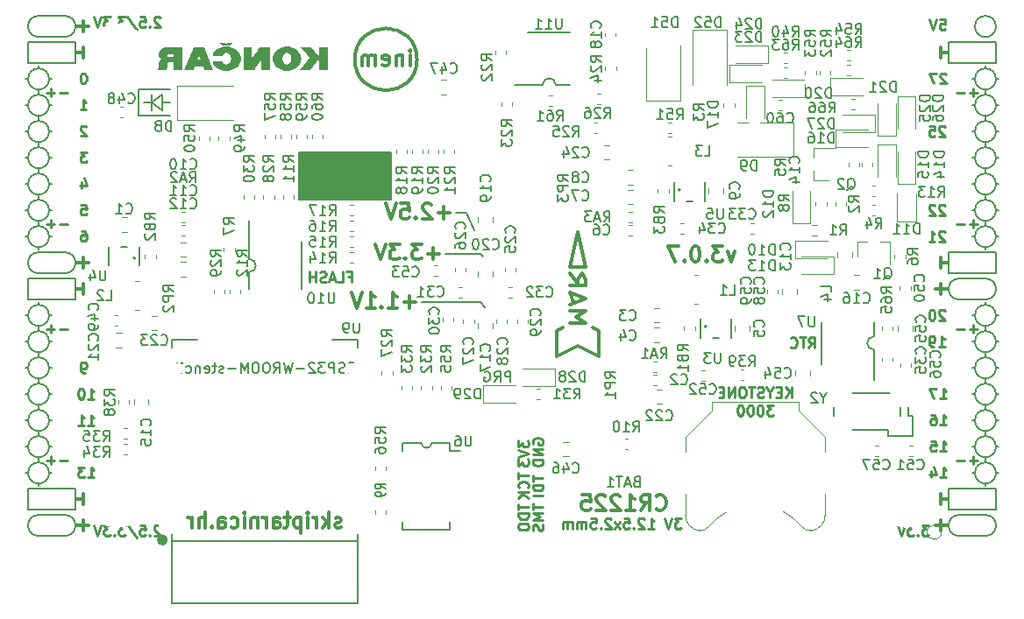
<source format=gbo>
G04 #@! TF.GenerationSoftware,KiCad,Pcbnew,5.0.2+dfsg1-1*
G04 #@! TF.CreationDate,2019-05-27T16:36:50+02:00*
G04 #@! TF.ProjectId,ulx3s,756c7833-732e-46b6-9963-61645f706362,v3.0.7*
G04 #@! TF.SameCoordinates,Original*
G04 #@! TF.FileFunction,Legend,Bot*
G04 #@! TF.FilePolarity,Positive*
%FSLAX46Y46*%
G04 Gerber Fmt 4.6, Leading zero omitted, Abs format (unit mm)*
G04 Created by KiCad (PCBNEW 5.0.2+dfsg1-1) date ponedjeljak, 27. svibnja 2019. 16:36:50 CEST*
%MOMM*%
%LPD*%
G01*
G04 APERTURE LIST*
%ADD10C,0.300000*%
%ADD11C,0.150000*%
%ADD12C,0.200000*%
%ADD13C,0.250000*%
%ADD14C,0.500000*%
%ADD15C,0.120000*%
%ADD16C,0.100000*%
%ADD17C,1.200000*%
%ADD18O,2.600000X1.000000*%
%ADD19O,1.000000X2.600000*%
%ADD20R,6.100000X6.100000*%
%ADD21O,1.200000X0.500000*%
%ADD22R,1.200000X0.500000*%
%ADD23R,1.600000X2.800000*%
%ADD24R,1.900000X1.500000*%
%ADD25R,3.800000X3.600000*%
%ADD26C,9.100000*%
%ADD27C,1.800000*%
%ADD28C,2.100000*%
%ADD29C,1.395000*%
%ADD30C,1.900000*%
%ADD31C,1.075000*%
%ADD32C,0.975000*%
%ADD33R,1.000000X0.900000*%
%ADD34R,1.100000X1.100000*%
%ADD35R,0.800000X1.300000*%
%ADD36R,1.827200X2.132000*%
%ADD37O,1.827200X2.132000*%
%ADD38R,0.700000X1.650000*%
%ADD39O,0.700000X1.650000*%
%ADD40R,1.650000X0.700000*%
%ADD41O,1.650000X0.700000*%
%ADD42R,0.700000X2.200000*%
%ADD43O,0.700000X2.200000*%
%ADD44O,1.827200X1.827200*%
%ADD45R,1.827200X1.827200*%
%ADD46C,5.600000*%
%ADD47C,0.400000*%
%ADD48R,1.800000X1.800000*%
%ADD49O,1.800000X1.800000*%
%ADD50R,0.770000X1.100000*%
%ADD51R,2.600000X1.900000*%
%ADD52R,0.900000X1.000000*%
%ADD53R,1.500000X1.395000*%
G04 APERTURE END LIST*
D10*
X124563333Y-111107142D02*
X124430000Y-111178571D01*
X124163333Y-111178571D01*
X124030000Y-111107142D01*
X123963333Y-110964285D01*
X123963333Y-110892857D01*
X124030000Y-110750000D01*
X124163333Y-110678571D01*
X124363333Y-110678571D01*
X124496666Y-110607142D01*
X124563333Y-110464285D01*
X124563333Y-110392857D01*
X124496666Y-110250000D01*
X124363333Y-110178571D01*
X124163333Y-110178571D01*
X124030000Y-110250000D01*
X123363333Y-111178571D02*
X123363333Y-109678571D01*
X123230000Y-110607142D02*
X122830000Y-111178571D01*
X122830000Y-110178571D02*
X123363333Y-110750000D01*
X122230000Y-111178571D02*
X122230000Y-110178571D01*
X122230000Y-110464285D02*
X122163333Y-110321428D01*
X122096666Y-110250000D01*
X121963333Y-110178571D01*
X121830000Y-110178571D01*
X121363333Y-111178571D02*
X121363333Y-110178571D01*
X121363333Y-109678571D02*
X121430000Y-109750000D01*
X121363333Y-109821428D01*
X121296666Y-109750000D01*
X121363333Y-109678571D01*
X121363333Y-109821428D01*
X120696666Y-110178571D02*
X120696666Y-111678571D01*
X120696666Y-110250000D02*
X120563333Y-110178571D01*
X120296666Y-110178571D01*
X120163333Y-110250000D01*
X120096666Y-110321428D01*
X120030000Y-110464285D01*
X120030000Y-110892857D01*
X120096666Y-111035714D01*
X120163333Y-111107142D01*
X120296666Y-111178571D01*
X120563333Y-111178571D01*
X120696666Y-111107142D01*
X119630000Y-110178571D02*
X119096666Y-110178571D01*
X119430000Y-109678571D02*
X119430000Y-110964285D01*
X119363333Y-111107142D01*
X119230000Y-111178571D01*
X119096666Y-111178571D01*
X118030000Y-111178571D02*
X118030000Y-110392857D01*
X118096666Y-110250000D01*
X118230000Y-110178571D01*
X118496666Y-110178571D01*
X118630000Y-110250000D01*
X118030000Y-111107142D02*
X118163333Y-111178571D01*
X118496666Y-111178571D01*
X118630000Y-111107142D01*
X118696666Y-110964285D01*
X118696666Y-110821428D01*
X118630000Y-110678571D01*
X118496666Y-110607142D01*
X118163333Y-110607142D01*
X118030000Y-110535714D01*
X117363333Y-111178571D02*
X117363333Y-110178571D01*
X117363333Y-110464285D02*
X117296666Y-110321428D01*
X117230000Y-110250000D01*
X117096666Y-110178571D01*
X116963333Y-110178571D01*
X116496666Y-110178571D02*
X116496666Y-111178571D01*
X116496666Y-110321428D02*
X116430000Y-110250000D01*
X116296666Y-110178571D01*
X116096666Y-110178571D01*
X115963333Y-110250000D01*
X115896666Y-110392857D01*
X115896666Y-111178571D01*
X115230000Y-111178571D02*
X115230000Y-110178571D01*
X115230000Y-109678571D02*
X115296666Y-109750000D01*
X115230000Y-109821428D01*
X115163333Y-109750000D01*
X115230000Y-109678571D01*
X115230000Y-109821428D01*
X113963333Y-111107142D02*
X114096666Y-111178571D01*
X114363333Y-111178571D01*
X114496666Y-111107142D01*
X114563333Y-111035714D01*
X114630000Y-110892857D01*
X114630000Y-110464285D01*
X114563333Y-110321428D01*
X114496666Y-110250000D01*
X114363333Y-110178571D01*
X114096666Y-110178571D01*
X113963333Y-110250000D01*
X112763333Y-111178571D02*
X112763333Y-110392857D01*
X112830000Y-110250000D01*
X112963333Y-110178571D01*
X113230000Y-110178571D01*
X113363333Y-110250000D01*
X112763333Y-111107142D02*
X112896666Y-111178571D01*
X113230000Y-111178571D01*
X113363333Y-111107142D01*
X113430000Y-110964285D01*
X113430000Y-110821428D01*
X113363333Y-110678571D01*
X113230000Y-110607142D01*
X112896666Y-110607142D01*
X112763333Y-110535714D01*
X112096666Y-111035714D02*
X112030000Y-111107142D01*
X112096666Y-111178571D01*
X112163333Y-111107142D01*
X112096666Y-111035714D01*
X112096666Y-111178571D01*
X111430000Y-111178571D02*
X111430000Y-109678571D01*
X110830000Y-111178571D02*
X110830000Y-110392857D01*
X110896666Y-110250000D01*
X111030000Y-110178571D01*
X111230000Y-110178571D01*
X111363333Y-110250000D01*
X111430000Y-110321428D01*
X110163333Y-111178571D02*
X110163333Y-110178571D01*
X110163333Y-110464285D02*
X110096666Y-110321428D01*
X110030000Y-110250000D01*
X109896666Y-110178571D01*
X109763333Y-110178571D01*
D11*
G36*
X129406000Y-74882000D02*
X120516000Y-74882000D01*
X120516000Y-79454000D01*
X129406000Y-79454000D01*
X129406000Y-74882000D01*
G37*
X129406000Y-74882000D02*
X120516000Y-74882000D01*
X120516000Y-79454000D01*
X129406000Y-79454000D01*
X129406000Y-74882000D01*
D12*
X185540000Y-72850000D02*
X185794000Y-72850000D01*
D11*
X140954904Y-97051380D02*
X140954904Y-96051380D01*
X140573952Y-96051380D01*
X140478714Y-96099000D01*
X140431095Y-96146619D01*
X140383476Y-96241857D01*
X140383476Y-96384714D01*
X140431095Y-96479952D01*
X140478714Y-96527571D01*
X140573952Y-96575190D01*
X140954904Y-96575190D01*
X139383476Y-97051380D02*
X139716809Y-96575190D01*
X139954904Y-97051380D02*
X139954904Y-96051380D01*
X139573952Y-96051380D01*
X139478714Y-96099000D01*
X139431095Y-96146619D01*
X139383476Y-96241857D01*
X139383476Y-96384714D01*
X139431095Y-96479952D01*
X139478714Y-96527571D01*
X139573952Y-96575190D01*
X139954904Y-96575190D01*
X138431095Y-96099000D02*
X138526333Y-96051380D01*
X138669190Y-96051380D01*
X138812047Y-96099000D01*
X138907285Y-96194238D01*
X138954904Y-96289476D01*
X139002523Y-96479952D01*
X139002523Y-96622809D01*
X138954904Y-96813285D01*
X138907285Y-96908523D01*
X138812047Y-97003761D01*
X138669190Y-97051380D01*
X138573952Y-97051380D01*
X138431095Y-97003761D01*
X138383476Y-96956142D01*
X138383476Y-96622809D01*
X138573952Y-96622809D01*
D12*
X136660000Y-80742000D02*
X135644000Y-80742000D01*
X137422000Y-82393000D02*
X136660000Y-80742000D01*
X138057000Y-84679000D02*
X134628000Y-84679000D01*
X138311000Y-84933000D02*
X138057000Y-84679000D01*
X138057000Y-89378000D02*
X138438000Y-89886000D01*
X132342000Y-89378000D02*
X138057000Y-89378000D01*
D13*
X99893476Y-96180380D02*
X99703000Y-96180380D01*
X99607761Y-96132761D01*
X99560142Y-96085142D01*
X99464904Y-95942285D01*
X99417285Y-95751809D01*
X99417285Y-95370857D01*
X99464904Y-95275619D01*
X99512523Y-95228000D01*
X99607761Y-95180380D01*
X99798238Y-95180380D01*
X99893476Y-95228000D01*
X99941095Y-95275619D01*
X99988714Y-95370857D01*
X99988714Y-95608952D01*
X99941095Y-95704190D01*
X99893476Y-95751809D01*
X99798238Y-95799428D01*
X99607761Y-95799428D01*
X99512523Y-95751809D01*
X99464904Y-95704190D01*
X99417285Y-95608952D01*
X100147476Y-101260380D02*
X100718904Y-101260380D01*
X100433190Y-101260380D02*
X100433190Y-100260380D01*
X100528428Y-100403238D01*
X100623666Y-100498476D01*
X100718904Y-100546095D01*
X99195095Y-101260380D02*
X99766523Y-101260380D01*
X99480809Y-101260380D02*
X99480809Y-100260380D01*
X99576047Y-100403238D01*
X99671285Y-100498476D01*
X99766523Y-100546095D01*
D12*
X105037000Y-68804000D02*
X108085000Y-68804000D01*
X105037000Y-71344000D02*
X105037000Y-68804000D01*
X108085000Y-71344000D02*
X105037000Y-71344000D01*
X107323000Y-70074000D02*
X108085000Y-70074000D01*
X106307000Y-70074000D02*
X105545000Y-70074000D01*
X106307000Y-70836000D02*
X106307000Y-70074000D01*
X106307000Y-69312000D02*
X106307000Y-70836000D01*
X107323000Y-69312000D02*
X107323000Y-70836000D01*
X106307000Y-70074000D02*
X107323000Y-69312000D01*
X107323000Y-70836000D02*
X106307000Y-70074000D01*
D13*
X182887904Y-72415619D02*
X182840285Y-72368000D01*
X182745047Y-72320380D01*
X182506952Y-72320380D01*
X182411714Y-72368000D01*
X182364095Y-72415619D01*
X182316476Y-72510857D01*
X182316476Y-72606095D01*
X182364095Y-72748952D01*
X182935523Y-73320380D01*
X182316476Y-73320380D01*
X181411714Y-72320380D02*
X181887904Y-72320380D01*
X181935523Y-72796571D01*
X181887904Y-72748952D01*
X181792666Y-72701333D01*
X181554571Y-72701333D01*
X181459333Y-72748952D01*
X181411714Y-72796571D01*
X181364095Y-72891809D01*
X181364095Y-73129904D01*
X181411714Y-73225142D01*
X181459333Y-73272761D01*
X181554571Y-73320380D01*
X181792666Y-73320380D01*
X181887904Y-73272761D01*
X181935523Y-73225142D01*
X182887904Y-80035619D02*
X182840285Y-79988000D01*
X182745047Y-79940380D01*
X182506952Y-79940380D01*
X182411714Y-79988000D01*
X182364095Y-80035619D01*
X182316476Y-80130857D01*
X182316476Y-80226095D01*
X182364095Y-80368952D01*
X182935523Y-80940380D01*
X182316476Y-80940380D01*
X181935523Y-80035619D02*
X181887904Y-79988000D01*
X181792666Y-79940380D01*
X181554571Y-79940380D01*
X181459333Y-79988000D01*
X181411714Y-80035619D01*
X181364095Y-80130857D01*
X181364095Y-80226095D01*
X181411714Y-80368952D01*
X181983142Y-80940380D01*
X181364095Y-80940380D01*
X182887904Y-82575619D02*
X182840285Y-82528000D01*
X182745047Y-82480380D01*
X182506952Y-82480380D01*
X182411714Y-82528000D01*
X182364095Y-82575619D01*
X182316476Y-82670857D01*
X182316476Y-82766095D01*
X182364095Y-82908952D01*
X182935523Y-83480380D01*
X182316476Y-83480380D01*
X181364095Y-83480380D02*
X181935523Y-83480380D01*
X181649809Y-83480380D02*
X181649809Y-82480380D01*
X181745047Y-82623238D01*
X181840285Y-82718476D01*
X181935523Y-82766095D01*
X182887904Y-90195619D02*
X182840285Y-90148000D01*
X182745047Y-90100380D01*
X182506952Y-90100380D01*
X182411714Y-90148000D01*
X182364095Y-90195619D01*
X182316476Y-90290857D01*
X182316476Y-90386095D01*
X182364095Y-90528952D01*
X182935523Y-91100380D01*
X182316476Y-91100380D01*
X181697428Y-90100380D02*
X181602190Y-90100380D01*
X181506952Y-90148000D01*
X181459333Y-90195619D01*
X181411714Y-90290857D01*
X181364095Y-90481333D01*
X181364095Y-90719428D01*
X181411714Y-90909904D01*
X181459333Y-91005142D01*
X181506952Y-91052761D01*
X181602190Y-91100380D01*
X181697428Y-91100380D01*
X181792666Y-91052761D01*
X181840285Y-91005142D01*
X181887904Y-90909904D01*
X181935523Y-90719428D01*
X181935523Y-90481333D01*
X181887904Y-90290857D01*
X181840285Y-90195619D01*
X181792666Y-90148000D01*
X181697428Y-90100380D01*
X182316476Y-93640380D02*
X182887904Y-93640380D01*
X182602190Y-93640380D02*
X182602190Y-92640380D01*
X182697428Y-92783238D01*
X182792666Y-92878476D01*
X182887904Y-92926095D01*
X181840285Y-93640380D02*
X181649809Y-93640380D01*
X181554571Y-93592761D01*
X181506952Y-93545142D01*
X181411714Y-93402285D01*
X181364095Y-93211809D01*
X181364095Y-92830857D01*
X181411714Y-92735619D01*
X181459333Y-92688000D01*
X181554571Y-92640380D01*
X181745047Y-92640380D01*
X181840285Y-92688000D01*
X181887904Y-92735619D01*
X181935523Y-92830857D01*
X181935523Y-93068952D01*
X181887904Y-93164190D01*
X181840285Y-93211809D01*
X181745047Y-93259428D01*
X181554571Y-93259428D01*
X181459333Y-93211809D01*
X181411714Y-93164190D01*
X181364095Y-93068952D01*
X125269476Y-86893571D02*
X125602809Y-86893571D01*
X125602809Y-87417380D02*
X125602809Y-86417380D01*
X125126619Y-86417380D01*
X124269476Y-87417380D02*
X124745666Y-87417380D01*
X124745666Y-86417380D01*
X123983761Y-87131666D02*
X123507571Y-87131666D01*
X124079000Y-87417380D02*
X123745666Y-86417380D01*
X123412333Y-87417380D01*
X123126619Y-87369761D02*
X122983761Y-87417380D01*
X122745666Y-87417380D01*
X122650428Y-87369761D01*
X122602809Y-87322142D01*
X122555190Y-87226904D01*
X122555190Y-87131666D01*
X122602809Y-87036428D01*
X122650428Y-86988809D01*
X122745666Y-86941190D01*
X122936142Y-86893571D01*
X123031380Y-86845952D01*
X123079000Y-86798333D01*
X123126619Y-86703095D01*
X123126619Y-86607857D01*
X123079000Y-86512619D01*
X123031380Y-86465000D01*
X122936142Y-86417380D01*
X122698047Y-86417380D01*
X122555190Y-86465000D01*
X122126619Y-87417380D02*
X122126619Y-86417380D01*
X122126619Y-86893571D02*
X121555190Y-86893571D01*
X121555190Y-87417380D02*
X121555190Y-86417380D01*
X157418095Y-110252380D02*
X156799047Y-110252380D01*
X157132380Y-110633333D01*
X156989523Y-110633333D01*
X156894285Y-110680952D01*
X156846666Y-110728571D01*
X156799047Y-110823809D01*
X156799047Y-111061904D01*
X156846666Y-111157142D01*
X156894285Y-111204761D01*
X156989523Y-111252380D01*
X157275238Y-111252380D01*
X157370476Y-111204761D01*
X157418095Y-111157142D01*
X156513333Y-110252380D02*
X156180000Y-111252380D01*
X155846666Y-110252380D01*
X154227619Y-111252380D02*
X154799047Y-111252380D01*
X154513333Y-111252380D02*
X154513333Y-110252380D01*
X154608571Y-110395238D01*
X154703809Y-110490476D01*
X154799047Y-110538095D01*
X153846666Y-110347619D02*
X153799047Y-110300000D01*
X153703809Y-110252380D01*
X153465714Y-110252380D01*
X153370476Y-110300000D01*
X153322857Y-110347619D01*
X153275238Y-110442857D01*
X153275238Y-110538095D01*
X153322857Y-110680952D01*
X153894285Y-111252380D01*
X153275238Y-111252380D01*
X152846666Y-111157142D02*
X152799047Y-111204761D01*
X152846666Y-111252380D01*
X152894285Y-111204761D01*
X152846666Y-111157142D01*
X152846666Y-111252380D01*
X151894285Y-110252380D02*
X152370476Y-110252380D01*
X152418095Y-110728571D01*
X152370476Y-110680952D01*
X152275238Y-110633333D01*
X152037142Y-110633333D01*
X151941904Y-110680952D01*
X151894285Y-110728571D01*
X151846666Y-110823809D01*
X151846666Y-111061904D01*
X151894285Y-111157142D01*
X151941904Y-111204761D01*
X152037142Y-111252380D01*
X152275238Y-111252380D01*
X152370476Y-111204761D01*
X152418095Y-111157142D01*
X151513333Y-111252380D02*
X150989523Y-110585714D01*
X151513333Y-110585714D02*
X150989523Y-111252380D01*
X150656190Y-110347619D02*
X150608571Y-110300000D01*
X150513333Y-110252380D01*
X150275238Y-110252380D01*
X150180000Y-110300000D01*
X150132380Y-110347619D01*
X150084761Y-110442857D01*
X150084761Y-110538095D01*
X150132380Y-110680952D01*
X150703809Y-111252380D01*
X150084761Y-111252380D01*
X149656190Y-111157142D02*
X149608571Y-111204761D01*
X149656190Y-111252380D01*
X149703809Y-111204761D01*
X149656190Y-111157142D01*
X149656190Y-111252380D01*
X148703809Y-110252380D02*
X149180000Y-110252380D01*
X149227619Y-110728571D01*
X149180000Y-110680952D01*
X149084761Y-110633333D01*
X148846666Y-110633333D01*
X148751428Y-110680952D01*
X148703809Y-110728571D01*
X148656190Y-110823809D01*
X148656190Y-111061904D01*
X148703809Y-111157142D01*
X148751428Y-111204761D01*
X148846666Y-111252380D01*
X149084761Y-111252380D01*
X149180000Y-111204761D01*
X149227619Y-111157142D01*
X148227619Y-111252380D02*
X148227619Y-110585714D01*
X148227619Y-110680952D02*
X148180000Y-110633333D01*
X148084761Y-110585714D01*
X147941904Y-110585714D01*
X147846666Y-110633333D01*
X147799047Y-110728571D01*
X147799047Y-111252380D01*
X147799047Y-110728571D02*
X147751428Y-110633333D01*
X147656190Y-110585714D01*
X147513333Y-110585714D01*
X147418095Y-110633333D01*
X147370476Y-110728571D01*
X147370476Y-111252380D01*
X146894285Y-111252380D02*
X146894285Y-110585714D01*
X146894285Y-110680952D02*
X146846666Y-110633333D01*
X146751428Y-110585714D01*
X146608571Y-110585714D01*
X146513333Y-110633333D01*
X146465714Y-110728571D01*
X146465714Y-111252380D01*
X146465714Y-110728571D02*
X146418095Y-110633333D01*
X146322857Y-110585714D01*
X146180000Y-110585714D01*
X146084761Y-110633333D01*
X146037142Y-110728571D01*
X146037142Y-111252380D01*
D10*
X162592285Y-84466571D02*
X162235142Y-85466571D01*
X161878000Y-84466571D01*
X161449428Y-83966571D02*
X160520857Y-83966571D01*
X161020857Y-84538000D01*
X160806571Y-84538000D01*
X160663714Y-84609428D01*
X160592285Y-84680857D01*
X160520857Y-84823714D01*
X160520857Y-85180857D01*
X160592285Y-85323714D01*
X160663714Y-85395142D01*
X160806571Y-85466571D01*
X161235142Y-85466571D01*
X161378000Y-85395142D01*
X161449428Y-85323714D01*
X159878000Y-85323714D02*
X159806571Y-85395142D01*
X159878000Y-85466571D01*
X159949428Y-85395142D01*
X159878000Y-85323714D01*
X159878000Y-85466571D01*
X158878000Y-83966571D02*
X158735142Y-83966571D01*
X158592285Y-84038000D01*
X158520857Y-84109428D01*
X158449428Y-84252285D01*
X158378000Y-84538000D01*
X158378000Y-84895142D01*
X158449428Y-85180857D01*
X158520857Y-85323714D01*
X158592285Y-85395142D01*
X158735142Y-85466571D01*
X158878000Y-85466571D01*
X159020857Y-85395142D01*
X159092285Y-85323714D01*
X159163714Y-85180857D01*
X159235142Y-84895142D01*
X159235142Y-84538000D01*
X159163714Y-84252285D01*
X159092285Y-84109428D01*
X159020857Y-84038000D01*
X158878000Y-83966571D01*
X157735142Y-85323714D02*
X157663714Y-85395142D01*
X157735142Y-85466571D01*
X157806571Y-85395142D01*
X157735142Y-85323714D01*
X157735142Y-85466571D01*
X157163714Y-83966571D02*
X156163714Y-83966571D01*
X156806571Y-85466571D01*
D13*
X168085000Y-98577380D02*
X168085000Y-97577380D01*
X167513571Y-98577380D02*
X167942142Y-98005952D01*
X167513571Y-97577380D02*
X168085000Y-98148809D01*
X167085000Y-98053571D02*
X166751666Y-98053571D01*
X166608809Y-98577380D02*
X167085000Y-98577380D01*
X167085000Y-97577380D01*
X166608809Y-97577380D01*
X165989761Y-98101190D02*
X165989761Y-98577380D01*
X166323095Y-97577380D02*
X165989761Y-98101190D01*
X165656428Y-97577380D01*
X165370714Y-98529761D02*
X165227857Y-98577380D01*
X164989761Y-98577380D01*
X164894523Y-98529761D01*
X164846904Y-98482142D01*
X164799285Y-98386904D01*
X164799285Y-98291666D01*
X164846904Y-98196428D01*
X164894523Y-98148809D01*
X164989761Y-98101190D01*
X165180238Y-98053571D01*
X165275476Y-98005952D01*
X165323095Y-97958333D01*
X165370714Y-97863095D01*
X165370714Y-97767857D01*
X165323095Y-97672619D01*
X165275476Y-97625000D01*
X165180238Y-97577380D01*
X164942142Y-97577380D01*
X164799285Y-97625000D01*
X164513571Y-97577380D02*
X163942142Y-97577380D01*
X164227857Y-98577380D02*
X164227857Y-97577380D01*
X163418333Y-97577380D02*
X163227857Y-97577380D01*
X163132619Y-97625000D01*
X163037380Y-97720238D01*
X162989761Y-97910714D01*
X162989761Y-98244047D01*
X163037380Y-98434523D01*
X163132619Y-98529761D01*
X163227857Y-98577380D01*
X163418333Y-98577380D01*
X163513571Y-98529761D01*
X163608809Y-98434523D01*
X163656428Y-98244047D01*
X163656428Y-97910714D01*
X163608809Y-97720238D01*
X163513571Y-97625000D01*
X163418333Y-97577380D01*
X162561190Y-98577380D02*
X162561190Y-97577380D01*
X161989761Y-98577380D01*
X161989761Y-97577380D01*
X161513571Y-98053571D02*
X161180238Y-98053571D01*
X161037380Y-98577380D02*
X161513571Y-98577380D01*
X161513571Y-97577380D01*
X161037380Y-97577380D01*
X166346904Y-99327380D02*
X165727857Y-99327380D01*
X166061190Y-99708333D01*
X165918333Y-99708333D01*
X165823095Y-99755952D01*
X165775476Y-99803571D01*
X165727857Y-99898809D01*
X165727857Y-100136904D01*
X165775476Y-100232142D01*
X165823095Y-100279761D01*
X165918333Y-100327380D01*
X166204047Y-100327380D01*
X166299285Y-100279761D01*
X166346904Y-100232142D01*
X165108809Y-99327380D02*
X165013571Y-99327380D01*
X164918333Y-99375000D01*
X164870714Y-99422619D01*
X164823095Y-99517857D01*
X164775476Y-99708333D01*
X164775476Y-99946428D01*
X164823095Y-100136904D01*
X164870714Y-100232142D01*
X164918333Y-100279761D01*
X165013571Y-100327380D01*
X165108809Y-100327380D01*
X165204047Y-100279761D01*
X165251666Y-100232142D01*
X165299285Y-100136904D01*
X165346904Y-99946428D01*
X165346904Y-99708333D01*
X165299285Y-99517857D01*
X165251666Y-99422619D01*
X165204047Y-99375000D01*
X165108809Y-99327380D01*
X164156428Y-99327380D02*
X164061190Y-99327380D01*
X163965952Y-99375000D01*
X163918333Y-99422619D01*
X163870714Y-99517857D01*
X163823095Y-99708333D01*
X163823095Y-99946428D01*
X163870714Y-100136904D01*
X163918333Y-100232142D01*
X163965952Y-100279761D01*
X164061190Y-100327380D01*
X164156428Y-100327380D01*
X164251666Y-100279761D01*
X164299285Y-100232142D01*
X164346904Y-100136904D01*
X164394523Y-99946428D01*
X164394523Y-99708333D01*
X164346904Y-99517857D01*
X164299285Y-99422619D01*
X164251666Y-99375000D01*
X164156428Y-99327380D01*
X163204047Y-99327380D02*
X163108809Y-99327380D01*
X163013571Y-99375000D01*
X162965952Y-99422619D01*
X162918333Y-99517857D01*
X162870714Y-99708333D01*
X162870714Y-99946428D01*
X162918333Y-100136904D01*
X162965952Y-100232142D01*
X163013571Y-100279761D01*
X163108809Y-100327380D01*
X163204047Y-100327380D01*
X163299285Y-100279761D01*
X163346904Y-100232142D01*
X163394523Y-100136904D01*
X163442142Y-99946428D01*
X163442142Y-99708333D01*
X163394523Y-99517857D01*
X163346904Y-99422619D01*
X163299285Y-99375000D01*
X163204047Y-99327380D01*
D10*
X182492000Y-87582000D02*
X182492000Y-88598000D01*
X183254000Y-88090000D02*
X181984000Y-88090000D01*
X182492000Y-110442000D02*
X182492000Y-111458000D01*
X183254000Y-110950000D02*
X181984000Y-110950000D01*
X99688000Y-62182000D02*
X99688000Y-63198000D01*
X98926000Y-62690000D02*
X100196000Y-62690000D01*
X99688000Y-110442000D02*
X99688000Y-111458000D01*
X98926000Y-110950000D02*
X100196000Y-110950000D01*
X99688000Y-85042000D02*
X99688000Y-86058000D01*
X98926000Y-85550000D02*
X100196000Y-85550000D01*
D12*
X187826000Y-62690000D02*
G75*
G03X187826000Y-62690000I-1016000J0D01*
G01*
X184270000Y-87074000D02*
X186810000Y-87074000D01*
X184270000Y-89106000D02*
X186810000Y-89106000D01*
X184270000Y-87074000D02*
G75*
G03X184270000Y-89106000I0J-1016000D01*
G01*
X186810000Y-89106000D02*
G75*
G03X186810000Y-87074000I0J1016000D01*
G01*
X184270000Y-111966000D02*
X186810000Y-111966000D01*
X184270000Y-109934000D02*
X186810000Y-109934000D01*
X184270000Y-109934000D02*
G75*
G03X184270000Y-111966000I0J-1016000D01*
G01*
X186810000Y-111966000D02*
G75*
G03X186810000Y-109934000I0J1016000D01*
G01*
X97910000Y-63706000D02*
G75*
G03X97910000Y-61674000I0J1016000D01*
G01*
X95370000Y-61674000D02*
X97910000Y-61674000D01*
X95370000Y-63706000D02*
X97910000Y-63706000D01*
X95370000Y-61674000D02*
G75*
G03X95370000Y-63706000I0J-1016000D01*
G01*
X95370000Y-86566000D02*
X97910000Y-86566000D01*
X95370000Y-84534000D02*
X97910000Y-84534000D01*
X95370000Y-84534000D02*
G75*
G03X95370000Y-86566000I0J-1016000D01*
G01*
X97910000Y-86566000D02*
G75*
G03X97910000Y-84534000I0J1016000D01*
G01*
X95370000Y-111966000D02*
X97910000Y-111966000D01*
X95370000Y-109934000D02*
X97910000Y-109934000D01*
X95370000Y-109934000D02*
G75*
G03X95370000Y-111966000I0J-1016000D01*
G01*
X97910000Y-111966000D02*
G75*
G03X97910000Y-109934000I0J1016000D01*
G01*
X98926000Y-107394000D02*
X94354000Y-107394000D01*
X98926000Y-109426000D02*
X98926000Y-107394000D01*
X94354000Y-109426000D02*
X98926000Y-109426000D01*
X94354000Y-107394000D02*
X94354000Y-109426000D01*
X187826000Y-107394000D02*
X183254000Y-107394000D01*
X187826000Y-109426000D02*
X187826000Y-107394000D01*
X183254000Y-109426000D02*
X187826000Y-109426000D01*
X183254000Y-107394000D02*
X183254000Y-109426000D01*
X187826000Y-84534000D02*
X183254000Y-84534000D01*
X187826000Y-86566000D02*
X187826000Y-84534000D01*
X183254000Y-86566000D02*
X187826000Y-86566000D01*
X183254000Y-84534000D02*
X183254000Y-86566000D01*
X187826000Y-64214000D02*
X183254000Y-64214000D01*
X187826000Y-66246000D02*
X187826000Y-64214000D01*
X183254000Y-66246000D02*
X187826000Y-66246000D01*
X183254000Y-64214000D02*
X183254000Y-66246000D01*
X98926000Y-64214000D02*
X94354000Y-64214000D01*
X98926000Y-66246000D02*
X98926000Y-64214000D01*
X94354000Y-66246000D02*
X98926000Y-66246000D01*
X94354000Y-64214000D02*
X94354000Y-66246000D01*
X98926000Y-87074000D02*
X94354000Y-87074000D01*
X98926000Y-89106000D02*
X98926000Y-87074000D01*
X94354000Y-89106000D02*
X98926000Y-89106000D01*
X94354000Y-87074000D02*
X94354000Y-89106000D01*
D13*
X186032000Y-91971428D02*
X185270095Y-91971428D01*
X185651047Y-92352380D02*
X185651047Y-91590476D01*
X184793904Y-91971428D02*
X184032000Y-91971428D01*
X186032000Y-69111428D02*
X185270095Y-69111428D01*
X185651047Y-69492380D02*
X185651047Y-68730476D01*
X184793904Y-69111428D02*
X184032000Y-69111428D01*
X186032000Y-81811428D02*
X185270095Y-81811428D01*
X185651047Y-82192380D02*
X185651047Y-81430476D01*
X184793904Y-81811428D02*
X184032000Y-81811428D01*
X186032000Y-104671428D02*
X185270095Y-104671428D01*
X185651047Y-105052380D02*
X185651047Y-104290476D01*
X184793904Y-104671428D02*
X184032000Y-104671428D01*
X98148000Y-104671428D02*
X97386095Y-104671428D01*
X96909904Y-104671428D02*
X96148000Y-104671428D01*
X96528952Y-105052380D02*
X96528952Y-104290476D01*
X98148000Y-91971428D02*
X97386095Y-91971428D01*
X96909904Y-91971428D02*
X96148000Y-91971428D01*
X96528952Y-92352380D02*
X96528952Y-91590476D01*
X98148000Y-81811428D02*
X97386095Y-81811428D01*
X96909904Y-81811428D02*
X96148000Y-81811428D01*
X96528952Y-82192380D02*
X96528952Y-81430476D01*
X98148000Y-69111428D02*
X97386095Y-69111428D01*
X96909904Y-69111428D02*
X96148000Y-69111428D01*
X96528952Y-69492380D02*
X96528952Y-68730476D01*
D10*
X182492000Y-107902000D02*
X182492000Y-108918000D01*
X183254000Y-108410000D02*
X182492000Y-108410000D01*
D12*
X95370000Y-96726000D02*
X95370000Y-97234000D01*
X96386000Y-95710000D02*
X96640000Y-95710000D01*
X94354000Y-95710000D02*
X94100000Y-95710000D01*
X187826000Y-98250000D02*
X188080000Y-98250000D01*
X187826000Y-83010000D02*
X188080000Y-83010000D01*
X95370000Y-107140000D02*
X95370000Y-106886000D01*
X96386000Y-105870000D02*
X96640000Y-105870000D01*
X94354000Y-105870000D02*
X94100000Y-105870000D01*
X94354000Y-103330000D02*
X94100000Y-103330000D01*
X95370000Y-104346000D02*
X95370000Y-104854000D01*
X96386000Y-103330000D02*
X96640000Y-103330000D01*
X94354000Y-100790000D02*
X94100000Y-100790000D01*
X95370000Y-102314000D02*
X95370000Y-101806000D01*
X96386000Y-100790000D02*
X96640000Y-100790000D01*
X95370000Y-99266000D02*
X95370000Y-99774000D01*
X94354000Y-98250000D02*
X94100000Y-98250000D01*
X96386000Y-98250000D02*
X96640000Y-98250000D01*
X95370000Y-94186000D02*
X95370000Y-94694000D01*
X96386000Y-93170000D02*
X96640000Y-93170000D01*
X94354000Y-93170000D02*
X94100000Y-93170000D01*
X94354000Y-90630000D02*
X94100000Y-90630000D01*
X95370000Y-91646000D02*
X95370000Y-92154000D01*
X96640000Y-90630000D02*
X96386000Y-90630000D01*
X95370000Y-89360000D02*
X95370000Y-89614000D01*
X94354000Y-83010000D02*
X94100000Y-83010000D01*
X95370000Y-84280000D02*
X95370000Y-84026000D01*
X96386000Y-83010000D02*
X96640000Y-83010000D01*
X95370000Y-81486000D02*
X95370000Y-81994000D01*
X94354000Y-80470000D02*
X94100000Y-80470000D01*
X96640000Y-80470000D02*
X96386000Y-80470000D01*
X95370000Y-78946000D02*
X95370000Y-79454000D01*
X96386000Y-77930000D02*
X96640000Y-77930000D01*
X94354000Y-77930000D02*
X94100000Y-77930000D01*
X95370000Y-76406000D02*
X95370000Y-76914000D01*
X94354000Y-75390000D02*
X94100000Y-75390000D01*
X96386000Y-75390000D02*
X96640000Y-75390000D01*
X95370000Y-73866000D02*
X95370000Y-74374000D01*
X96386000Y-72850000D02*
X96640000Y-72850000D01*
X94100000Y-72850000D02*
X94354000Y-72850000D01*
X94354000Y-70310000D02*
X94100000Y-70310000D01*
X96640000Y-70310000D02*
X96386000Y-70310000D01*
X95370000Y-71326000D02*
X95370000Y-71834000D01*
X95370000Y-68786000D02*
X95370000Y-69294000D01*
X96386000Y-67770000D02*
X96640000Y-67770000D01*
X94354000Y-67770000D02*
X94100000Y-67770000D01*
X95370000Y-66500000D02*
X95370000Y-66754000D01*
X187826000Y-105870000D02*
X188080000Y-105870000D01*
X186810000Y-107140000D02*
X186810000Y-106886000D01*
X185540000Y-105870000D02*
X185794000Y-105870000D01*
X186810000Y-104346000D02*
X186810000Y-104854000D01*
X187826000Y-103330000D02*
X188080000Y-103330000D01*
X185540000Y-103330000D02*
X185794000Y-103330000D01*
X186810000Y-101806000D02*
X186810000Y-102314000D01*
X187826000Y-100790000D02*
X188080000Y-100790000D01*
X185540000Y-100790000D02*
X185794000Y-100790000D01*
X186810000Y-99266000D02*
X186810000Y-99774000D01*
X185540000Y-98250000D02*
X185794000Y-98250000D01*
X186810000Y-97234000D02*
X186810000Y-96726000D01*
X187826000Y-95710000D02*
X188080000Y-95710000D01*
X185540000Y-95710000D02*
X185794000Y-95710000D01*
X186810000Y-94694000D02*
X186810000Y-94186000D01*
X187826000Y-93170000D02*
X188080000Y-93170000D01*
X185540000Y-93170000D02*
X185794000Y-93170000D01*
X186810000Y-92154000D02*
X186810000Y-91646000D01*
X187826000Y-90630000D02*
X188080000Y-90630000D01*
X185540000Y-90630000D02*
X185794000Y-90630000D01*
X186810000Y-89360000D02*
X186810000Y-89614000D01*
X186810000Y-84280000D02*
X186810000Y-84026000D01*
X185540000Y-83010000D02*
X185794000Y-83010000D01*
X186810000Y-81994000D02*
X186810000Y-81486000D01*
X185794000Y-80470000D02*
X185540000Y-80470000D01*
X187826000Y-80470000D02*
X188080000Y-80470000D01*
X186810000Y-78946000D02*
X186810000Y-79454000D01*
X185794000Y-77930000D02*
X185540000Y-77930000D01*
X187826000Y-77930000D02*
X188080000Y-77930000D01*
X186810000Y-76406000D02*
X186810000Y-76914000D01*
X186810000Y-73866000D02*
X186810000Y-74374000D01*
X185794000Y-75390000D02*
X185540000Y-75390000D01*
X187826000Y-75390000D02*
X188080000Y-75390000D01*
X187826000Y-72850000D02*
X188080000Y-72850000D01*
X186810000Y-71834000D02*
X186810000Y-71326000D01*
X187826000Y-70310000D02*
X188080000Y-70310000D01*
X185540000Y-70310000D02*
X185794000Y-70310000D01*
X187826000Y-67770000D02*
X188080000Y-67770000D01*
X186810000Y-68786000D02*
X186810000Y-69294000D01*
X185540000Y-67770000D02*
X185794000Y-67770000D01*
X186810000Y-66500000D02*
X186810000Y-66754000D01*
X187826000Y-67770000D02*
G75*
G03X187826000Y-67770000I-1016000J0D01*
G01*
X187826000Y-70310000D02*
G75*
G03X187826000Y-70310000I-1016000J0D01*
G01*
X187826000Y-72850000D02*
G75*
G03X187826000Y-72850000I-1016000J0D01*
G01*
X187826000Y-75390000D02*
G75*
G03X187826000Y-75390000I-1016000J0D01*
G01*
X187826000Y-77930000D02*
G75*
G03X187826000Y-77930000I-1016000J0D01*
G01*
X187826000Y-80470000D02*
G75*
G03X187826000Y-80470000I-1016000J0D01*
G01*
X187826000Y-83010000D02*
G75*
G03X187826000Y-83010000I-1016000J0D01*
G01*
X187826000Y-90630000D02*
G75*
G03X187826000Y-90630000I-1016000J0D01*
G01*
X187826000Y-93170000D02*
G75*
G03X187826000Y-93170000I-1016000J0D01*
G01*
X187826000Y-95710000D02*
G75*
G03X187826000Y-95710000I-1016000J0D01*
G01*
X187826000Y-98250000D02*
G75*
G03X187826000Y-98250000I-1016000J0D01*
G01*
X187826000Y-100790000D02*
G75*
G03X187826000Y-100790000I-1016000J0D01*
G01*
X187826000Y-103330000D02*
G75*
G03X187826000Y-103330000I-1016000J0D01*
G01*
X187826000Y-105870000D02*
G75*
G03X187826000Y-105870000I-1016000J0D01*
G01*
X96386000Y-105870000D02*
G75*
G03X96386000Y-105870000I-1016000J0D01*
G01*
X96386000Y-103330000D02*
G75*
G03X96386000Y-103330000I-1016000J0D01*
G01*
X96386000Y-100790000D02*
G75*
G03X96386000Y-100790000I-1016000J0D01*
G01*
X96386000Y-98250000D02*
G75*
G03X96386000Y-98250000I-1016000J0D01*
G01*
X96386000Y-95710000D02*
G75*
G03X96386000Y-95710000I-1016000J0D01*
G01*
X96386000Y-93170000D02*
G75*
G03X96386000Y-93170000I-1016000J0D01*
G01*
X96386000Y-90630000D02*
G75*
G03X96386000Y-90630000I-1016000J0D01*
G01*
X96386000Y-83010000D02*
G75*
G03X96386000Y-83010000I-1016000J0D01*
G01*
X96386000Y-80470000D02*
G75*
G03X96386000Y-80470000I-1016000J0D01*
G01*
X96386000Y-77930000D02*
G75*
G03X96386000Y-77930000I-1016000J0D01*
G01*
X96386000Y-75390000D02*
G75*
G03X96386000Y-75390000I-1016000J0D01*
G01*
X96386000Y-72850000D02*
G75*
G03X96386000Y-72850000I-1016000J0D01*
G01*
X96386000Y-70310000D02*
G75*
G03X96386000Y-70310000I-1016000J0D01*
G01*
X96386000Y-67770000D02*
G75*
G03X96386000Y-67770000I-1016000J0D01*
G01*
D13*
X182428476Y-62015380D02*
X182904666Y-62015380D01*
X182952285Y-62491571D01*
X182904666Y-62443952D01*
X182809428Y-62396333D01*
X182571333Y-62396333D01*
X182476095Y-62443952D01*
X182428476Y-62491571D01*
X182380857Y-62586809D01*
X182380857Y-62824904D01*
X182428476Y-62920142D01*
X182476095Y-62967761D01*
X182571333Y-63015380D01*
X182809428Y-63015380D01*
X182904666Y-62967761D01*
X182952285Y-62920142D01*
X182095142Y-62015380D02*
X181761809Y-63015380D01*
X181428476Y-62015380D01*
D10*
X182492000Y-64722000D02*
X182492000Y-65738000D01*
X183254000Y-65230000D02*
X182492000Y-65230000D01*
D13*
X182999904Y-67317619D02*
X182952285Y-67270000D01*
X182857047Y-67222380D01*
X182618952Y-67222380D01*
X182523714Y-67270000D01*
X182476095Y-67317619D01*
X182428476Y-67412857D01*
X182428476Y-67508095D01*
X182476095Y-67650952D01*
X183047523Y-68222380D01*
X182428476Y-68222380D01*
X182095142Y-67222380D02*
X181428476Y-67222380D01*
X181857047Y-68222380D01*
D10*
X182492000Y-85042000D02*
X182492000Y-86058000D01*
X183254000Y-85550000D02*
X182492000Y-85550000D01*
D13*
X182428476Y-98702380D02*
X182999904Y-98702380D01*
X182714190Y-98702380D02*
X182714190Y-97702380D01*
X182809428Y-97845238D01*
X182904666Y-97940476D01*
X182999904Y-97988095D01*
X182095142Y-97702380D02*
X181428476Y-97702380D01*
X181857047Y-98702380D01*
X182428476Y-101242380D02*
X182999904Y-101242380D01*
X182714190Y-101242380D02*
X182714190Y-100242380D01*
X182809428Y-100385238D01*
X182904666Y-100480476D01*
X182999904Y-100528095D01*
X181571333Y-100242380D02*
X181761809Y-100242380D01*
X181857047Y-100290000D01*
X181904666Y-100337619D01*
X181999904Y-100480476D01*
X182047523Y-100670952D01*
X182047523Y-101051904D01*
X181999904Y-101147142D01*
X181952285Y-101194761D01*
X181857047Y-101242380D01*
X181666571Y-101242380D01*
X181571333Y-101194761D01*
X181523714Y-101147142D01*
X181476095Y-101051904D01*
X181476095Y-100813809D01*
X181523714Y-100718571D01*
X181571333Y-100670952D01*
X181666571Y-100623333D01*
X181857047Y-100623333D01*
X181952285Y-100670952D01*
X181999904Y-100718571D01*
X182047523Y-100813809D01*
X182428476Y-103782380D02*
X182999904Y-103782380D01*
X182714190Y-103782380D02*
X182714190Y-102782380D01*
X182809428Y-102925238D01*
X182904666Y-103020476D01*
X182999904Y-103068095D01*
X181523714Y-102782380D02*
X181999904Y-102782380D01*
X182047523Y-103258571D01*
X181999904Y-103210952D01*
X181904666Y-103163333D01*
X181666571Y-103163333D01*
X181571333Y-103210952D01*
X181523714Y-103258571D01*
X181476095Y-103353809D01*
X181476095Y-103591904D01*
X181523714Y-103687142D01*
X181571333Y-103734761D01*
X181666571Y-103782380D01*
X181904666Y-103782380D01*
X181999904Y-103734761D01*
X182047523Y-103687142D01*
X182428476Y-106322380D02*
X182999904Y-106322380D01*
X182714190Y-106322380D02*
X182714190Y-105322380D01*
X182809428Y-105465238D01*
X182904666Y-105560476D01*
X182999904Y-105608095D01*
X181571333Y-105655714D02*
X181571333Y-106322380D01*
X181809428Y-105274761D02*
X182047523Y-105989047D01*
X181428476Y-105989047D01*
X181312642Y-110928380D02*
X180693595Y-110928380D01*
X181026928Y-111309333D01*
X180884071Y-111309333D01*
X180788833Y-111356952D01*
X180741214Y-111404571D01*
X180693595Y-111499809D01*
X180693595Y-111737904D01*
X180741214Y-111833142D01*
X180788833Y-111880761D01*
X180884071Y-111928380D01*
X181169785Y-111928380D01*
X181265023Y-111880761D01*
X181312642Y-111833142D01*
X180265023Y-111833142D02*
X180217404Y-111880761D01*
X180265023Y-111928380D01*
X180312642Y-111880761D01*
X180265023Y-111833142D01*
X180265023Y-111928380D01*
X179884071Y-110928380D02*
X179265023Y-110928380D01*
X179598357Y-111309333D01*
X179455500Y-111309333D01*
X179360261Y-111356952D01*
X179312642Y-111404571D01*
X179265023Y-111499809D01*
X179265023Y-111737904D01*
X179312642Y-111833142D01*
X179360261Y-111880761D01*
X179455500Y-111928380D01*
X179741214Y-111928380D01*
X179836452Y-111880761D01*
X179884071Y-111833142D01*
X178979309Y-110928380D02*
X178645976Y-111928380D01*
X178312642Y-110928380D01*
D10*
X99688000Y-108918000D02*
X99688000Y-107902000D01*
X98926000Y-108410000D02*
X99688000Y-108410000D01*
X99688000Y-88598000D02*
X99688000Y-87582000D01*
X98926000Y-88090000D02*
X99688000Y-88090000D01*
X99688000Y-64722000D02*
X99688000Y-65738000D01*
X98926000Y-65230000D02*
X99688000Y-65230000D01*
D13*
X107103690Y-111023619D02*
X107056071Y-110976000D01*
X106960833Y-110928380D01*
X106722738Y-110928380D01*
X106627500Y-110976000D01*
X106579880Y-111023619D01*
X106532261Y-111118857D01*
X106532261Y-111214095D01*
X106579880Y-111356952D01*
X107151309Y-111928380D01*
X106532261Y-111928380D01*
X106103690Y-111833142D02*
X106056071Y-111880761D01*
X106103690Y-111928380D01*
X106151309Y-111880761D01*
X106103690Y-111833142D01*
X106103690Y-111928380D01*
X105151309Y-110928380D02*
X105627500Y-110928380D01*
X105675119Y-111404571D01*
X105627500Y-111356952D01*
X105532261Y-111309333D01*
X105294166Y-111309333D01*
X105198928Y-111356952D01*
X105151309Y-111404571D01*
X105103690Y-111499809D01*
X105103690Y-111737904D01*
X105151309Y-111833142D01*
X105198928Y-111880761D01*
X105294166Y-111928380D01*
X105532261Y-111928380D01*
X105627500Y-111880761D01*
X105675119Y-111833142D01*
X103960833Y-110880761D02*
X104817976Y-112166476D01*
X103722738Y-110928380D02*
X103103690Y-110928380D01*
X103437023Y-111309333D01*
X103294166Y-111309333D01*
X103198928Y-111356952D01*
X103151309Y-111404571D01*
X103103690Y-111499809D01*
X103103690Y-111737904D01*
X103151309Y-111833142D01*
X103198928Y-111880761D01*
X103294166Y-111928380D01*
X103579880Y-111928380D01*
X103675119Y-111880761D01*
X103722738Y-111833142D01*
X102675119Y-111833142D02*
X102627500Y-111880761D01*
X102675119Y-111928380D01*
X102722738Y-111880761D01*
X102675119Y-111833142D01*
X102675119Y-111928380D01*
X102294166Y-110928380D02*
X101675119Y-110928380D01*
X102008452Y-111309333D01*
X101865595Y-111309333D01*
X101770357Y-111356952D01*
X101722738Y-111404571D01*
X101675119Y-111499809D01*
X101675119Y-111737904D01*
X101722738Y-111833142D01*
X101770357Y-111880761D01*
X101865595Y-111928380D01*
X102151309Y-111928380D01*
X102246547Y-111880761D01*
X102294166Y-111833142D01*
X101389404Y-110928380D02*
X101056071Y-111928380D01*
X100722738Y-110928380D01*
X100132476Y-106322380D02*
X100703904Y-106322380D01*
X100418190Y-106322380D02*
X100418190Y-105322380D01*
X100513428Y-105465238D01*
X100608666Y-105560476D01*
X100703904Y-105608095D01*
X99799142Y-105322380D02*
X99180095Y-105322380D01*
X99513428Y-105703333D01*
X99370571Y-105703333D01*
X99275333Y-105750952D01*
X99227714Y-105798571D01*
X99180095Y-105893809D01*
X99180095Y-106131904D01*
X99227714Y-106227142D01*
X99275333Y-106274761D01*
X99370571Y-106322380D01*
X99656285Y-106322380D01*
X99751523Y-106274761D01*
X99799142Y-106227142D01*
X100147476Y-98720380D02*
X100718904Y-98720380D01*
X100433190Y-98720380D02*
X100433190Y-97720380D01*
X100528428Y-97863238D01*
X100623666Y-97958476D01*
X100718904Y-98006095D01*
X99528428Y-97720380D02*
X99433190Y-97720380D01*
X99337952Y-97768000D01*
X99290333Y-97815619D01*
X99242714Y-97910857D01*
X99195095Y-98101333D01*
X99195095Y-98339428D01*
X99242714Y-98529904D01*
X99290333Y-98625142D01*
X99337952Y-98672761D01*
X99433190Y-98720380D01*
X99528428Y-98720380D01*
X99623666Y-98672761D01*
X99671285Y-98625142D01*
X99718904Y-98529904D01*
X99766523Y-98339428D01*
X99766523Y-98101333D01*
X99718904Y-97910857D01*
X99671285Y-97815619D01*
X99623666Y-97768000D01*
X99528428Y-97720380D01*
X99512523Y-82462380D02*
X99703000Y-82462380D01*
X99798238Y-82510000D01*
X99845857Y-82557619D01*
X99941095Y-82700476D01*
X99988714Y-82890952D01*
X99988714Y-83271904D01*
X99941095Y-83367142D01*
X99893476Y-83414761D01*
X99798238Y-83462380D01*
X99607761Y-83462380D01*
X99512523Y-83414761D01*
X99464904Y-83367142D01*
X99417285Y-83271904D01*
X99417285Y-83033809D01*
X99464904Y-82938571D01*
X99512523Y-82890952D01*
X99607761Y-82843333D01*
X99798238Y-82843333D01*
X99893476Y-82890952D01*
X99941095Y-82938571D01*
X99988714Y-83033809D01*
X99464904Y-79922380D02*
X99941095Y-79922380D01*
X99988714Y-80398571D01*
X99941095Y-80350952D01*
X99845857Y-80303333D01*
X99607761Y-80303333D01*
X99512523Y-80350952D01*
X99464904Y-80398571D01*
X99417285Y-80493809D01*
X99417285Y-80731904D01*
X99464904Y-80827142D01*
X99512523Y-80874761D01*
X99607761Y-80922380D01*
X99845857Y-80922380D01*
X99941095Y-80874761D01*
X99988714Y-80827142D01*
X99512523Y-77715714D02*
X99512523Y-78382380D01*
X99750619Y-77334761D02*
X99988714Y-78049047D01*
X99369666Y-78049047D01*
X100021333Y-74842380D02*
X99402285Y-74842380D01*
X99735619Y-75223333D01*
X99592761Y-75223333D01*
X99497523Y-75270952D01*
X99449904Y-75318571D01*
X99402285Y-75413809D01*
X99402285Y-75651904D01*
X99449904Y-75747142D01*
X99497523Y-75794761D01*
X99592761Y-75842380D01*
X99878476Y-75842380D01*
X99973714Y-75794761D01*
X100021333Y-75747142D01*
X99973714Y-72397619D02*
X99926095Y-72350000D01*
X99830857Y-72302380D01*
X99592761Y-72302380D01*
X99497523Y-72350000D01*
X99449904Y-72397619D01*
X99402285Y-72492857D01*
X99402285Y-72588095D01*
X99449904Y-72730952D01*
X100021333Y-73302380D01*
X99402285Y-73302380D01*
X99402285Y-70762380D02*
X99973714Y-70762380D01*
X99688000Y-70762380D02*
X99688000Y-69762380D01*
X99783238Y-69905238D01*
X99878476Y-70000476D01*
X99973714Y-70048095D01*
X99750619Y-67222380D02*
X99655380Y-67222380D01*
X99560142Y-67270000D01*
X99512523Y-67317619D01*
X99464904Y-67412857D01*
X99417285Y-67603333D01*
X99417285Y-67841428D01*
X99464904Y-68031904D01*
X99512523Y-68127142D01*
X99560142Y-68174761D01*
X99655380Y-68222380D01*
X99750619Y-68222380D01*
X99845857Y-68174761D01*
X99893476Y-68127142D01*
X99941095Y-68031904D01*
X99988714Y-67841428D01*
X99988714Y-67603333D01*
X99941095Y-67412857D01*
X99893476Y-67317619D01*
X99845857Y-67270000D01*
X99750619Y-67222380D01*
X107103690Y-61874619D02*
X107056071Y-61827000D01*
X106960833Y-61779380D01*
X106722738Y-61779380D01*
X106627500Y-61827000D01*
X106579880Y-61874619D01*
X106532261Y-61969857D01*
X106532261Y-62065095D01*
X106579880Y-62207952D01*
X107151309Y-62779380D01*
X106532261Y-62779380D01*
X106103690Y-62684142D02*
X106056071Y-62731761D01*
X106103690Y-62779380D01*
X106151309Y-62731761D01*
X106103690Y-62684142D01*
X106103690Y-62779380D01*
X105151309Y-61779380D02*
X105627500Y-61779380D01*
X105675119Y-62255571D01*
X105627500Y-62207952D01*
X105532261Y-62160333D01*
X105294166Y-62160333D01*
X105198928Y-62207952D01*
X105151309Y-62255571D01*
X105103690Y-62350809D01*
X105103690Y-62588904D01*
X105151309Y-62684142D01*
X105198928Y-62731761D01*
X105294166Y-62779380D01*
X105532261Y-62779380D01*
X105627500Y-62731761D01*
X105675119Y-62684142D01*
X103960833Y-61731761D02*
X104817976Y-63017476D01*
X103722738Y-61779380D02*
X103103690Y-61779380D01*
X103437023Y-62160333D01*
X103294166Y-62160333D01*
X103198928Y-62207952D01*
X103151309Y-62255571D01*
X103103690Y-62350809D01*
X103103690Y-62588904D01*
X103151309Y-62684142D01*
X103198928Y-62731761D01*
X103294166Y-62779380D01*
X103579880Y-62779380D01*
X103675119Y-62731761D01*
X103722738Y-62684142D01*
X102675119Y-62684142D02*
X102627500Y-62731761D01*
X102675119Y-62779380D01*
X102722738Y-62731761D01*
X102675119Y-62684142D01*
X102675119Y-62779380D01*
X102294166Y-61779380D02*
X101675119Y-61779380D01*
X102008452Y-62160333D01*
X101865595Y-62160333D01*
X101770357Y-62207952D01*
X101722738Y-62255571D01*
X101675119Y-62350809D01*
X101675119Y-62588904D01*
X101722738Y-62684142D01*
X101770357Y-62731761D01*
X101865595Y-62779380D01*
X102151309Y-62779380D01*
X102246547Y-62731761D01*
X102294166Y-62684142D01*
X101389404Y-61779380D02*
X101056071Y-62779380D01*
X100722738Y-61779380D01*
D10*
X155027857Y-109335714D02*
X155099285Y-109407142D01*
X155313571Y-109478571D01*
X155456428Y-109478571D01*
X155670714Y-109407142D01*
X155813571Y-109264285D01*
X155885000Y-109121428D01*
X155956428Y-108835714D01*
X155956428Y-108621428D01*
X155885000Y-108335714D01*
X155813571Y-108192857D01*
X155670714Y-108050000D01*
X155456428Y-107978571D01*
X155313571Y-107978571D01*
X155099285Y-108050000D01*
X155027857Y-108121428D01*
X153527857Y-109478571D02*
X154027857Y-108764285D01*
X154385000Y-109478571D02*
X154385000Y-107978571D01*
X153813571Y-107978571D01*
X153670714Y-108050000D01*
X153599285Y-108121428D01*
X153527857Y-108264285D01*
X153527857Y-108478571D01*
X153599285Y-108621428D01*
X153670714Y-108692857D01*
X153813571Y-108764285D01*
X154385000Y-108764285D01*
X152099285Y-109478571D02*
X152956428Y-109478571D01*
X152527857Y-109478571D02*
X152527857Y-107978571D01*
X152670714Y-108192857D01*
X152813571Y-108335714D01*
X152956428Y-108407142D01*
X151527857Y-108121428D02*
X151456428Y-108050000D01*
X151313571Y-107978571D01*
X150956428Y-107978571D01*
X150813571Y-108050000D01*
X150742142Y-108121428D01*
X150670714Y-108264285D01*
X150670714Y-108407142D01*
X150742142Y-108621428D01*
X151599285Y-109478571D01*
X150670714Y-109478571D01*
X150099285Y-108121428D02*
X150027857Y-108050000D01*
X149885000Y-107978571D01*
X149527857Y-107978571D01*
X149385000Y-108050000D01*
X149313571Y-108121428D01*
X149242142Y-108264285D01*
X149242142Y-108407142D01*
X149313571Y-108621428D01*
X150170714Y-109478571D01*
X149242142Y-109478571D01*
X147885000Y-107978571D02*
X148599285Y-107978571D01*
X148670714Y-108692857D01*
X148599285Y-108621428D01*
X148456428Y-108550000D01*
X148099285Y-108550000D01*
X147956428Y-108621428D01*
X147885000Y-108692857D01*
X147813571Y-108835714D01*
X147813571Y-109192857D01*
X147885000Y-109335714D01*
X147956428Y-109407142D01*
X148099285Y-109478571D01*
X148456428Y-109478571D01*
X148599285Y-109407142D01*
X148670714Y-109335714D01*
X135088000Y-80722142D02*
X133945142Y-80722142D01*
X134516571Y-81293571D02*
X134516571Y-80150714D01*
X133302285Y-79936428D02*
X133230857Y-79865000D01*
X133088000Y-79793571D01*
X132730857Y-79793571D01*
X132588000Y-79865000D01*
X132516571Y-79936428D01*
X132445142Y-80079285D01*
X132445142Y-80222142D01*
X132516571Y-80436428D01*
X133373714Y-81293571D01*
X132445142Y-81293571D01*
X131802285Y-81150714D02*
X131730857Y-81222142D01*
X131802285Y-81293571D01*
X131873714Y-81222142D01*
X131802285Y-81150714D01*
X131802285Y-81293571D01*
X130373714Y-79793571D02*
X131088000Y-79793571D01*
X131159428Y-80507857D01*
X131088000Y-80436428D01*
X130945142Y-80365000D01*
X130588000Y-80365000D01*
X130445142Y-80436428D01*
X130373714Y-80507857D01*
X130302285Y-80650714D01*
X130302285Y-81007857D01*
X130373714Y-81150714D01*
X130445142Y-81222142D01*
X130588000Y-81293571D01*
X130945142Y-81293571D01*
X131088000Y-81222142D01*
X131159428Y-81150714D01*
X129873714Y-79793571D02*
X129373714Y-81293571D01*
X128873714Y-79793571D01*
X134072000Y-84659142D02*
X132929142Y-84659142D01*
X133500571Y-85230571D02*
X133500571Y-84087714D01*
X132357714Y-83730571D02*
X131429142Y-83730571D01*
X131929142Y-84302000D01*
X131714857Y-84302000D01*
X131572000Y-84373428D01*
X131500571Y-84444857D01*
X131429142Y-84587714D01*
X131429142Y-84944857D01*
X131500571Y-85087714D01*
X131572000Y-85159142D01*
X131714857Y-85230571D01*
X132143428Y-85230571D01*
X132286285Y-85159142D01*
X132357714Y-85087714D01*
X130786285Y-85087714D02*
X130714857Y-85159142D01*
X130786285Y-85230571D01*
X130857714Y-85159142D01*
X130786285Y-85087714D01*
X130786285Y-85230571D01*
X130214857Y-83730571D02*
X129286285Y-83730571D01*
X129786285Y-84302000D01*
X129572000Y-84302000D01*
X129429142Y-84373428D01*
X129357714Y-84444857D01*
X129286285Y-84587714D01*
X129286285Y-84944857D01*
X129357714Y-85087714D01*
X129429142Y-85159142D01*
X129572000Y-85230571D01*
X130000571Y-85230571D01*
X130143428Y-85159142D01*
X130214857Y-85087714D01*
X128857714Y-83730571D02*
X128357714Y-85230571D01*
X127857714Y-83730571D01*
X131786000Y-89358142D02*
X130643142Y-89358142D01*
X131214571Y-89929571D02*
X131214571Y-88786714D01*
X129143142Y-89929571D02*
X130000285Y-89929571D01*
X129571714Y-89929571D02*
X129571714Y-88429571D01*
X129714571Y-88643857D01*
X129857428Y-88786714D01*
X130000285Y-88858142D01*
X128500285Y-89786714D02*
X128428857Y-89858142D01*
X128500285Y-89929571D01*
X128571714Y-89858142D01*
X128500285Y-89786714D01*
X128500285Y-89929571D01*
X127000285Y-89929571D02*
X127857428Y-89929571D01*
X127428857Y-89929571D02*
X127428857Y-88429571D01*
X127571714Y-88643857D01*
X127714571Y-88786714D01*
X127857428Y-88858142D01*
X126571714Y-88429571D02*
X126071714Y-89929571D01*
X125571714Y-88429571D01*
D13*
X141685380Y-105854285D02*
X141685380Y-106425714D01*
X142685380Y-106140000D02*
X141685380Y-106140000D01*
X142590142Y-107330476D02*
X142637761Y-107282857D01*
X142685380Y-107140000D01*
X142685380Y-107044761D01*
X142637761Y-106901904D01*
X142542523Y-106806666D01*
X142447285Y-106759047D01*
X142256809Y-106711428D01*
X142113952Y-106711428D01*
X141923476Y-106759047D01*
X141828238Y-106806666D01*
X141733000Y-106901904D01*
X141685380Y-107044761D01*
X141685380Y-107140000D01*
X141733000Y-107282857D01*
X141780619Y-107330476D01*
X142685380Y-107759047D02*
X141685380Y-107759047D01*
X142685380Y-108330476D02*
X142113952Y-107901904D01*
X141685380Y-108330476D02*
X142256809Y-107759047D01*
X141685380Y-102726904D02*
X141685380Y-103345952D01*
X142066333Y-103012619D01*
X142066333Y-103155476D01*
X142113952Y-103250714D01*
X142161571Y-103298333D01*
X142256809Y-103345952D01*
X142494904Y-103345952D01*
X142590142Y-103298333D01*
X142637761Y-103250714D01*
X142685380Y-103155476D01*
X142685380Y-102869761D01*
X142637761Y-102774523D01*
X142590142Y-102726904D01*
X141685380Y-103631666D02*
X142685380Y-103965000D01*
X141685380Y-104298333D01*
X141685380Y-104536428D02*
X141685380Y-105155476D01*
X142066333Y-104822142D01*
X142066333Y-104965000D01*
X142113952Y-105060238D01*
X142161571Y-105107857D01*
X142256809Y-105155476D01*
X142494904Y-105155476D01*
X142590142Y-105107857D01*
X142637761Y-105060238D01*
X142685380Y-104965000D01*
X142685380Y-104679285D01*
X142637761Y-104584047D01*
X142590142Y-104536428D01*
X141685380Y-108878476D02*
X141685380Y-109449904D01*
X142685380Y-109164190D02*
X141685380Y-109164190D01*
X142685380Y-109783238D02*
X141685380Y-109783238D01*
X141685380Y-110021333D01*
X141733000Y-110164190D01*
X141828238Y-110259428D01*
X141923476Y-110307047D01*
X142113952Y-110354666D01*
X142256809Y-110354666D01*
X142447285Y-110307047D01*
X142542523Y-110259428D01*
X142637761Y-110164190D01*
X142685380Y-110021333D01*
X142685380Y-109783238D01*
X141685380Y-110973714D02*
X141685380Y-111164190D01*
X141733000Y-111259428D01*
X141828238Y-111354666D01*
X142018714Y-111402285D01*
X142352047Y-111402285D01*
X142542523Y-111354666D01*
X142637761Y-111259428D01*
X142685380Y-111164190D01*
X142685380Y-110973714D01*
X142637761Y-110878476D01*
X142542523Y-110783238D01*
X142352047Y-110735619D01*
X142018714Y-110735619D01*
X141828238Y-110783238D01*
X141733000Y-110878476D01*
X141685380Y-110973714D01*
X143130000Y-103076095D02*
X143082380Y-102980857D01*
X143082380Y-102838000D01*
X143130000Y-102695142D01*
X143225238Y-102599904D01*
X143320476Y-102552285D01*
X143510952Y-102504666D01*
X143653809Y-102504666D01*
X143844285Y-102552285D01*
X143939523Y-102599904D01*
X144034761Y-102695142D01*
X144082380Y-102838000D01*
X144082380Y-102933238D01*
X144034761Y-103076095D01*
X143987142Y-103123714D01*
X143653809Y-103123714D01*
X143653809Y-102933238D01*
X144082380Y-103552285D02*
X143082380Y-103552285D01*
X144082380Y-104123714D01*
X143082380Y-104123714D01*
X144082380Y-104599904D02*
X143082380Y-104599904D01*
X143082380Y-104838000D01*
X143130000Y-104980857D01*
X143225238Y-105076095D01*
X143320476Y-105123714D01*
X143510952Y-105171333D01*
X143653809Y-105171333D01*
X143844285Y-105123714D01*
X143939523Y-105076095D01*
X144034761Y-104980857D01*
X144082380Y-104838000D01*
X144082380Y-104599904D01*
X143082380Y-106116190D02*
X143082380Y-106687619D01*
X144082380Y-106401904D02*
X143082380Y-106401904D01*
X144082380Y-107020952D02*
X143082380Y-107020952D01*
X143082380Y-107259047D01*
X143130000Y-107401904D01*
X143225238Y-107497142D01*
X143320476Y-107544761D01*
X143510952Y-107592380D01*
X143653809Y-107592380D01*
X143844285Y-107544761D01*
X143939523Y-107497142D01*
X144034761Y-107401904D01*
X144082380Y-107259047D01*
X144082380Y-107020952D01*
X144082380Y-108020952D02*
X143082380Y-108020952D01*
X143082380Y-108854666D02*
X143082380Y-109426095D01*
X144082380Y-109140380D02*
X143082380Y-109140380D01*
X144082380Y-109759428D02*
X143082380Y-109759428D01*
X143796666Y-110092761D01*
X143082380Y-110426095D01*
X144082380Y-110426095D01*
X144034761Y-110854666D02*
X144082380Y-110997523D01*
X144082380Y-111235619D01*
X144034761Y-111330857D01*
X143987142Y-111378476D01*
X143891904Y-111426095D01*
X143796666Y-111426095D01*
X143701428Y-111378476D01*
X143653809Y-111330857D01*
X143606190Y-111235619D01*
X143558571Y-111045142D01*
X143510952Y-110949904D01*
X143463333Y-110902285D01*
X143368095Y-110854666D01*
X143272857Y-110854666D01*
X143177619Y-110902285D01*
X143130000Y-110949904D01*
X143082380Y-111045142D01*
X143082380Y-111283238D01*
X143130000Y-111426095D01*
X169743428Y-93767380D02*
X170076761Y-93291190D01*
X170314857Y-93767380D02*
X170314857Y-92767380D01*
X169933904Y-92767380D01*
X169838666Y-92815000D01*
X169791047Y-92862619D01*
X169743428Y-92957857D01*
X169743428Y-93100714D01*
X169791047Y-93195952D01*
X169838666Y-93243571D01*
X169933904Y-93291190D01*
X170314857Y-93291190D01*
X169457714Y-92767380D02*
X168886285Y-92767380D01*
X169172000Y-93767380D02*
X169172000Y-92767380D01*
X167981523Y-93672142D02*
X168029142Y-93719761D01*
X168172000Y-93767380D01*
X168267238Y-93767380D01*
X168410095Y-93719761D01*
X168505333Y-93624523D01*
X168552952Y-93529285D01*
X168600571Y-93338809D01*
X168600571Y-93195952D01*
X168552952Y-93005476D01*
X168505333Y-92910238D01*
X168410095Y-92815000D01*
X168267238Y-92767380D01*
X168172000Y-92767380D01*
X168029142Y-92815000D01*
X167981523Y-92862619D01*
D14*
G04 #@! TO.C,U9*
X107607981Y-112354000D02*
G75*
G03X107607981Y-112354000I-283981J0D01*
G01*
D11*
X126230000Y-112500000D02*
X108230000Y-112500000D01*
X108230000Y-118500000D02*
X108230000Y-111750000D01*
X126230000Y-118500000D02*
X126230000Y-111750000D01*
X126230000Y-118500000D02*
X108230000Y-118500000D01*
X126230000Y-93750000D02*
X126230000Y-93000000D01*
X126230000Y-93000000D02*
X123730000Y-93000000D01*
X110730000Y-93000000D02*
X108230000Y-93000000D01*
X108230000Y-93000000D02*
X108230000Y-93750000D01*
G04 #@! TO.C,U6*
X130549000Y-111331000D02*
X130549000Y-110569000D01*
X135121000Y-111331000D02*
X130549000Y-111331000D01*
X135121000Y-110569000D02*
X135121000Y-111331000D01*
X135121000Y-103711000D02*
X136137000Y-103711000D01*
X135121000Y-102949000D02*
X135121000Y-103711000D01*
X133343000Y-102949000D02*
X135121000Y-102949000D01*
X130549000Y-102949000D02*
X130549000Y-103711000D01*
X132327000Y-102949000D02*
X130549000Y-102949000D01*
X132327000Y-102949000D02*
G75*
G03X133343000Y-102949000I508000J0D01*
G01*
D15*
G04 #@! TO.C,L3*
X156530000Y-73355000D02*
X156130000Y-73355000D01*
X156530000Y-76155000D02*
X156130000Y-76155000D01*
G04 #@! TO.C,L1*
X159070000Y-86690000D02*
X158670000Y-86690000D01*
X159070000Y-89490000D02*
X158670000Y-89490000D01*
G04 #@! TO.C,L2*
X104695000Y-90125000D02*
X105095000Y-90125000D01*
X104695000Y-87325000D02*
X105095000Y-87325000D01*
D11*
G04 #@! TO.C,Y2*
X179776000Y-100322000D02*
X179376000Y-100322000D01*
X179776000Y-102322000D02*
X179776000Y-100322000D01*
X177376000Y-102322000D02*
X179776000Y-102322000D01*
X177376000Y-101722000D02*
X177376000Y-102322000D01*
X172176000Y-99522000D02*
X172176000Y-100322000D01*
X177576000Y-98122000D02*
X173976000Y-98122000D01*
X177376000Y-101722000D02*
X173976000Y-101722000D01*
X178576000Y-99522000D02*
X178576000Y-100322000D01*
X179376000Y-99522000D02*
X179376000Y-100322000D01*
D15*
G04 #@! TO.C,BAT1*
X160091264Y-111074552D02*
G75*
G02X161785000Y-109670000I4493736J-3695448D01*
G01*
X167317553Y-109624793D02*
G75*
G02X169085000Y-111070000I-2732553J-5145207D01*
G01*
X159170385Y-111454160D02*
G75*
G03X160085000Y-111070000I124615J984160D01*
G01*
X169999615Y-111454160D02*
G75*
G02X169085000Y-111070000I-124615J984160D01*
G01*
X157835000Y-109920000D02*
G75*
G03X159285000Y-111470000I1500000J-50000D01*
G01*
X171335000Y-109920000D02*
G75*
G02X169885000Y-111470000I-1500000J-50000D01*
G01*
X157835000Y-107870000D02*
X157835000Y-109970000D01*
X171335000Y-107870000D02*
X171335000Y-109970000D01*
X171335000Y-103870000D02*
X171335000Y-102420000D01*
X171335000Y-102420000D02*
X168735000Y-99820000D01*
X168735000Y-99820000D02*
X168735000Y-99020000D01*
X168735000Y-99020000D02*
X160435000Y-99020000D01*
X160435000Y-99020000D02*
X160435000Y-99820000D01*
X160435000Y-99820000D02*
X157835000Y-102420000D01*
X157835000Y-102420000D02*
X157835000Y-103870000D01*
G04 #@! TO.C,D52*
X158505000Y-62991000D02*
X158505000Y-68391000D01*
X161805000Y-62991000D02*
X161805000Y-68391000D01*
X158505000Y-62991000D02*
X161805000Y-62991000D01*
G04 #@! TO.C,D51*
X157360000Y-69918000D02*
X157360000Y-64518000D01*
X154060000Y-69918000D02*
X154060000Y-64518000D01*
X157360000Y-69918000D02*
X154060000Y-69918000D01*
G04 #@! TO.C,D9*
X168254000Y-71980000D02*
X162854000Y-71980000D01*
X168254000Y-75280000D02*
X162854000Y-75280000D01*
X168254000Y-71980000D02*
X168254000Y-75280000D01*
G04 #@! TO.C,C1*
X103444922Y-81175000D02*
X103962078Y-81175000D01*
X103444922Y-82595000D02*
X103962078Y-82595000D01*
G04 #@! TO.C,R9*
X128900000Y-109517221D02*
X128900000Y-109842779D01*
X127880000Y-109517221D02*
X127880000Y-109842779D01*
G04 #@! TO.C,R56*
X127880000Y-105608779D02*
X127880000Y-105283221D01*
X128900000Y-105608779D02*
X128900000Y-105283221D01*
G04 #@! TO.C,R55*
X135250000Y-97452221D02*
X135250000Y-97777779D01*
X134230000Y-97452221D02*
X134230000Y-97777779D01*
G04 #@! TO.C,R32*
X132325000Y-97777779D02*
X132325000Y-97452221D01*
X133345000Y-97777779D02*
X133345000Y-97452221D01*
G04 #@! TO.C,R33*
X130420000Y-97777779D02*
X130420000Y-97452221D01*
X131440000Y-97777779D02*
X131440000Y-97452221D01*
G04 #@! TO.C,R27*
X128515000Y-96337779D02*
X128515000Y-96012221D01*
X129535000Y-96337779D02*
X129535000Y-96012221D01*
G04 #@! TO.C,R40*
X167343221Y-65228000D02*
X167668779Y-65228000D01*
X167343221Y-66248000D02*
X167668779Y-66248000D01*
G04 #@! TO.C,R34*
X103589221Y-103090000D02*
X103914779Y-103090000D01*
X103589221Y-104110000D02*
X103914779Y-104110000D01*
G04 #@! TO.C,R35*
X103914779Y-102570000D02*
X103589221Y-102570000D01*
X103914779Y-101550000D02*
X103589221Y-101550000D01*
G04 #@! TO.C,C15*
X104566000Y-99270578D02*
X104566000Y-98753422D01*
X105986000Y-99270578D02*
X105986000Y-98753422D01*
G04 #@! TO.C,R38*
X103066500Y-99192779D02*
X103066500Y-98867221D01*
X104086500Y-99192779D02*
X104086500Y-98867221D01*
G04 #@! TO.C,C21*
X102858422Y-92351000D02*
X103375578Y-92351000D01*
X102858422Y-93771000D02*
X103375578Y-93771000D01*
G04 #@! TO.C,C49*
X102700221Y-90646000D02*
X103025779Y-90646000D01*
X102700221Y-91666000D02*
X103025779Y-91666000D01*
G04 #@! TO.C,C23*
X106804578Y-92102000D02*
X106287422Y-92102000D01*
X106804578Y-90682000D02*
X106287422Y-90682000D01*
G04 #@! TO.C,RB2*
X105655000Y-85077779D02*
X105655000Y-84752221D01*
X106675000Y-85077779D02*
X106675000Y-84752221D01*
G04 #@! TO.C,C12*
X109598578Y-86895000D02*
X109081422Y-86895000D01*
X109598578Y-85475000D02*
X109081422Y-85475000D01*
G04 #@! TO.C,C11*
X109598578Y-84990000D02*
X109081422Y-84990000D01*
X109598578Y-83570000D02*
X109081422Y-83570000D01*
G04 #@! TO.C,RA2*
X109502779Y-82885000D02*
X109177221Y-82885000D01*
X109502779Y-81865000D02*
X109177221Y-81865000D01*
G04 #@! TO.C,C10*
X109502779Y-81615000D02*
X109177221Y-81615000D01*
X109502779Y-80595000D02*
X109177221Y-80595000D01*
G04 #@! TO.C,R29*
X112274000Y-88506779D02*
X112274000Y-88181221D01*
X113294000Y-88506779D02*
X113294000Y-88181221D01*
G04 #@! TO.C,R12*
X113798000Y-88506779D02*
X113798000Y-88181221D01*
X114818000Y-88506779D02*
X114818000Y-88181221D01*
G04 #@! TO.C,R7*
X114295000Y-84117221D02*
X114295000Y-84442779D01*
X113275000Y-84117221D02*
X113275000Y-84442779D01*
G04 #@! TO.C,R30*
X116200000Y-79055221D02*
X116200000Y-79380779D01*
X115180000Y-79055221D02*
X115180000Y-79380779D01*
G04 #@! TO.C,R28*
X118105000Y-79055221D02*
X118105000Y-79380779D01*
X117085000Y-79055221D02*
X117085000Y-79380779D01*
G04 #@! TO.C,R11*
X120025000Y-79055221D02*
X120025000Y-79380779D01*
X119005000Y-79055221D02*
X119005000Y-79380779D01*
G04 #@! TO.C,R17*
X125758779Y-80980000D02*
X125433221Y-80980000D01*
X125758779Y-79960000D02*
X125433221Y-79960000D01*
G04 #@! TO.C,R16*
X125758779Y-82522000D02*
X125433221Y-82522000D01*
X125758779Y-81502000D02*
X125433221Y-81502000D01*
G04 #@! TO.C,R15*
X125758779Y-84046000D02*
X125433221Y-84046000D01*
X125758779Y-83026000D02*
X125433221Y-83026000D01*
G04 #@! TO.C,R14*
X125758779Y-85570000D02*
X125433221Y-85570000D01*
X125758779Y-84550000D02*
X125433221Y-84550000D01*
G04 #@! TO.C,C48*
X103208221Y-70453000D02*
X103533779Y-70453000D01*
X103208221Y-71473000D02*
X103533779Y-71473000D01*
G04 #@! TO.C,R50*
X110862000Y-73647779D02*
X110862000Y-73322221D01*
X111882000Y-73647779D02*
X111882000Y-73322221D01*
G04 #@! TO.C,R49*
X112767000Y-73647779D02*
X112767000Y-73322221D01*
X113787000Y-73647779D02*
X113787000Y-73322221D01*
G04 #@! TO.C,R57*
X117212000Y-73520779D02*
X117212000Y-73195221D01*
X118232000Y-73520779D02*
X118232000Y-73195221D01*
G04 #@! TO.C,R58*
X118736000Y-73520779D02*
X118736000Y-73195221D01*
X119756000Y-73520779D02*
X119756000Y-73195221D01*
G04 #@! TO.C,R59*
X120260000Y-73520779D02*
X120260000Y-73195221D01*
X121280000Y-73520779D02*
X121280000Y-73195221D01*
G04 #@! TO.C,R60*
X121784000Y-73520779D02*
X121784000Y-73195221D01*
X122804000Y-73520779D02*
X122804000Y-73195221D01*
G04 #@! TO.C,R18*
X129912000Y-74935779D02*
X129912000Y-74610221D01*
X130932000Y-74935779D02*
X130932000Y-74610221D01*
G04 #@! TO.C,R19*
X131451000Y-74935779D02*
X131451000Y-74610221D01*
X132471000Y-74935779D02*
X132471000Y-74610221D01*
G04 #@! TO.C,R20*
X132975000Y-74935779D02*
X132975000Y-74610221D01*
X133995000Y-74935779D02*
X133995000Y-74610221D01*
G04 #@! TO.C,R21*
X134499000Y-74935779D02*
X134499000Y-74610221D01*
X135519000Y-74935779D02*
X135519000Y-74610221D01*
G04 #@! TO.C,C47*
X134242422Y-67840000D02*
X134759578Y-67840000D01*
X134242422Y-69260000D02*
X134759578Y-69260000D01*
G04 #@! TO.C,C18*
X150079600Y-63646779D02*
X150079600Y-63321221D01*
X151099600Y-63646779D02*
X151099600Y-63321221D01*
G04 #@! TO.C,R24*
X150105000Y-66934779D02*
X150105000Y-66609221D01*
X151125000Y-66934779D02*
X151125000Y-66609221D01*
G04 #@! TO.C,R22*
X139515500Y-65392779D02*
X139515500Y-65067221D01*
X140535500Y-65392779D02*
X140535500Y-65067221D01*
G04 #@! TO.C,R23*
X141107000Y-70038221D02*
X141107000Y-70363779D01*
X140087000Y-70038221D02*
X140087000Y-70363779D01*
G04 #@! TO.C,R61*
X144942779Y-70410000D02*
X144617221Y-70410000D01*
X144942779Y-69390000D02*
X144617221Y-69390000D01*
G04 #@! TO.C,R26*
X149649779Y-70203000D02*
X149324221Y-70203000D01*
X149649779Y-69183000D02*
X149324221Y-69183000D01*
G04 #@! TO.C,R25*
X149337779Y-72997000D02*
X149012221Y-72997000D01*
X149337779Y-71977000D02*
X149012221Y-71977000D01*
G04 #@! TO.C,R51*
X156492779Y-72997000D02*
X156167221Y-72997000D01*
X156492779Y-71977000D02*
X156167221Y-71977000D01*
G04 #@! TO.C,C24*
X150492578Y-75592000D02*
X149975422Y-75592000D01*
X150492578Y-74172000D02*
X149975422Y-74172000D01*
G04 #@! TO.C,C9*
X160065000Y-78823578D02*
X160065000Y-78306422D01*
X161485000Y-78823578D02*
X161485000Y-78306422D01*
G04 #@! TO.C,C34*
X157662779Y-82730000D02*
X157337221Y-82730000D01*
X157662779Y-81710000D02*
X157337221Y-81710000D01*
G04 #@! TO.C,C33*
X164137221Y-81710000D02*
X164462779Y-81710000D01*
X164137221Y-82730000D02*
X164462779Y-82730000D01*
G04 #@! TO.C,R31*
X143792779Y-98760000D02*
X143467221Y-98760000D01*
X143792779Y-97740000D02*
X143467221Y-97740000D01*
G04 #@! TO.C,C46*
X146038422Y-102874000D02*
X146555578Y-102874000D01*
X146038422Y-104294000D02*
X146555578Y-104294000D01*
G04 #@! TO.C,R10*
X152301779Y-103586000D02*
X151976221Y-103586000D01*
X152301779Y-102566000D02*
X151976221Y-102566000D01*
G04 #@! TO.C,C22*
X155055422Y-97794000D02*
X155572578Y-97794000D01*
X155055422Y-99214000D02*
X155572578Y-99214000D01*
G04 #@! TO.C,C2*
X154697221Y-96400000D02*
X155022779Y-96400000D01*
X154697221Y-97420000D02*
X155022779Y-97420000D01*
G04 #@! TO.C,RA1*
X154697221Y-95130000D02*
X155022779Y-95130000D01*
X154697221Y-96150000D02*
X155022779Y-96150000D01*
G04 #@! TO.C,C3*
X154801422Y-89920000D02*
X155318578Y-89920000D01*
X154801422Y-91340000D02*
X155318578Y-91340000D01*
G04 #@! TO.C,C4*
X154801422Y-91825000D02*
X155318578Y-91825000D01*
X154801422Y-93245000D02*
X155318578Y-93245000D01*
G04 #@! TO.C,RB1*
X158745000Y-91737221D02*
X158745000Y-92062779D01*
X157725000Y-91737221D02*
X157725000Y-92062779D01*
G04 #@! TO.C,C52*
X159682779Y-97000000D02*
X159357221Y-97000000D01*
X159682779Y-95980000D02*
X159357221Y-95980000D01*
G04 #@! TO.C,R39*
X163477779Y-96855000D02*
X163152221Y-96855000D01*
X163477779Y-95835000D02*
X163152221Y-95835000D01*
G04 #@! TO.C,C5*
X162605000Y-92158578D02*
X162605000Y-91641422D01*
X164025000Y-92158578D02*
X164025000Y-91641422D01*
G04 #@! TO.C,C59*
X165741000Y-88524779D02*
X165741000Y-88199221D01*
X166761000Y-88524779D02*
X166761000Y-88199221D01*
G04 #@! TO.C,C58*
X167192000Y-88620578D02*
X167192000Y-88103422D01*
X168612000Y-88620578D02*
X168612000Y-88103422D01*
G04 #@! TO.C,C54*
X168462000Y-96494578D02*
X168462000Y-95977422D01*
X169882000Y-96494578D02*
X169882000Y-95977422D01*
G04 #@! TO.C,C57*
X176446779Y-104221000D02*
X176121221Y-104221000D01*
X176446779Y-103201000D02*
X176121221Y-103201000D01*
G04 #@! TO.C,C51*
X179760779Y-104221000D02*
X179435221Y-104221000D01*
X179760779Y-103201000D02*
X179435221Y-103201000D01*
G04 #@! TO.C,C35*
X177810000Y-94737221D02*
X177810000Y-95062779D01*
X176790000Y-94737221D02*
X176790000Y-95062779D01*
G04 #@! TO.C,C56*
X179588000Y-95311221D02*
X179588000Y-95636779D01*
X178568000Y-95311221D02*
X178568000Y-95636779D01*
G04 #@! TO.C,R65*
X176790000Y-92080779D02*
X176790000Y-91755221D01*
X177810000Y-92080779D02*
X177810000Y-91755221D01*
G04 #@! TO.C,C55*
X179788000Y-91659422D02*
X179788000Y-92176578D01*
X178368000Y-91659422D02*
X178368000Y-92176578D01*
G04 #@! TO.C,C50*
X178553000Y-88143779D02*
X178553000Y-87818221D01*
X179573000Y-88143779D02*
X179573000Y-87818221D01*
G04 #@! TO.C,C16*
X174120422Y-86763000D02*
X174637578Y-86763000D01*
X174120422Y-88183000D02*
X174637578Y-88183000D01*
G04 #@! TO.C,C13*
X172511000Y-85046578D02*
X172511000Y-84529422D01*
X173931000Y-85046578D02*
X173931000Y-84529422D01*
G04 #@! TO.C,R6*
X179065000Y-84752221D02*
X179065000Y-85077779D01*
X178045000Y-84752221D02*
X178045000Y-85077779D01*
G04 #@! TO.C,R8*
X170425000Y-79997779D02*
X170425000Y-79672221D01*
X171445000Y-79997779D02*
X171445000Y-79672221D01*
G04 #@! TO.C,R2*
X172330000Y-79997779D02*
X172330000Y-79672221D01*
X173350000Y-79997779D02*
X173350000Y-79672221D01*
G04 #@! TO.C,R4*
X176177779Y-80980000D02*
X175852221Y-80980000D01*
X176177779Y-79960000D02*
X175852221Y-79960000D01*
G04 #@! TO.C,R13*
X176177779Y-79075000D02*
X175852221Y-79075000D01*
X176177779Y-78055000D02*
X175852221Y-78055000D01*
G04 #@! TO.C,D11*
X178230000Y-81520000D02*
X178230000Y-78835000D01*
X180150000Y-81520000D02*
X178230000Y-81520000D01*
X180150000Y-78835000D02*
X180150000Y-81520000D01*
G04 #@! TO.C,Q2*
X170175000Y-77605000D02*
X171635000Y-77605000D01*
X170175000Y-74445000D02*
X172335000Y-74445000D01*
X170175000Y-74445000D02*
X170175000Y-75375000D01*
X170175000Y-77605000D02*
X170175000Y-76675000D01*
G04 #@! TO.C,R5*
X174620000Y-75862221D02*
X174620000Y-76187779D01*
X173600000Y-75862221D02*
X173600000Y-76187779D01*
G04 #@! TO.C,C14*
X175890000Y-75862221D02*
X175890000Y-76187779D01*
X174870000Y-75862221D02*
X174870000Y-76187779D01*
G04 #@! TO.C,R66*
X173835221Y-69691000D02*
X174160779Y-69691000D01*
X173835221Y-70711000D02*
X174160779Y-70711000D01*
G04 #@! TO.C,R64*
X173762779Y-67409000D02*
X173437221Y-67409000D01*
X173762779Y-66389000D02*
X173437221Y-66389000D01*
G04 #@! TO.C,R54*
X173439221Y-64992000D02*
X173764779Y-64992000D01*
X173439221Y-66012000D02*
X173764779Y-66012000D01*
G04 #@! TO.C,R53*
X169409000Y-67315779D02*
X169409000Y-66990221D01*
X170429000Y-67315779D02*
X170429000Y-66990221D01*
G04 #@! TO.C,R52*
X170821000Y-67315779D02*
X170821000Y-66990221D01*
X171841000Y-67315779D02*
X171841000Y-66990221D01*
G04 #@! TO.C,D24*
X165850000Y-64507000D02*
X162700000Y-64507000D01*
X165850000Y-66207000D02*
X162700000Y-66207000D01*
X165850000Y-64507000D02*
X165850000Y-66207000D01*
G04 #@! TO.C,R63*
X167343221Y-66625000D02*
X167668779Y-66625000D01*
X167343221Y-67645000D02*
X167668779Y-67645000D01*
G04 #@! TO.C,D20*
X169406000Y-67809000D02*
X166256000Y-67809000D01*
X169406000Y-69509000D02*
X166256000Y-69509000D01*
X169406000Y-67809000D02*
X169406000Y-69509000D01*
G04 #@! TO.C,R3*
X161535000Y-70472779D02*
X161535000Y-70147221D01*
X162555000Y-70472779D02*
X162555000Y-70147221D01*
G04 #@! TO.C,D17*
X163735000Y-68410000D02*
X163735000Y-71560000D01*
X165435000Y-68410000D02*
X165435000Y-71560000D01*
X163735000Y-68410000D02*
X165435000Y-68410000D01*
D11*
G04 #@! TO.C,U5*
X157346803Y-78492000D02*
G75*
G03X157346803Y-78492000I-111803J0D01*
G01*
X157935000Y-79592000D02*
X158535000Y-79592000D01*
X159735000Y-79592000D02*
X159735000Y-77792000D01*
X156735000Y-77792000D02*
X156735000Y-79592000D01*
D15*
G04 #@! TO.C,RB3*
X156205000Y-78402221D02*
X156205000Y-78727779D01*
X155185000Y-78402221D02*
X155185000Y-78727779D01*
G04 #@! TO.C,C8*
X152261422Y-76585000D02*
X152778578Y-76585000D01*
X152261422Y-78005000D02*
X152778578Y-78005000D01*
G04 #@! TO.C,C7*
X152261422Y-78490000D02*
X152778578Y-78490000D01*
X152261422Y-79910000D02*
X152778578Y-79910000D01*
G04 #@! TO.C,RA3*
X152357221Y-80595000D02*
X152682779Y-80595000D01*
X152357221Y-81615000D02*
X152682779Y-81615000D01*
G04 #@! TO.C,C6*
X152357221Y-81865000D02*
X152682779Y-81865000D01*
X152357221Y-82885000D02*
X152682779Y-82885000D01*
G04 #@! TO.C,C19*
X137790000Y-81678578D02*
X137790000Y-81161422D01*
X139210000Y-81678578D02*
X139210000Y-81161422D01*
G04 #@! TO.C,C53*
X133864979Y-86840000D02*
X133539421Y-86840000D01*
X133864979Y-85820000D02*
X133539421Y-85820000D01*
G04 #@! TO.C,C26*
X136610000Y-86057221D02*
X136610000Y-86382779D01*
X135590000Y-86057221D02*
X135590000Y-86382779D01*
G04 #@! TO.C,C25*
X141410000Y-86057221D02*
X141410000Y-86382779D01*
X140390000Y-86057221D02*
X140390000Y-86382779D01*
G04 #@! TO.C,C20*
X139210000Y-86361422D02*
X139210000Y-86878578D01*
X137790000Y-86361422D02*
X137790000Y-86878578D01*
G04 #@! TO.C,C30*
X135410000Y-90857221D02*
X135410000Y-91182779D01*
X134390000Y-90857221D02*
X134390000Y-91182779D01*
G04 #@! TO.C,C27*
X137410000Y-91057221D02*
X137410000Y-91382779D01*
X136390000Y-91057221D02*
X136390000Y-91382779D01*
G04 #@! TO.C,C17*
X139210000Y-91361422D02*
X139210000Y-91878578D01*
X137790000Y-91361422D02*
X137790000Y-91878578D01*
G04 #@! TO.C,C28*
X140610000Y-91057221D02*
X140610000Y-91382779D01*
X139590000Y-91057221D02*
X139590000Y-91382779D01*
G04 #@! TO.C,C29*
X142610000Y-91057221D02*
X142610000Y-91382779D01*
X141590000Y-91057221D02*
X141590000Y-91382779D01*
G04 #@! TO.C,C32*
X141062779Y-88930000D02*
X140737221Y-88930000D01*
X141062779Y-87910000D02*
X140737221Y-87910000D01*
G04 #@! TO.C,C31*
X135937221Y-87910000D02*
X136262779Y-87910000D01*
X135937221Y-88930000D02*
X136262779Y-88930000D01*
D11*
G04 #@! TO.C,U3*
X159886803Y-91700000D02*
G75*
G03X159886803Y-91700000I-111803J0D01*
G01*
X160475000Y-92800000D02*
X161075000Y-92800000D01*
X162275000Y-92800000D02*
X162275000Y-91000000D01*
X159275000Y-91000000D02*
X159275000Y-92800000D01*
G04 #@! TO.C,U4*
X104736803Y-85115000D02*
G75*
G03X104736803Y-85115000I-111803J0D01*
G01*
X103925000Y-84015000D02*
X103325000Y-84015000D01*
X102125000Y-84015000D02*
X102125000Y-85815000D01*
X105125000Y-85815000D02*
X105125000Y-84015000D01*
G04 #@! TO.C,U7*
X176030000Y-92680000D02*
X176030000Y-91283000D01*
X170950000Y-95347000D02*
X170950000Y-91283000D01*
X176030000Y-93950000D02*
X176030000Y-96871000D01*
X176030000Y-92680000D02*
G75*
G03X176030000Y-93950000I0J-635000D01*
G01*
G04 #@! TO.C,U11*
X144045000Y-68341500D02*
X141378000Y-68341500D01*
X145315000Y-68341500D02*
X146712000Y-68341500D01*
X146712000Y-63261500D02*
X142648000Y-63261500D01*
X145315000Y-68341500D02*
G75*
G03X144045000Y-68341500I-635000J0D01*
G01*
G04 #@! TO.C,U10*
X115705000Y-86457000D02*
X115705000Y-88108000D01*
X115705000Y-85187000D02*
X115705000Y-81504000D01*
X120785000Y-88108000D02*
X120785000Y-83536000D01*
X115705000Y-86457000D02*
G75*
G03X115705000Y-85187000I0J635000D01*
G01*
D10*
G04 #@! TO.C,REF\002A\002A*
X131913000Y-65883000D02*
G75*
G03X131913000Y-65883000I-3000000J0D01*
G01*
X148240000Y-90179000D02*
X146640000Y-90179000D01*
X147240000Y-90779000D02*
X148240000Y-90179000D01*
X148240000Y-91379000D02*
X147240000Y-90779000D01*
X146640000Y-91379000D02*
X148240000Y-91379000D01*
X145440000Y-92179000D02*
X146040000Y-91779000D01*
X149440000Y-92179000D02*
X148840000Y-91779000D01*
X149440000Y-94579000D02*
X149440000Y-92179000D01*
X147440000Y-82579000D02*
X148240000Y-85979000D01*
X146640000Y-85979000D02*
X147440000Y-82579000D01*
X148240000Y-85979000D02*
X146640000Y-85979000D01*
X147440000Y-87579000D02*
X146640000Y-86579000D01*
X147440000Y-87179000D02*
X147440000Y-87779000D01*
X147840000Y-86579000D02*
X147440000Y-87179000D01*
X148240000Y-87179000D02*
X147840000Y-86579000D01*
X148240000Y-87779000D02*
X148240000Y-87179000D01*
X148240000Y-87779000D02*
X146640000Y-87779000D01*
X146640000Y-88379000D02*
X147040000Y-89379000D01*
X148240000Y-88979000D02*
X146640000Y-88379000D01*
X146640000Y-89579000D02*
X148240000Y-88979000D01*
X145440000Y-94579000D02*
X145440000Y-92179000D01*
X147440000Y-93579000D02*
X145440000Y-94579000D01*
X149440000Y-94579000D02*
X147440000Y-93579000D01*
D15*
G04 #@! TO.C,D10*
X168400000Y-85130000D02*
X168400000Y-83430000D01*
X168400000Y-83430000D02*
X171550000Y-83430000D01*
X168400000Y-85130000D02*
X171550000Y-85130000D01*
G04 #@! TO.C,D12*
X169880000Y-81735000D02*
X169880000Y-78585000D01*
X168180000Y-81735000D02*
X168180000Y-78585000D01*
X169880000Y-81735000D02*
X168180000Y-81735000D01*
G04 #@! TO.C,D13*
X172200000Y-84954000D02*
X172200000Y-86654000D01*
X172200000Y-86654000D02*
X169050000Y-86654000D01*
X172200000Y-84954000D02*
X169050000Y-84954000D01*
G04 #@! TO.C,D14*
X180040000Y-77925000D02*
X180040000Y-74775000D01*
X178340000Y-77925000D02*
X178340000Y-74775000D01*
X180040000Y-77925000D02*
X178340000Y-77925000D01*
G04 #@! TO.C,D15*
X176435000Y-74125000D02*
X176435000Y-77275000D01*
X178135000Y-74125000D02*
X178135000Y-77275000D01*
X176435000Y-74125000D02*
X178135000Y-74125000D01*
G04 #@! TO.C,D16*
X172337000Y-74353000D02*
X172337000Y-72653000D01*
X172337000Y-72653000D02*
X175487000Y-72653000D01*
X172337000Y-74353000D02*
X175487000Y-74353000D01*
G04 #@! TO.C,D21*
X171829000Y-69400000D02*
X174979000Y-69400000D01*
X171829000Y-67700000D02*
X174979000Y-67700000D01*
X171829000Y-69400000D02*
X171829000Y-67700000D01*
G04 #@! TO.C,D23*
X162050000Y-68112000D02*
X165200000Y-68112000D01*
X162050000Y-66412000D02*
X165200000Y-66412000D01*
X162050000Y-68112000D02*
X162050000Y-66412000D01*
G04 #@! TO.C,D25*
X178135000Y-73244000D02*
X176435000Y-73244000D01*
X176435000Y-73244000D02*
X176435000Y-70094000D01*
X178135000Y-73244000D02*
X178135000Y-70094000D01*
G04 #@! TO.C,D26*
X178340000Y-69444000D02*
X180040000Y-69444000D01*
X180040000Y-69444000D02*
X180040000Y-72594000D01*
X178340000Y-69444000D02*
X178340000Y-72594000D01*
G04 #@! TO.C,AE1*
X182572000Y-111603000D02*
G75*
G03X182572000Y-111603000I-700000J0D01*
G01*
G04 #@! TO.C,R1*
X170080000Y-81865000D02*
X170520000Y-81865000D01*
X170080000Y-82885000D02*
X170520000Y-82885000D01*
G04 #@! TO.C,D8*
X108749000Y-71724000D02*
X108749000Y-68424000D01*
X108749000Y-68424000D02*
X114149000Y-68424000D01*
X108749000Y-71724000D02*
X114149000Y-71724000D01*
G04 #@! TO.C,Q1*
X174435000Y-83520000D02*
X174435000Y-84980000D01*
X177595000Y-83520000D02*
X177595000Y-85680000D01*
X177595000Y-83520000D02*
X176665000Y-83520000D01*
X174435000Y-83520000D02*
X175365000Y-83520000D01*
D16*
G04 #@! TO.C,svg2mod*
G36*
X113355225Y-64269303D02*
X112917348Y-64269303D01*
X113131250Y-64544530D01*
X113861438Y-64544530D01*
X114155782Y-64269303D01*
X113671925Y-64269303D01*
X113510924Y-64342793D01*
X113355225Y-64269303D01*
X113355225Y-64269303D01*
G37*
G36*
X113988996Y-65822663D02*
X113950212Y-66045256D01*
X113845602Y-66223766D01*
X113692777Y-66342431D01*
X113509351Y-66385489D01*
X113347398Y-66356788D01*
X113221812Y-66270204D01*
X113145553Y-66125019D01*
X113134184Y-66082751D01*
X112206588Y-66084695D01*
X112211802Y-66146344D01*
X112255953Y-66340579D01*
X112348470Y-66510184D01*
X112482035Y-66654768D01*
X112649329Y-66773941D01*
X112843035Y-66867310D01*
X113055834Y-66934487D01*
X113280408Y-66975079D01*
X113509440Y-66988697D01*
X113733801Y-66973587D01*
X113947537Y-66929758D01*
X114147589Y-66859461D01*
X114330896Y-66764946D01*
X114494399Y-66648466D01*
X114635036Y-66512271D01*
X114749747Y-66358611D01*
X114835473Y-66189739D01*
X114889152Y-66007904D01*
X114907725Y-65815359D01*
X114889152Y-65622784D01*
X114835473Y-65440933D01*
X114749747Y-65272054D01*
X114635036Y-65118395D01*
X114494399Y-64982207D01*
X114330896Y-64865737D01*
X114147589Y-64771234D01*
X113947537Y-64700948D01*
X113733801Y-64657127D01*
X113509440Y-64642020D01*
X113273520Y-64656603D01*
X113045592Y-64699928D01*
X112831932Y-64771364D01*
X112638817Y-64870278D01*
X112472524Y-64996036D01*
X112339329Y-65148007D01*
X112245508Y-65325558D01*
X112197339Y-65528055D01*
X112190535Y-65591295D01*
X113122078Y-65589881D01*
X113133094Y-65547112D01*
X113210573Y-65393715D01*
X113341366Y-65294875D01*
X113509351Y-65259868D01*
X113692777Y-65302925D01*
X113845602Y-65421586D01*
X113950212Y-65600087D01*
X113988996Y-65822663D01*
X113988996Y-65822663D01*
G37*
G36*
X111011886Y-65925267D02*
X109435840Y-66911271D01*
X110335276Y-66911271D01*
X110468059Y-66558931D01*
X111255214Y-66558931D01*
X111393976Y-66911271D01*
X112259274Y-66911271D01*
X111368910Y-64722739D01*
X110356543Y-64722739D01*
X109435840Y-66911271D01*
X111011886Y-65925267D01*
X110720606Y-65925267D01*
X110863875Y-65543737D01*
X111011886Y-65925267D01*
X111011886Y-65925267D01*
G37*
G36*
X107946789Y-65649071D02*
X109215149Y-66911274D01*
X109215149Y-64722742D01*
X107749205Y-64722742D01*
X107530090Y-64743566D01*
X107333084Y-64812465D01*
X107144760Y-64961887D01*
X107019139Y-65169631D01*
X106985777Y-65358931D01*
X107009945Y-65546037D01*
X107097102Y-65734313D01*
X107149767Y-65785830D01*
X107197573Y-65827008D01*
X107161785Y-65857612D01*
X107100990Y-65924327D01*
X107035511Y-66031573D01*
X106992448Y-66203221D01*
X106980490Y-66443795D01*
X106967478Y-66572303D01*
X106935954Y-66696371D01*
X106888031Y-66832129D01*
X106854688Y-66911274D01*
X107566584Y-66911274D01*
X107667144Y-66896606D01*
X107754831Y-66788005D01*
X107783432Y-66681879D01*
X107806701Y-66539582D01*
X107826532Y-66395032D01*
X107843137Y-66283619D01*
X107910618Y-66184444D01*
X107982871Y-66169275D01*
X108086170Y-66166211D01*
X108314298Y-66165652D01*
X108367936Y-66165475D01*
X108367936Y-66911274D01*
X109215149Y-66911274D01*
X107946789Y-65649071D01*
X107844779Y-65611059D01*
X107811119Y-65510308D01*
X107852154Y-65405265D01*
X107964874Y-65359823D01*
X108367936Y-65359823D01*
X108367936Y-65648982D01*
X107946789Y-65649071D01*
X107946789Y-65649071D01*
G37*
G36*
X118920182Y-65822663D02*
X117957948Y-65815359D01*
X117976395Y-66007847D01*
X118029714Y-66189648D01*
X118114867Y-66358507D01*
X118228819Y-66512169D01*
X118368535Y-66648378D01*
X118530979Y-66764879D01*
X118713113Y-66859416D01*
X118911904Y-66929735D01*
X119124314Y-66973580D01*
X119347309Y-66988697D01*
X119570333Y-66973580D01*
X119782762Y-66929735D01*
X119981562Y-66859416D01*
X120163700Y-66764879D01*
X120326141Y-66648378D01*
X120465851Y-66512169D01*
X120579796Y-66358507D01*
X120664941Y-66189648D01*
X120718254Y-66007847D01*
X120736699Y-65815359D01*
X120718254Y-65622870D01*
X120664941Y-65441069D01*
X120579796Y-65272210D01*
X120465851Y-65118548D01*
X120326141Y-64982339D01*
X120163700Y-64865838D01*
X119981562Y-64771301D01*
X119782762Y-64700982D01*
X119570333Y-64657137D01*
X119347309Y-64642020D01*
X119124314Y-64657137D01*
X118911904Y-64700982D01*
X118713113Y-64771301D01*
X118530979Y-64865838D01*
X118368535Y-64982339D01*
X118228819Y-65118548D01*
X118114867Y-65272210D01*
X118029714Y-65441069D01*
X117976395Y-65622870D01*
X117957948Y-65815359D01*
X118920182Y-65822663D01*
X118955187Y-65597192D01*
X119048654Y-65419013D01*
X119183260Y-65301960D01*
X119341683Y-65259868D01*
X119500075Y-65301960D01*
X119634642Y-65419013D01*
X119728075Y-65597192D01*
X119763065Y-65822663D01*
X119728075Y-66048152D01*
X119634642Y-66226340D01*
X119500075Y-66343396D01*
X119341683Y-66385489D01*
X119183260Y-66343396D01*
X119048654Y-66226340D01*
X118955187Y-66048152D01*
X118920182Y-65822663D01*
X118920182Y-65822663D01*
G37*
G36*
X115973538Y-64722736D02*
X115144234Y-64722736D01*
X115144234Y-66911268D01*
X116169561Y-66911268D01*
X116245659Y-66798414D01*
X116372965Y-66610468D01*
X116529415Y-66381056D01*
X116692944Y-66143802D01*
X116841487Y-65932333D01*
X116914801Y-65829653D01*
X116914801Y-66911268D01*
X117744105Y-66911268D01*
X117744105Y-64722736D01*
X116705288Y-64722736D01*
X116628900Y-64837901D01*
X116501795Y-65029516D01*
X116347164Y-65262509D01*
X116188198Y-65501806D01*
X116048089Y-65712334D01*
X115973892Y-65823468D01*
X115974068Y-65689830D01*
X115974132Y-65492212D01*
X115974047Y-65267123D01*
X115973877Y-65044134D01*
X115973687Y-64852815D01*
X115973538Y-64722736D01*
X115973538Y-64722736D01*
G37*
G36*
X123285312Y-64722736D02*
X122439779Y-64722736D01*
X122439779Y-65637430D01*
X121663405Y-64722736D01*
X120655810Y-64722736D01*
X120766190Y-64840789D01*
X120911311Y-64996570D01*
X121074015Y-65172097D01*
X121237144Y-65349389D01*
X121383539Y-65510464D01*
X121496042Y-65637342D01*
X121533803Y-65699020D01*
X121540872Y-65717783D01*
X121544937Y-65733424D01*
X121537161Y-65747444D01*
X121500372Y-65797812D01*
X121395488Y-65924764D01*
X121258146Y-66087555D01*
X121101635Y-66271104D01*
X120939244Y-66460331D01*
X120784262Y-66640154D01*
X120649979Y-66795494D01*
X120549684Y-66911268D01*
X121579075Y-66911268D01*
X122439779Y-65800286D01*
X122439779Y-66911268D01*
X123285312Y-66911268D01*
X123285312Y-64722736D01*
X123285312Y-64722736D01*
G37*
D15*
G04 #@! TO.C,D27*
X176152000Y-71256000D02*
X176152000Y-72956000D01*
X176152000Y-72956000D02*
X173002000Y-72956000D01*
X176152000Y-71256000D02*
X173002000Y-71256000D01*
G04 #@! TO.C,D28*
X145276000Y-95749000D02*
X145276000Y-97449000D01*
X145276000Y-97449000D02*
X142126000Y-97449000D01*
X145276000Y-95749000D02*
X142126000Y-95749000D01*
G04 #@! TO.C,D29*
X138301000Y-99100000D02*
X138301000Y-97400000D01*
X138301000Y-97400000D02*
X141451000Y-97400000D01*
X138301000Y-99100000D02*
X141451000Y-99100000D01*
G04 #@! TO.C,C60*
X166835221Y-70820000D02*
X167160779Y-70820000D01*
X166835221Y-69800000D02*
X167160779Y-69800000D01*
G04 #@! TO.C,U9*
D11*
X126357904Y-91352380D02*
X126357904Y-92161904D01*
X126310285Y-92257142D01*
X126262666Y-92304761D01*
X126167428Y-92352380D01*
X125976952Y-92352380D01*
X125881714Y-92304761D01*
X125834095Y-92257142D01*
X125786476Y-92161904D01*
X125786476Y-91352380D01*
X125262666Y-92352380D02*
X125072190Y-92352380D01*
X124976952Y-92304761D01*
X124929333Y-92257142D01*
X124834095Y-92114285D01*
X124786476Y-91923809D01*
X124786476Y-91542857D01*
X124834095Y-91447619D01*
X124881714Y-91400000D01*
X124976952Y-91352380D01*
X125167428Y-91352380D01*
X125262666Y-91400000D01*
X125310285Y-91447619D01*
X125357904Y-91542857D01*
X125357904Y-91780952D01*
X125310285Y-91876190D01*
X125262666Y-91923809D01*
X125167428Y-91971428D01*
X124976952Y-91971428D01*
X124881714Y-91923809D01*
X124834095Y-91876190D01*
X124786476Y-91780952D01*
X125801428Y-95678571D02*
X125468095Y-95678571D01*
X125325238Y-96202380D02*
X125801428Y-96202380D01*
X125801428Y-95202380D01*
X125325238Y-95202380D01*
X124944285Y-96154761D02*
X124801428Y-96202380D01*
X124563333Y-96202380D01*
X124468095Y-96154761D01*
X124420476Y-96107142D01*
X124372857Y-96011904D01*
X124372857Y-95916666D01*
X124420476Y-95821428D01*
X124468095Y-95773809D01*
X124563333Y-95726190D01*
X124753809Y-95678571D01*
X124849047Y-95630952D01*
X124896666Y-95583333D01*
X124944285Y-95488095D01*
X124944285Y-95392857D01*
X124896666Y-95297619D01*
X124849047Y-95250000D01*
X124753809Y-95202380D01*
X124515714Y-95202380D01*
X124372857Y-95250000D01*
X123944285Y-96202380D02*
X123944285Y-95202380D01*
X123563333Y-95202380D01*
X123468095Y-95250000D01*
X123420476Y-95297619D01*
X123372857Y-95392857D01*
X123372857Y-95535714D01*
X123420476Y-95630952D01*
X123468095Y-95678571D01*
X123563333Y-95726190D01*
X123944285Y-95726190D01*
X123039523Y-95202380D02*
X122420476Y-95202380D01*
X122753809Y-95583333D01*
X122610952Y-95583333D01*
X122515714Y-95630952D01*
X122468095Y-95678571D01*
X122420476Y-95773809D01*
X122420476Y-96011904D01*
X122468095Y-96107142D01*
X122515714Y-96154761D01*
X122610952Y-96202380D01*
X122896666Y-96202380D01*
X122991904Y-96154761D01*
X123039523Y-96107142D01*
X122039523Y-95297619D02*
X121991904Y-95250000D01*
X121896666Y-95202380D01*
X121658571Y-95202380D01*
X121563333Y-95250000D01*
X121515714Y-95297619D01*
X121468095Y-95392857D01*
X121468095Y-95488095D01*
X121515714Y-95630952D01*
X122087142Y-96202380D01*
X121468095Y-96202380D01*
X121039523Y-95821428D02*
X120277619Y-95821428D01*
X119896666Y-95202380D02*
X119658571Y-96202380D01*
X119468095Y-95488095D01*
X119277619Y-96202380D01*
X119039523Y-95202380D01*
X118087142Y-96202380D02*
X118420476Y-95726190D01*
X118658571Y-96202380D02*
X118658571Y-95202380D01*
X118277619Y-95202380D01*
X118182380Y-95250000D01*
X118134761Y-95297619D01*
X118087142Y-95392857D01*
X118087142Y-95535714D01*
X118134761Y-95630952D01*
X118182380Y-95678571D01*
X118277619Y-95726190D01*
X118658571Y-95726190D01*
X117468095Y-95202380D02*
X117277619Y-95202380D01*
X117182380Y-95250000D01*
X117087142Y-95345238D01*
X117039523Y-95535714D01*
X117039523Y-95869047D01*
X117087142Y-96059523D01*
X117182380Y-96154761D01*
X117277619Y-96202380D01*
X117468095Y-96202380D01*
X117563333Y-96154761D01*
X117658571Y-96059523D01*
X117706190Y-95869047D01*
X117706190Y-95535714D01*
X117658571Y-95345238D01*
X117563333Y-95250000D01*
X117468095Y-95202380D01*
X116420476Y-95202380D02*
X116230000Y-95202380D01*
X116134761Y-95250000D01*
X116039523Y-95345238D01*
X115991904Y-95535714D01*
X115991904Y-95869047D01*
X116039523Y-96059523D01*
X116134761Y-96154761D01*
X116230000Y-96202380D01*
X116420476Y-96202380D01*
X116515714Y-96154761D01*
X116610952Y-96059523D01*
X116658571Y-95869047D01*
X116658571Y-95535714D01*
X116610952Y-95345238D01*
X116515714Y-95250000D01*
X116420476Y-95202380D01*
X115563333Y-96202380D02*
X115563333Y-95202380D01*
X115230000Y-95916666D01*
X114896666Y-95202380D01*
X114896666Y-96202380D01*
X114420476Y-95821428D02*
X113658571Y-95821428D01*
X113230000Y-96154761D02*
X113134761Y-96202380D01*
X112944285Y-96202380D01*
X112849047Y-96154761D01*
X112801428Y-96059523D01*
X112801428Y-96011904D01*
X112849047Y-95916666D01*
X112944285Y-95869047D01*
X113087142Y-95869047D01*
X113182380Y-95821428D01*
X113230000Y-95726190D01*
X113230000Y-95678571D01*
X113182380Y-95583333D01*
X113087142Y-95535714D01*
X112944285Y-95535714D01*
X112849047Y-95583333D01*
X112515714Y-95535714D02*
X112134761Y-95535714D01*
X112372857Y-95202380D02*
X112372857Y-96059523D01*
X112325238Y-96154761D01*
X112230000Y-96202380D01*
X112134761Y-96202380D01*
X111420476Y-96154761D02*
X111515714Y-96202380D01*
X111706190Y-96202380D01*
X111801428Y-96154761D01*
X111849047Y-96059523D01*
X111849047Y-95678571D01*
X111801428Y-95583333D01*
X111706190Y-95535714D01*
X111515714Y-95535714D01*
X111420476Y-95583333D01*
X111372857Y-95678571D01*
X111372857Y-95773809D01*
X111849047Y-95869047D01*
X110944285Y-95535714D02*
X110944285Y-96202380D01*
X110944285Y-95630952D02*
X110896666Y-95583333D01*
X110801428Y-95535714D01*
X110658571Y-95535714D01*
X110563333Y-95583333D01*
X110515714Y-95678571D01*
X110515714Y-96202380D01*
X109610952Y-96154761D02*
X109706190Y-96202380D01*
X109896666Y-96202380D01*
X109991904Y-96154761D01*
X110039523Y-96107142D01*
X110087142Y-96011904D01*
X110087142Y-95726190D01*
X110039523Y-95630952D01*
X109991904Y-95583333D01*
X109896666Y-95535714D01*
X109706190Y-95535714D01*
X109610952Y-95583333D01*
X109182380Y-96202380D02*
X109182380Y-95535714D01*
X109182380Y-95202380D02*
X109230000Y-95250000D01*
X109182380Y-95297619D01*
X109134761Y-95250000D01*
X109182380Y-95202380D01*
X109182380Y-95297619D01*
X108563333Y-96202380D02*
X108658571Y-96154761D01*
X108706190Y-96059523D01*
X108706190Y-95202380D01*
G04 #@! TO.C,U6*
X137152904Y-102274380D02*
X137152904Y-103083904D01*
X137105285Y-103179142D01*
X137057666Y-103226761D01*
X136962428Y-103274380D01*
X136771952Y-103274380D01*
X136676714Y-103226761D01*
X136629095Y-103179142D01*
X136581476Y-103083904D01*
X136581476Y-102274380D01*
X135676714Y-102274380D02*
X135867190Y-102274380D01*
X135962428Y-102322000D01*
X136010047Y-102369619D01*
X136105285Y-102512476D01*
X136152904Y-102702952D01*
X136152904Y-103083904D01*
X136105285Y-103179142D01*
X136057666Y-103226761D01*
X135962428Y-103274380D01*
X135771952Y-103274380D01*
X135676714Y-103226761D01*
X135629095Y-103179142D01*
X135581476Y-103083904D01*
X135581476Y-102845809D01*
X135629095Y-102750571D01*
X135676714Y-102702952D01*
X135771952Y-102655333D01*
X135962428Y-102655333D01*
X136057666Y-102702952D01*
X136105285Y-102750571D01*
X136152904Y-102845809D01*
G04 #@! TO.C,L3*
X159686666Y-75225380D02*
X160162857Y-75225380D01*
X160162857Y-74225380D01*
X159448571Y-74225380D02*
X158829523Y-74225380D01*
X159162857Y-74606333D01*
X159020000Y-74606333D01*
X158924761Y-74653952D01*
X158877142Y-74701571D01*
X158829523Y-74796809D01*
X158829523Y-75034904D01*
X158877142Y-75130142D01*
X158924761Y-75177761D01*
X159020000Y-75225380D01*
X159305714Y-75225380D01*
X159400952Y-75177761D01*
X159448571Y-75130142D01*
G04 #@! TO.C,L1*
X162099666Y-88687380D02*
X162575857Y-88687380D01*
X162575857Y-87687380D01*
X161242523Y-88687380D02*
X161813952Y-88687380D01*
X161528238Y-88687380D02*
X161528238Y-87687380D01*
X161623476Y-87830238D01*
X161718714Y-87925476D01*
X161813952Y-87973095D01*
G04 #@! TO.C,L2*
X101901666Y-89195380D02*
X102377857Y-89195380D01*
X102377857Y-88195380D01*
X101615952Y-88290619D02*
X101568333Y-88243000D01*
X101473095Y-88195380D01*
X101235000Y-88195380D01*
X101139761Y-88243000D01*
X101092142Y-88290619D01*
X101044523Y-88385857D01*
X101044523Y-88481095D01*
X101092142Y-88623952D01*
X101663571Y-89195380D01*
X101044523Y-89195380D01*
G04 #@! TO.C,Y2*
X171172190Y-98625190D02*
X171172190Y-99101380D01*
X171505523Y-98101380D02*
X171172190Y-98625190D01*
X170838857Y-98101380D01*
X170553142Y-98196619D02*
X170505523Y-98149000D01*
X170410285Y-98101380D01*
X170172190Y-98101380D01*
X170076952Y-98149000D01*
X170029333Y-98196619D01*
X169981714Y-98291857D01*
X169981714Y-98387095D01*
X170029333Y-98529952D01*
X170600761Y-99101380D01*
X169981714Y-99101380D01*
G04 #@! TO.C,BAT1*
X153114285Y-106705571D02*
X152971428Y-106753190D01*
X152923809Y-106800809D01*
X152876190Y-106896047D01*
X152876190Y-107038904D01*
X152923809Y-107134142D01*
X152971428Y-107181761D01*
X153066666Y-107229380D01*
X153447619Y-107229380D01*
X153447619Y-106229380D01*
X153114285Y-106229380D01*
X153019047Y-106277000D01*
X152971428Y-106324619D01*
X152923809Y-106419857D01*
X152923809Y-106515095D01*
X152971428Y-106610333D01*
X153019047Y-106657952D01*
X153114285Y-106705571D01*
X153447619Y-106705571D01*
X152495238Y-106943666D02*
X152019047Y-106943666D01*
X152590476Y-107229380D02*
X152257142Y-106229380D01*
X151923809Y-107229380D01*
X151733333Y-106229380D02*
X151161904Y-106229380D01*
X151447619Y-107229380D02*
X151447619Y-106229380D01*
X150304761Y-107229380D02*
X150876190Y-107229380D01*
X150590476Y-107229380D02*
X150590476Y-106229380D01*
X150685714Y-106372238D01*
X150780952Y-106467476D01*
X150876190Y-106515095D01*
G04 #@! TO.C,RP2*
X108410380Y-88330333D02*
X107934190Y-87997000D01*
X108410380Y-87758904D02*
X107410380Y-87758904D01*
X107410380Y-88139857D01*
X107458000Y-88235095D01*
X107505619Y-88282714D01*
X107600857Y-88330333D01*
X107743714Y-88330333D01*
X107838952Y-88282714D01*
X107886571Y-88235095D01*
X107934190Y-88139857D01*
X107934190Y-87758904D01*
X108410380Y-88758904D02*
X107410380Y-88758904D01*
X107410380Y-89139857D01*
X107458000Y-89235095D01*
X107505619Y-89282714D01*
X107600857Y-89330333D01*
X107743714Y-89330333D01*
X107838952Y-89282714D01*
X107886571Y-89235095D01*
X107934190Y-89139857D01*
X107934190Y-88758904D01*
X107505619Y-89711285D02*
X107458000Y-89758904D01*
X107410380Y-89854142D01*
X107410380Y-90092238D01*
X107458000Y-90187476D01*
X107505619Y-90235095D01*
X107600857Y-90282714D01*
X107696095Y-90282714D01*
X107838952Y-90235095D01*
X108410380Y-89663666D01*
X108410380Y-90282714D01*
G04 #@! TO.C,RP3*
X146510380Y-77644333D02*
X146034190Y-77311000D01*
X146510380Y-77072904D02*
X145510380Y-77072904D01*
X145510380Y-77453857D01*
X145558000Y-77549095D01*
X145605619Y-77596714D01*
X145700857Y-77644333D01*
X145843714Y-77644333D01*
X145938952Y-77596714D01*
X145986571Y-77549095D01*
X146034190Y-77453857D01*
X146034190Y-77072904D01*
X146510380Y-78072904D02*
X145510380Y-78072904D01*
X145510380Y-78453857D01*
X145558000Y-78549095D01*
X145605619Y-78596714D01*
X145700857Y-78644333D01*
X145843714Y-78644333D01*
X145938952Y-78596714D01*
X145986571Y-78549095D01*
X146034190Y-78453857D01*
X146034190Y-78072904D01*
X145510380Y-78977666D02*
X145510380Y-79596714D01*
X145891333Y-79263380D01*
X145891333Y-79406238D01*
X145938952Y-79501476D01*
X145986571Y-79549095D01*
X146081809Y-79596714D01*
X146319904Y-79596714D01*
X146415142Y-79549095D01*
X146462761Y-79501476D01*
X146510380Y-79406238D01*
X146510380Y-79120523D01*
X146462761Y-79025285D01*
X146415142Y-78977666D01*
G04 #@! TO.C,RP1*
X151083380Y-96694333D02*
X150607190Y-96361000D01*
X151083380Y-96122904D02*
X150083380Y-96122904D01*
X150083380Y-96503857D01*
X150131000Y-96599095D01*
X150178619Y-96646714D01*
X150273857Y-96694333D01*
X150416714Y-96694333D01*
X150511952Y-96646714D01*
X150559571Y-96599095D01*
X150607190Y-96503857D01*
X150607190Y-96122904D01*
X151083380Y-97122904D02*
X150083380Y-97122904D01*
X150083380Y-97503857D01*
X150131000Y-97599095D01*
X150178619Y-97646714D01*
X150273857Y-97694333D01*
X150416714Y-97694333D01*
X150511952Y-97646714D01*
X150559571Y-97599095D01*
X150607190Y-97503857D01*
X150607190Y-97122904D01*
X151083380Y-98646714D02*
X151083380Y-98075285D01*
X151083380Y-98361000D02*
X150083380Y-98361000D01*
X150226238Y-98265761D01*
X150321476Y-98170523D01*
X150369095Y-98075285D01*
G04 #@! TO.C,D52*
X161242285Y-62779380D02*
X161242285Y-61779380D01*
X161004190Y-61779380D01*
X160861333Y-61827000D01*
X160766095Y-61922238D01*
X160718476Y-62017476D01*
X160670857Y-62207952D01*
X160670857Y-62350809D01*
X160718476Y-62541285D01*
X160766095Y-62636523D01*
X160861333Y-62731761D01*
X161004190Y-62779380D01*
X161242285Y-62779380D01*
X159766095Y-61779380D02*
X160242285Y-61779380D01*
X160289904Y-62255571D01*
X160242285Y-62207952D01*
X160147047Y-62160333D01*
X159908952Y-62160333D01*
X159813714Y-62207952D01*
X159766095Y-62255571D01*
X159718476Y-62350809D01*
X159718476Y-62588904D01*
X159766095Y-62684142D01*
X159813714Y-62731761D01*
X159908952Y-62779380D01*
X160147047Y-62779380D01*
X160242285Y-62731761D01*
X160289904Y-62684142D01*
X159337523Y-61874619D02*
X159289904Y-61827000D01*
X159194666Y-61779380D01*
X158956571Y-61779380D01*
X158861333Y-61827000D01*
X158813714Y-61874619D01*
X158766095Y-61969857D01*
X158766095Y-62065095D01*
X158813714Y-62207952D01*
X159385142Y-62779380D01*
X158766095Y-62779380D01*
G04 #@! TO.C,D51*
X157051285Y-62779380D02*
X157051285Y-61779380D01*
X156813190Y-61779380D01*
X156670333Y-61827000D01*
X156575095Y-61922238D01*
X156527476Y-62017476D01*
X156479857Y-62207952D01*
X156479857Y-62350809D01*
X156527476Y-62541285D01*
X156575095Y-62636523D01*
X156670333Y-62731761D01*
X156813190Y-62779380D01*
X157051285Y-62779380D01*
X155575095Y-61779380D02*
X156051285Y-61779380D01*
X156098904Y-62255571D01*
X156051285Y-62207952D01*
X155956047Y-62160333D01*
X155717952Y-62160333D01*
X155622714Y-62207952D01*
X155575095Y-62255571D01*
X155527476Y-62350809D01*
X155527476Y-62588904D01*
X155575095Y-62684142D01*
X155622714Y-62731761D01*
X155717952Y-62779380D01*
X155956047Y-62779380D01*
X156051285Y-62731761D01*
X156098904Y-62684142D01*
X154575095Y-62779380D02*
X155146523Y-62779380D01*
X154860809Y-62779380D02*
X154860809Y-61779380D01*
X154956047Y-61922238D01*
X155051285Y-62017476D01*
X155146523Y-62065095D01*
G04 #@! TO.C,D9*
X164703095Y-76622380D02*
X164703095Y-75622380D01*
X164465000Y-75622380D01*
X164322142Y-75670000D01*
X164226904Y-75765238D01*
X164179285Y-75860476D01*
X164131666Y-76050952D01*
X164131666Y-76193809D01*
X164179285Y-76384285D01*
X164226904Y-76479523D01*
X164322142Y-76574761D01*
X164465000Y-76622380D01*
X164703095Y-76622380D01*
X163655476Y-76622380D02*
X163465000Y-76622380D01*
X163369761Y-76574761D01*
X163322142Y-76527142D01*
X163226904Y-76384285D01*
X163179285Y-76193809D01*
X163179285Y-75812857D01*
X163226904Y-75717619D01*
X163274523Y-75670000D01*
X163369761Y-75622380D01*
X163560238Y-75622380D01*
X163655476Y-75670000D01*
X163703095Y-75717619D01*
X163750714Y-75812857D01*
X163750714Y-76050952D01*
X163703095Y-76146190D01*
X163655476Y-76193809D01*
X163560238Y-76241428D01*
X163369761Y-76241428D01*
X163274523Y-76193809D01*
X163226904Y-76146190D01*
X163179285Y-76050952D01*
G04 #@! TO.C,C1*
X103806666Y-80718142D02*
X103854285Y-80765761D01*
X103997142Y-80813380D01*
X104092380Y-80813380D01*
X104235238Y-80765761D01*
X104330476Y-80670523D01*
X104378095Y-80575285D01*
X104425714Y-80384809D01*
X104425714Y-80241952D01*
X104378095Y-80051476D01*
X104330476Y-79956238D01*
X104235238Y-79861000D01*
X104092380Y-79813380D01*
X103997142Y-79813380D01*
X103854285Y-79861000D01*
X103806666Y-79908619D01*
X102854285Y-80813380D02*
X103425714Y-80813380D01*
X103140000Y-80813380D02*
X103140000Y-79813380D01*
X103235238Y-79956238D01*
X103330476Y-80051476D01*
X103425714Y-80099095D01*
G04 #@! TO.C,R9*
X128857380Y-107414000D02*
X128381190Y-107164000D01*
X128857380Y-106985428D02*
X127857380Y-106985428D01*
X127857380Y-107271142D01*
X127905000Y-107342571D01*
X127952619Y-107378285D01*
X128047857Y-107414000D01*
X128190714Y-107414000D01*
X128285952Y-107378285D01*
X128333571Y-107342571D01*
X128381190Y-107271142D01*
X128381190Y-106985428D01*
X128857380Y-107771142D02*
X128857380Y-107914000D01*
X128809761Y-107985428D01*
X128762142Y-108021142D01*
X128619285Y-108092571D01*
X128428809Y-108128285D01*
X128047857Y-108128285D01*
X127952619Y-108092571D01*
X127905000Y-108056857D01*
X127857380Y-107985428D01*
X127857380Y-107842571D01*
X127905000Y-107771142D01*
X127952619Y-107735428D01*
X128047857Y-107699714D01*
X128285952Y-107699714D01*
X128381190Y-107735428D01*
X128428809Y-107771142D01*
X128476428Y-107842571D01*
X128476428Y-107985428D01*
X128428809Y-108056857D01*
X128381190Y-108092571D01*
X128285952Y-108128285D01*
G04 #@! TO.C,R56*
X128857380Y-102070142D02*
X128381190Y-101736809D01*
X128857380Y-101498714D02*
X127857380Y-101498714D01*
X127857380Y-101879666D01*
X127905000Y-101974904D01*
X127952619Y-102022523D01*
X128047857Y-102070142D01*
X128190714Y-102070142D01*
X128285952Y-102022523D01*
X128333571Y-101974904D01*
X128381190Y-101879666D01*
X128381190Y-101498714D01*
X127857380Y-102974904D02*
X127857380Y-102498714D01*
X128333571Y-102451095D01*
X128285952Y-102498714D01*
X128238333Y-102593952D01*
X128238333Y-102832047D01*
X128285952Y-102927285D01*
X128333571Y-102974904D01*
X128428809Y-103022523D01*
X128666904Y-103022523D01*
X128762142Y-102974904D01*
X128809761Y-102927285D01*
X128857380Y-102832047D01*
X128857380Y-102593952D01*
X128809761Y-102498714D01*
X128762142Y-102451095D01*
X127857380Y-103879666D02*
X127857380Y-103689190D01*
X127905000Y-103593952D01*
X127952619Y-103546333D01*
X128095476Y-103451095D01*
X128285952Y-103403476D01*
X128666904Y-103403476D01*
X128762142Y-103451095D01*
X128809761Y-103498714D01*
X128857380Y-103593952D01*
X128857380Y-103784428D01*
X128809761Y-103879666D01*
X128762142Y-103927285D01*
X128666904Y-103974904D01*
X128428809Y-103974904D01*
X128333571Y-103927285D01*
X128285952Y-103879666D01*
X128238333Y-103784428D01*
X128238333Y-103593952D01*
X128285952Y-103498714D01*
X128333571Y-103451095D01*
X128428809Y-103403476D01*
G04 #@! TO.C,R55*
X135192380Y-94178142D02*
X134716190Y-93844809D01*
X135192380Y-93606714D02*
X134192380Y-93606714D01*
X134192380Y-93987666D01*
X134240000Y-94082904D01*
X134287619Y-94130523D01*
X134382857Y-94178142D01*
X134525714Y-94178142D01*
X134620952Y-94130523D01*
X134668571Y-94082904D01*
X134716190Y-93987666D01*
X134716190Y-93606714D01*
X134192380Y-95082904D02*
X134192380Y-94606714D01*
X134668571Y-94559095D01*
X134620952Y-94606714D01*
X134573333Y-94701952D01*
X134573333Y-94940047D01*
X134620952Y-95035285D01*
X134668571Y-95082904D01*
X134763809Y-95130523D01*
X135001904Y-95130523D01*
X135097142Y-95082904D01*
X135144761Y-95035285D01*
X135192380Y-94940047D01*
X135192380Y-94701952D01*
X135144761Y-94606714D01*
X135097142Y-94559095D01*
X134192380Y-96035285D02*
X134192380Y-95559095D01*
X134668571Y-95511476D01*
X134620952Y-95559095D01*
X134573333Y-95654333D01*
X134573333Y-95892428D01*
X134620952Y-95987666D01*
X134668571Y-96035285D01*
X134763809Y-96082904D01*
X135001904Y-96082904D01*
X135097142Y-96035285D01*
X135144761Y-95987666D01*
X135192380Y-95892428D01*
X135192380Y-95654333D01*
X135144761Y-95559095D01*
X135097142Y-95511476D01*
G04 #@! TO.C,R32*
X133302380Y-94196142D02*
X132826190Y-93862809D01*
X133302380Y-93624714D02*
X132302380Y-93624714D01*
X132302380Y-94005666D01*
X132350000Y-94100904D01*
X132397619Y-94148523D01*
X132492857Y-94196142D01*
X132635714Y-94196142D01*
X132730952Y-94148523D01*
X132778571Y-94100904D01*
X132826190Y-94005666D01*
X132826190Y-93624714D01*
X132302380Y-94529476D02*
X132302380Y-95148523D01*
X132683333Y-94815190D01*
X132683333Y-94958047D01*
X132730952Y-95053285D01*
X132778571Y-95100904D01*
X132873809Y-95148523D01*
X133111904Y-95148523D01*
X133207142Y-95100904D01*
X133254761Y-95053285D01*
X133302380Y-94958047D01*
X133302380Y-94672333D01*
X133254761Y-94577095D01*
X133207142Y-94529476D01*
X132397619Y-95529476D02*
X132350000Y-95577095D01*
X132302380Y-95672333D01*
X132302380Y-95910428D01*
X132350000Y-96005666D01*
X132397619Y-96053285D01*
X132492857Y-96100904D01*
X132588095Y-96100904D01*
X132730952Y-96053285D01*
X133302380Y-95481857D01*
X133302380Y-96100904D01*
G04 #@! TO.C,R33*
X131397380Y-94196142D02*
X130921190Y-93862809D01*
X131397380Y-93624714D02*
X130397380Y-93624714D01*
X130397380Y-94005666D01*
X130445000Y-94100904D01*
X130492619Y-94148523D01*
X130587857Y-94196142D01*
X130730714Y-94196142D01*
X130825952Y-94148523D01*
X130873571Y-94100904D01*
X130921190Y-94005666D01*
X130921190Y-93624714D01*
X130397380Y-94529476D02*
X130397380Y-95148523D01*
X130778333Y-94815190D01*
X130778333Y-94958047D01*
X130825952Y-95053285D01*
X130873571Y-95100904D01*
X130968809Y-95148523D01*
X131206904Y-95148523D01*
X131302142Y-95100904D01*
X131349761Y-95053285D01*
X131397380Y-94958047D01*
X131397380Y-94672333D01*
X131349761Y-94577095D01*
X131302142Y-94529476D01*
X130397380Y-95481857D02*
X130397380Y-96100904D01*
X130778333Y-95767571D01*
X130778333Y-95910428D01*
X130825952Y-96005666D01*
X130873571Y-96053285D01*
X130968809Y-96100904D01*
X131206904Y-96100904D01*
X131302142Y-96053285D01*
X131349761Y-96005666D01*
X131397380Y-95910428D01*
X131397380Y-95624714D01*
X131349761Y-95529476D01*
X131302142Y-95481857D01*
G04 #@! TO.C,R27*
X129492380Y-92672142D02*
X129016190Y-92338809D01*
X129492380Y-92100714D02*
X128492380Y-92100714D01*
X128492380Y-92481666D01*
X128540000Y-92576904D01*
X128587619Y-92624523D01*
X128682857Y-92672142D01*
X128825714Y-92672142D01*
X128920952Y-92624523D01*
X128968571Y-92576904D01*
X129016190Y-92481666D01*
X129016190Y-92100714D01*
X128587619Y-93053095D02*
X128540000Y-93100714D01*
X128492380Y-93195952D01*
X128492380Y-93434047D01*
X128540000Y-93529285D01*
X128587619Y-93576904D01*
X128682857Y-93624523D01*
X128778095Y-93624523D01*
X128920952Y-93576904D01*
X129492380Y-93005476D01*
X129492380Y-93624523D01*
X128492380Y-93957857D02*
X128492380Y-94624523D01*
X129492380Y-94195952D01*
G04 #@! TO.C,R40*
X168163857Y-63668380D02*
X168497190Y-63192190D01*
X168735285Y-63668380D02*
X168735285Y-62668380D01*
X168354333Y-62668380D01*
X168259095Y-62716000D01*
X168211476Y-62763619D01*
X168163857Y-62858857D01*
X168163857Y-63001714D01*
X168211476Y-63096952D01*
X168259095Y-63144571D01*
X168354333Y-63192190D01*
X168735285Y-63192190D01*
X167306714Y-63001714D02*
X167306714Y-63668380D01*
X167544809Y-62620761D02*
X167782904Y-63335047D01*
X167163857Y-63335047D01*
X166592428Y-62668380D02*
X166497190Y-62668380D01*
X166401952Y-62716000D01*
X166354333Y-62763619D01*
X166306714Y-62858857D01*
X166259095Y-63049333D01*
X166259095Y-63287428D01*
X166306714Y-63477904D01*
X166354333Y-63573142D01*
X166401952Y-63620761D01*
X166497190Y-63668380D01*
X166592428Y-63668380D01*
X166687666Y-63620761D01*
X166735285Y-63573142D01*
X166782904Y-63477904D01*
X166830523Y-63287428D01*
X166830523Y-63049333D01*
X166782904Y-62858857D01*
X166735285Y-62763619D01*
X166687666Y-62716000D01*
X166592428Y-62668380D01*
G04 #@! TO.C,R34*
X101615857Y-104308380D02*
X101949190Y-103832190D01*
X102187285Y-104308380D02*
X102187285Y-103308380D01*
X101806333Y-103308380D01*
X101711095Y-103356000D01*
X101663476Y-103403619D01*
X101615857Y-103498857D01*
X101615857Y-103641714D01*
X101663476Y-103736952D01*
X101711095Y-103784571D01*
X101806333Y-103832190D01*
X102187285Y-103832190D01*
X101282523Y-103308380D02*
X100663476Y-103308380D01*
X100996809Y-103689333D01*
X100853952Y-103689333D01*
X100758714Y-103736952D01*
X100711095Y-103784571D01*
X100663476Y-103879809D01*
X100663476Y-104117904D01*
X100711095Y-104213142D01*
X100758714Y-104260761D01*
X100853952Y-104308380D01*
X101139666Y-104308380D01*
X101234904Y-104260761D01*
X101282523Y-104213142D01*
X99806333Y-103641714D02*
X99806333Y-104308380D01*
X100044428Y-103260761D02*
X100282523Y-103975047D01*
X99663476Y-103975047D01*
G04 #@! TO.C,R35*
X101615857Y-102784380D02*
X101949190Y-102308190D01*
X102187285Y-102784380D02*
X102187285Y-101784380D01*
X101806333Y-101784380D01*
X101711095Y-101832000D01*
X101663476Y-101879619D01*
X101615857Y-101974857D01*
X101615857Y-102117714D01*
X101663476Y-102212952D01*
X101711095Y-102260571D01*
X101806333Y-102308190D01*
X102187285Y-102308190D01*
X101282523Y-101784380D02*
X100663476Y-101784380D01*
X100996809Y-102165333D01*
X100853952Y-102165333D01*
X100758714Y-102212952D01*
X100711095Y-102260571D01*
X100663476Y-102355809D01*
X100663476Y-102593904D01*
X100711095Y-102689142D01*
X100758714Y-102736761D01*
X100853952Y-102784380D01*
X101139666Y-102784380D01*
X101234904Y-102736761D01*
X101282523Y-102689142D01*
X99758714Y-101784380D02*
X100234904Y-101784380D01*
X100282523Y-102260571D01*
X100234904Y-102212952D01*
X100139666Y-102165333D01*
X99901571Y-102165333D01*
X99806333Y-102212952D01*
X99758714Y-102260571D01*
X99711095Y-102355809D01*
X99711095Y-102593904D01*
X99758714Y-102689142D01*
X99806333Y-102736761D01*
X99901571Y-102784380D01*
X100139666Y-102784380D01*
X100234904Y-102736761D01*
X100282523Y-102689142D01*
G04 #@! TO.C,C15*
X106141142Y-101290142D02*
X106188761Y-101242523D01*
X106236380Y-101099666D01*
X106236380Y-101004428D01*
X106188761Y-100861571D01*
X106093523Y-100766333D01*
X105998285Y-100718714D01*
X105807809Y-100671095D01*
X105664952Y-100671095D01*
X105474476Y-100718714D01*
X105379238Y-100766333D01*
X105284000Y-100861571D01*
X105236380Y-101004428D01*
X105236380Y-101099666D01*
X105284000Y-101242523D01*
X105331619Y-101290142D01*
X106236380Y-102242523D02*
X106236380Y-101671095D01*
X106236380Y-101956809D02*
X105236380Y-101956809D01*
X105379238Y-101861571D01*
X105474476Y-101766333D01*
X105522095Y-101671095D01*
X105236380Y-103147285D02*
X105236380Y-102671095D01*
X105712571Y-102623476D01*
X105664952Y-102671095D01*
X105617333Y-102766333D01*
X105617333Y-103004428D01*
X105664952Y-103099666D01*
X105712571Y-103147285D01*
X105807809Y-103194904D01*
X106045904Y-103194904D01*
X106141142Y-103147285D01*
X106188761Y-103099666D01*
X106236380Y-103004428D01*
X106236380Y-102766333D01*
X106188761Y-102671095D01*
X106141142Y-102623476D01*
G04 #@! TO.C,R38*
X102695380Y-98387142D02*
X102219190Y-98053809D01*
X102695380Y-97815714D02*
X101695380Y-97815714D01*
X101695380Y-98196666D01*
X101743000Y-98291904D01*
X101790619Y-98339523D01*
X101885857Y-98387142D01*
X102028714Y-98387142D01*
X102123952Y-98339523D01*
X102171571Y-98291904D01*
X102219190Y-98196666D01*
X102219190Y-97815714D01*
X101695380Y-98720476D02*
X101695380Y-99339523D01*
X102076333Y-99006190D01*
X102076333Y-99149047D01*
X102123952Y-99244285D01*
X102171571Y-99291904D01*
X102266809Y-99339523D01*
X102504904Y-99339523D01*
X102600142Y-99291904D01*
X102647761Y-99244285D01*
X102695380Y-99149047D01*
X102695380Y-98863333D01*
X102647761Y-98768095D01*
X102600142Y-98720476D01*
X102123952Y-99910952D02*
X102076333Y-99815714D01*
X102028714Y-99768095D01*
X101933476Y-99720476D01*
X101885857Y-99720476D01*
X101790619Y-99768095D01*
X101743000Y-99815714D01*
X101695380Y-99910952D01*
X101695380Y-100101428D01*
X101743000Y-100196666D01*
X101790619Y-100244285D01*
X101885857Y-100291904D01*
X101933476Y-100291904D01*
X102028714Y-100244285D01*
X102076333Y-100196666D01*
X102123952Y-100101428D01*
X102123952Y-99910952D01*
X102171571Y-99815714D01*
X102219190Y-99768095D01*
X102314428Y-99720476D01*
X102504904Y-99720476D01*
X102600142Y-99768095D01*
X102647761Y-99815714D01*
X102695380Y-99910952D01*
X102695380Y-100101428D01*
X102647761Y-100196666D01*
X102600142Y-100244285D01*
X102504904Y-100291904D01*
X102314428Y-100291904D01*
X102219190Y-100244285D01*
X102171571Y-100196666D01*
X102123952Y-100101428D01*
G04 #@! TO.C,C21*
X101061142Y-93053142D02*
X101108761Y-93005523D01*
X101156380Y-92862666D01*
X101156380Y-92767428D01*
X101108761Y-92624571D01*
X101013523Y-92529333D01*
X100918285Y-92481714D01*
X100727809Y-92434095D01*
X100584952Y-92434095D01*
X100394476Y-92481714D01*
X100299238Y-92529333D01*
X100204000Y-92624571D01*
X100156380Y-92767428D01*
X100156380Y-92862666D01*
X100204000Y-93005523D01*
X100251619Y-93053142D01*
X100251619Y-93434095D02*
X100204000Y-93481714D01*
X100156380Y-93576952D01*
X100156380Y-93815047D01*
X100204000Y-93910285D01*
X100251619Y-93957904D01*
X100346857Y-94005523D01*
X100442095Y-94005523D01*
X100584952Y-93957904D01*
X101156380Y-93386476D01*
X101156380Y-94005523D01*
X101156380Y-94957904D02*
X101156380Y-94386476D01*
X101156380Y-94672190D02*
X100156380Y-94672190D01*
X100299238Y-94576952D01*
X100394476Y-94481714D01*
X100442095Y-94386476D01*
G04 #@! TO.C,C49*
X101061142Y-90114142D02*
X101108761Y-90066523D01*
X101156380Y-89923666D01*
X101156380Y-89828428D01*
X101108761Y-89685571D01*
X101013523Y-89590333D01*
X100918285Y-89542714D01*
X100727809Y-89495095D01*
X100584952Y-89495095D01*
X100394476Y-89542714D01*
X100299238Y-89590333D01*
X100204000Y-89685571D01*
X100156380Y-89828428D01*
X100156380Y-89923666D01*
X100204000Y-90066523D01*
X100251619Y-90114142D01*
X100489714Y-90971285D02*
X101156380Y-90971285D01*
X100108761Y-90733190D02*
X100823047Y-90495095D01*
X100823047Y-91114142D01*
X101156380Y-91542714D02*
X101156380Y-91733190D01*
X101108761Y-91828428D01*
X101061142Y-91876047D01*
X100918285Y-91971285D01*
X100727809Y-92018904D01*
X100346857Y-92018904D01*
X100251619Y-91971285D01*
X100204000Y-91923666D01*
X100156380Y-91828428D01*
X100156380Y-91637952D01*
X100204000Y-91542714D01*
X100251619Y-91495095D01*
X100346857Y-91447476D01*
X100584952Y-91447476D01*
X100680190Y-91495095D01*
X100727809Y-91542714D01*
X100775428Y-91637952D01*
X100775428Y-91828428D01*
X100727809Y-91923666D01*
X100680190Y-91971285D01*
X100584952Y-92018904D01*
G04 #@! TO.C,C23*
X107188857Y-93418142D02*
X107236476Y-93465761D01*
X107379333Y-93513380D01*
X107474571Y-93513380D01*
X107617428Y-93465761D01*
X107712666Y-93370523D01*
X107760285Y-93275285D01*
X107807904Y-93084809D01*
X107807904Y-92941952D01*
X107760285Y-92751476D01*
X107712666Y-92656238D01*
X107617428Y-92561000D01*
X107474571Y-92513380D01*
X107379333Y-92513380D01*
X107236476Y-92561000D01*
X107188857Y-92608619D01*
X106807904Y-92608619D02*
X106760285Y-92561000D01*
X106665047Y-92513380D01*
X106426952Y-92513380D01*
X106331714Y-92561000D01*
X106284095Y-92608619D01*
X106236476Y-92703857D01*
X106236476Y-92799095D01*
X106284095Y-92941952D01*
X106855523Y-93513380D01*
X106236476Y-93513380D01*
X105903142Y-92513380D02*
X105284095Y-92513380D01*
X105617428Y-92894333D01*
X105474571Y-92894333D01*
X105379333Y-92941952D01*
X105331714Y-92989571D01*
X105284095Y-93084809D01*
X105284095Y-93322904D01*
X105331714Y-93418142D01*
X105379333Y-93465761D01*
X105474571Y-93513380D01*
X105760285Y-93513380D01*
X105855523Y-93465761D01*
X105903142Y-93418142D01*
G04 #@! TO.C,RB2*
X106632380Y-81345333D02*
X106156190Y-81012000D01*
X106632380Y-80773904D02*
X105632380Y-80773904D01*
X105632380Y-81154857D01*
X105680000Y-81250095D01*
X105727619Y-81297714D01*
X105822857Y-81345333D01*
X105965714Y-81345333D01*
X106060952Y-81297714D01*
X106108571Y-81250095D01*
X106156190Y-81154857D01*
X106156190Y-80773904D01*
X106108571Y-82107238D02*
X106156190Y-82250095D01*
X106203809Y-82297714D01*
X106299047Y-82345333D01*
X106441904Y-82345333D01*
X106537142Y-82297714D01*
X106584761Y-82250095D01*
X106632380Y-82154857D01*
X106632380Y-81773904D01*
X105632380Y-81773904D01*
X105632380Y-82107238D01*
X105680000Y-82202476D01*
X105727619Y-82250095D01*
X105822857Y-82297714D01*
X105918095Y-82297714D01*
X106013333Y-82250095D01*
X106060952Y-82202476D01*
X106108571Y-82107238D01*
X106108571Y-81773904D01*
X105727619Y-82726285D02*
X105680000Y-82773904D01*
X105632380Y-82869142D01*
X105632380Y-83107238D01*
X105680000Y-83202476D01*
X105727619Y-83250095D01*
X105822857Y-83297714D01*
X105918095Y-83297714D01*
X106060952Y-83250095D01*
X106632380Y-82678666D01*
X106632380Y-83297714D01*
G04 #@! TO.C,C12*
X109997857Y-80210142D02*
X110045476Y-80257761D01*
X110188333Y-80305380D01*
X110283571Y-80305380D01*
X110426428Y-80257761D01*
X110521666Y-80162523D01*
X110569285Y-80067285D01*
X110616904Y-79876809D01*
X110616904Y-79733952D01*
X110569285Y-79543476D01*
X110521666Y-79448238D01*
X110426428Y-79353000D01*
X110283571Y-79305380D01*
X110188333Y-79305380D01*
X110045476Y-79353000D01*
X109997857Y-79400619D01*
X109045476Y-80305380D02*
X109616904Y-80305380D01*
X109331190Y-80305380D02*
X109331190Y-79305380D01*
X109426428Y-79448238D01*
X109521666Y-79543476D01*
X109616904Y-79591095D01*
X108664523Y-79400619D02*
X108616904Y-79353000D01*
X108521666Y-79305380D01*
X108283571Y-79305380D01*
X108188333Y-79353000D01*
X108140714Y-79400619D01*
X108093095Y-79495857D01*
X108093095Y-79591095D01*
X108140714Y-79733952D01*
X108712142Y-80305380D01*
X108093095Y-80305380D01*
G04 #@! TO.C,C11*
X109997857Y-78940142D02*
X110045476Y-78987761D01*
X110188333Y-79035380D01*
X110283571Y-79035380D01*
X110426428Y-78987761D01*
X110521666Y-78892523D01*
X110569285Y-78797285D01*
X110616904Y-78606809D01*
X110616904Y-78463952D01*
X110569285Y-78273476D01*
X110521666Y-78178238D01*
X110426428Y-78083000D01*
X110283571Y-78035380D01*
X110188333Y-78035380D01*
X110045476Y-78083000D01*
X109997857Y-78130619D01*
X109045476Y-79035380D02*
X109616904Y-79035380D01*
X109331190Y-79035380D02*
X109331190Y-78035380D01*
X109426428Y-78178238D01*
X109521666Y-78273476D01*
X109616904Y-78321095D01*
X108093095Y-79035380D02*
X108664523Y-79035380D01*
X108378809Y-79035380D02*
X108378809Y-78035380D01*
X108474047Y-78178238D01*
X108569285Y-78273476D01*
X108664523Y-78321095D01*
G04 #@! TO.C,RA2*
X109950238Y-77765380D02*
X110283571Y-77289190D01*
X110521666Y-77765380D02*
X110521666Y-76765380D01*
X110140714Y-76765380D01*
X110045476Y-76813000D01*
X109997857Y-76860619D01*
X109950238Y-76955857D01*
X109950238Y-77098714D01*
X109997857Y-77193952D01*
X110045476Y-77241571D01*
X110140714Y-77289190D01*
X110521666Y-77289190D01*
X109569285Y-77479666D02*
X109093095Y-77479666D01*
X109664523Y-77765380D02*
X109331190Y-76765380D01*
X108997857Y-77765380D01*
X108712142Y-76860619D02*
X108664523Y-76813000D01*
X108569285Y-76765380D01*
X108331190Y-76765380D01*
X108235952Y-76813000D01*
X108188333Y-76860619D01*
X108140714Y-76955857D01*
X108140714Y-77051095D01*
X108188333Y-77193952D01*
X108759761Y-77765380D01*
X108140714Y-77765380D01*
G04 #@! TO.C,C10*
X109997857Y-76400142D02*
X110045476Y-76447761D01*
X110188333Y-76495380D01*
X110283571Y-76495380D01*
X110426428Y-76447761D01*
X110521666Y-76352523D01*
X110569285Y-76257285D01*
X110616904Y-76066809D01*
X110616904Y-75923952D01*
X110569285Y-75733476D01*
X110521666Y-75638238D01*
X110426428Y-75543000D01*
X110283571Y-75495380D01*
X110188333Y-75495380D01*
X110045476Y-75543000D01*
X109997857Y-75590619D01*
X109045476Y-76495380D02*
X109616904Y-76495380D01*
X109331190Y-76495380D02*
X109331190Y-75495380D01*
X109426428Y-75638238D01*
X109521666Y-75733476D01*
X109616904Y-75781095D01*
X108426428Y-75495380D02*
X108331190Y-75495380D01*
X108235952Y-75543000D01*
X108188333Y-75590619D01*
X108140714Y-75685857D01*
X108093095Y-75876333D01*
X108093095Y-76114428D01*
X108140714Y-76304904D01*
X108188333Y-76400142D01*
X108235952Y-76447761D01*
X108331190Y-76495380D01*
X108426428Y-76495380D01*
X108521666Y-76447761D01*
X108569285Y-76400142D01*
X108616904Y-76304904D01*
X108664523Y-76114428D01*
X108664523Y-75876333D01*
X108616904Y-75685857D01*
X108569285Y-75590619D01*
X108521666Y-75543000D01*
X108426428Y-75495380D01*
G04 #@! TO.C,R29*
X112967380Y-84907142D02*
X112491190Y-84573809D01*
X112967380Y-84335714D02*
X111967380Y-84335714D01*
X111967380Y-84716666D01*
X112015000Y-84811904D01*
X112062619Y-84859523D01*
X112157857Y-84907142D01*
X112300714Y-84907142D01*
X112395952Y-84859523D01*
X112443571Y-84811904D01*
X112491190Y-84716666D01*
X112491190Y-84335714D01*
X112062619Y-85288095D02*
X112015000Y-85335714D01*
X111967380Y-85430952D01*
X111967380Y-85669047D01*
X112015000Y-85764285D01*
X112062619Y-85811904D01*
X112157857Y-85859523D01*
X112253095Y-85859523D01*
X112395952Y-85811904D01*
X112967380Y-85240476D01*
X112967380Y-85859523D01*
X112967380Y-86335714D02*
X112967380Y-86526190D01*
X112919761Y-86621428D01*
X112872142Y-86669047D01*
X112729285Y-86764285D01*
X112538809Y-86811904D01*
X112157857Y-86811904D01*
X112062619Y-86764285D01*
X112015000Y-86716666D01*
X111967380Y-86621428D01*
X111967380Y-86430952D01*
X112015000Y-86335714D01*
X112062619Y-86288095D01*
X112157857Y-86240476D01*
X112395952Y-86240476D01*
X112491190Y-86288095D01*
X112538809Y-86335714D01*
X112586428Y-86430952D01*
X112586428Y-86621428D01*
X112538809Y-86716666D01*
X112491190Y-86764285D01*
X112395952Y-86811904D01*
G04 #@! TO.C,R12*
X115507380Y-84907142D02*
X115031190Y-84573809D01*
X115507380Y-84335714D02*
X114507380Y-84335714D01*
X114507380Y-84716666D01*
X114555000Y-84811904D01*
X114602619Y-84859523D01*
X114697857Y-84907142D01*
X114840714Y-84907142D01*
X114935952Y-84859523D01*
X114983571Y-84811904D01*
X115031190Y-84716666D01*
X115031190Y-84335714D01*
X115507380Y-85859523D02*
X115507380Y-85288095D01*
X115507380Y-85573809D02*
X114507380Y-85573809D01*
X114650238Y-85478571D01*
X114745476Y-85383333D01*
X114793095Y-85288095D01*
X114602619Y-86240476D02*
X114555000Y-86288095D01*
X114507380Y-86383333D01*
X114507380Y-86621428D01*
X114555000Y-86716666D01*
X114602619Y-86764285D01*
X114697857Y-86811904D01*
X114793095Y-86811904D01*
X114935952Y-86764285D01*
X115507380Y-86192857D01*
X115507380Y-86811904D01*
G04 #@! TO.C,R7*
X114237380Y-81827333D02*
X113761190Y-81494000D01*
X114237380Y-81255904D02*
X113237380Y-81255904D01*
X113237380Y-81636857D01*
X113285000Y-81732095D01*
X113332619Y-81779714D01*
X113427857Y-81827333D01*
X113570714Y-81827333D01*
X113665952Y-81779714D01*
X113713571Y-81732095D01*
X113761190Y-81636857D01*
X113761190Y-81255904D01*
X113237380Y-82160666D02*
X113237380Y-82827333D01*
X114237380Y-82398761D01*
G04 #@! TO.C,R30*
X116157380Y-75799142D02*
X115681190Y-75465809D01*
X116157380Y-75227714D02*
X115157380Y-75227714D01*
X115157380Y-75608666D01*
X115205000Y-75703904D01*
X115252619Y-75751523D01*
X115347857Y-75799142D01*
X115490714Y-75799142D01*
X115585952Y-75751523D01*
X115633571Y-75703904D01*
X115681190Y-75608666D01*
X115681190Y-75227714D01*
X115157380Y-76132476D02*
X115157380Y-76751523D01*
X115538333Y-76418190D01*
X115538333Y-76561047D01*
X115585952Y-76656285D01*
X115633571Y-76703904D01*
X115728809Y-76751523D01*
X115966904Y-76751523D01*
X116062142Y-76703904D01*
X116109761Y-76656285D01*
X116157380Y-76561047D01*
X116157380Y-76275333D01*
X116109761Y-76180095D01*
X116062142Y-76132476D01*
X115157380Y-77370571D02*
X115157380Y-77465809D01*
X115205000Y-77561047D01*
X115252619Y-77608666D01*
X115347857Y-77656285D01*
X115538333Y-77703904D01*
X115776428Y-77703904D01*
X115966904Y-77656285D01*
X116062142Y-77608666D01*
X116109761Y-77561047D01*
X116157380Y-77465809D01*
X116157380Y-77370571D01*
X116109761Y-77275333D01*
X116062142Y-77227714D01*
X115966904Y-77180095D01*
X115776428Y-77132476D01*
X115538333Y-77132476D01*
X115347857Y-77180095D01*
X115252619Y-77227714D01*
X115205000Y-77275333D01*
X115157380Y-77370571D01*
G04 #@! TO.C,R28*
X118062380Y-75799142D02*
X117586190Y-75465809D01*
X118062380Y-75227714D02*
X117062380Y-75227714D01*
X117062380Y-75608666D01*
X117110000Y-75703904D01*
X117157619Y-75751523D01*
X117252857Y-75799142D01*
X117395714Y-75799142D01*
X117490952Y-75751523D01*
X117538571Y-75703904D01*
X117586190Y-75608666D01*
X117586190Y-75227714D01*
X117157619Y-76180095D02*
X117110000Y-76227714D01*
X117062380Y-76322952D01*
X117062380Y-76561047D01*
X117110000Y-76656285D01*
X117157619Y-76703904D01*
X117252857Y-76751523D01*
X117348095Y-76751523D01*
X117490952Y-76703904D01*
X118062380Y-76132476D01*
X118062380Y-76751523D01*
X117490952Y-77322952D02*
X117443333Y-77227714D01*
X117395714Y-77180095D01*
X117300476Y-77132476D01*
X117252857Y-77132476D01*
X117157619Y-77180095D01*
X117110000Y-77227714D01*
X117062380Y-77322952D01*
X117062380Y-77513428D01*
X117110000Y-77608666D01*
X117157619Y-77656285D01*
X117252857Y-77703904D01*
X117300476Y-77703904D01*
X117395714Y-77656285D01*
X117443333Y-77608666D01*
X117490952Y-77513428D01*
X117490952Y-77322952D01*
X117538571Y-77227714D01*
X117586190Y-77180095D01*
X117681428Y-77132476D01*
X117871904Y-77132476D01*
X117967142Y-77180095D01*
X118014761Y-77227714D01*
X118062380Y-77322952D01*
X118062380Y-77513428D01*
X118014761Y-77608666D01*
X117967142Y-77656285D01*
X117871904Y-77703904D01*
X117681428Y-77703904D01*
X117586190Y-77656285D01*
X117538571Y-77608666D01*
X117490952Y-77513428D01*
G04 #@! TO.C,R11*
X119982380Y-75799142D02*
X119506190Y-75465809D01*
X119982380Y-75227714D02*
X118982380Y-75227714D01*
X118982380Y-75608666D01*
X119030000Y-75703904D01*
X119077619Y-75751523D01*
X119172857Y-75799142D01*
X119315714Y-75799142D01*
X119410952Y-75751523D01*
X119458571Y-75703904D01*
X119506190Y-75608666D01*
X119506190Y-75227714D01*
X119982380Y-76751523D02*
X119982380Y-76180095D01*
X119982380Y-76465809D02*
X118982380Y-76465809D01*
X119125238Y-76370571D01*
X119220476Y-76275333D01*
X119268095Y-76180095D01*
X119982380Y-77703904D02*
X119982380Y-77132476D01*
X119982380Y-77418190D02*
X118982380Y-77418190D01*
X119125238Y-77322952D01*
X119220476Y-77227714D01*
X119268095Y-77132476D01*
G04 #@! TO.C,R17*
X123459857Y-80940380D02*
X123793190Y-80464190D01*
X124031285Y-80940380D02*
X124031285Y-79940380D01*
X123650333Y-79940380D01*
X123555095Y-79988000D01*
X123507476Y-80035619D01*
X123459857Y-80130857D01*
X123459857Y-80273714D01*
X123507476Y-80368952D01*
X123555095Y-80416571D01*
X123650333Y-80464190D01*
X124031285Y-80464190D01*
X122507476Y-80940380D02*
X123078904Y-80940380D01*
X122793190Y-80940380D02*
X122793190Y-79940380D01*
X122888428Y-80083238D01*
X122983666Y-80178476D01*
X123078904Y-80226095D01*
X122174142Y-79940380D02*
X121507476Y-79940380D01*
X121936047Y-80940380D01*
G04 #@! TO.C,R16*
X123459857Y-82464380D02*
X123793190Y-81988190D01*
X124031285Y-82464380D02*
X124031285Y-81464380D01*
X123650333Y-81464380D01*
X123555095Y-81512000D01*
X123507476Y-81559619D01*
X123459857Y-81654857D01*
X123459857Y-81797714D01*
X123507476Y-81892952D01*
X123555095Y-81940571D01*
X123650333Y-81988190D01*
X124031285Y-81988190D01*
X122507476Y-82464380D02*
X123078904Y-82464380D01*
X122793190Y-82464380D02*
X122793190Y-81464380D01*
X122888428Y-81607238D01*
X122983666Y-81702476D01*
X123078904Y-81750095D01*
X121650333Y-81464380D02*
X121840809Y-81464380D01*
X121936047Y-81512000D01*
X121983666Y-81559619D01*
X122078904Y-81702476D01*
X122126523Y-81892952D01*
X122126523Y-82273904D01*
X122078904Y-82369142D01*
X122031285Y-82416761D01*
X121936047Y-82464380D01*
X121745571Y-82464380D01*
X121650333Y-82416761D01*
X121602714Y-82369142D01*
X121555095Y-82273904D01*
X121555095Y-82035809D01*
X121602714Y-81940571D01*
X121650333Y-81892952D01*
X121745571Y-81845333D01*
X121936047Y-81845333D01*
X122031285Y-81892952D01*
X122078904Y-81940571D01*
X122126523Y-82035809D01*
G04 #@! TO.C,R15*
X123459857Y-83988380D02*
X123793190Y-83512190D01*
X124031285Y-83988380D02*
X124031285Y-82988380D01*
X123650333Y-82988380D01*
X123555095Y-83036000D01*
X123507476Y-83083619D01*
X123459857Y-83178857D01*
X123459857Y-83321714D01*
X123507476Y-83416952D01*
X123555095Y-83464571D01*
X123650333Y-83512190D01*
X124031285Y-83512190D01*
X122507476Y-83988380D02*
X123078904Y-83988380D01*
X122793190Y-83988380D02*
X122793190Y-82988380D01*
X122888428Y-83131238D01*
X122983666Y-83226476D01*
X123078904Y-83274095D01*
X121602714Y-82988380D02*
X122078904Y-82988380D01*
X122126523Y-83464571D01*
X122078904Y-83416952D01*
X121983666Y-83369333D01*
X121745571Y-83369333D01*
X121650333Y-83416952D01*
X121602714Y-83464571D01*
X121555095Y-83559809D01*
X121555095Y-83797904D01*
X121602714Y-83893142D01*
X121650333Y-83940761D01*
X121745571Y-83988380D01*
X121983666Y-83988380D01*
X122078904Y-83940761D01*
X122126523Y-83893142D01*
G04 #@! TO.C,R14*
X123459857Y-85512380D02*
X123793190Y-85036190D01*
X124031285Y-85512380D02*
X124031285Y-84512380D01*
X123650333Y-84512380D01*
X123555095Y-84560000D01*
X123507476Y-84607619D01*
X123459857Y-84702857D01*
X123459857Y-84845714D01*
X123507476Y-84940952D01*
X123555095Y-84988571D01*
X123650333Y-85036190D01*
X124031285Y-85036190D01*
X122507476Y-85512380D02*
X123078904Y-85512380D01*
X122793190Y-85512380D02*
X122793190Y-84512380D01*
X122888428Y-84655238D01*
X122983666Y-84750476D01*
X123078904Y-84798095D01*
X121650333Y-84845714D02*
X121650333Y-85512380D01*
X121888428Y-84464761D02*
X122126523Y-85179047D01*
X121507476Y-85179047D01*
G04 #@! TO.C,C48*
X104025857Y-70050142D02*
X104073476Y-70097761D01*
X104216333Y-70145380D01*
X104311571Y-70145380D01*
X104454428Y-70097761D01*
X104549666Y-70002523D01*
X104597285Y-69907285D01*
X104644904Y-69716809D01*
X104644904Y-69573952D01*
X104597285Y-69383476D01*
X104549666Y-69288238D01*
X104454428Y-69193000D01*
X104311571Y-69145380D01*
X104216333Y-69145380D01*
X104073476Y-69193000D01*
X104025857Y-69240619D01*
X103168714Y-69478714D02*
X103168714Y-70145380D01*
X103406809Y-69097761D02*
X103644904Y-69812047D01*
X103025857Y-69812047D01*
X102502047Y-69573952D02*
X102597285Y-69526333D01*
X102644904Y-69478714D01*
X102692523Y-69383476D01*
X102692523Y-69335857D01*
X102644904Y-69240619D01*
X102597285Y-69193000D01*
X102502047Y-69145380D01*
X102311571Y-69145380D01*
X102216333Y-69193000D01*
X102168714Y-69240619D01*
X102121095Y-69335857D01*
X102121095Y-69383476D01*
X102168714Y-69478714D01*
X102216333Y-69526333D01*
X102311571Y-69573952D01*
X102502047Y-69573952D01*
X102597285Y-69621571D01*
X102644904Y-69669190D01*
X102692523Y-69764428D01*
X102692523Y-69954904D01*
X102644904Y-70050142D01*
X102597285Y-70097761D01*
X102502047Y-70145380D01*
X102311571Y-70145380D01*
X102216333Y-70097761D01*
X102168714Y-70050142D01*
X102121095Y-69954904D01*
X102121095Y-69764428D01*
X102168714Y-69669190D01*
X102216333Y-69621571D01*
X102311571Y-69573952D01*
G04 #@! TO.C,R50*
X110442380Y-72860142D02*
X109966190Y-72526809D01*
X110442380Y-72288714D02*
X109442380Y-72288714D01*
X109442380Y-72669666D01*
X109490000Y-72764904D01*
X109537619Y-72812523D01*
X109632857Y-72860142D01*
X109775714Y-72860142D01*
X109870952Y-72812523D01*
X109918571Y-72764904D01*
X109966190Y-72669666D01*
X109966190Y-72288714D01*
X109442380Y-73764904D02*
X109442380Y-73288714D01*
X109918571Y-73241095D01*
X109870952Y-73288714D01*
X109823333Y-73383952D01*
X109823333Y-73622047D01*
X109870952Y-73717285D01*
X109918571Y-73764904D01*
X110013809Y-73812523D01*
X110251904Y-73812523D01*
X110347142Y-73764904D01*
X110394761Y-73717285D01*
X110442380Y-73622047D01*
X110442380Y-73383952D01*
X110394761Y-73288714D01*
X110347142Y-73241095D01*
X109442380Y-74431571D02*
X109442380Y-74526809D01*
X109490000Y-74622047D01*
X109537619Y-74669666D01*
X109632857Y-74717285D01*
X109823333Y-74764904D01*
X110061428Y-74764904D01*
X110251904Y-74717285D01*
X110347142Y-74669666D01*
X110394761Y-74622047D01*
X110442380Y-74526809D01*
X110442380Y-74431571D01*
X110394761Y-74336333D01*
X110347142Y-74288714D01*
X110251904Y-74241095D01*
X110061428Y-74193476D01*
X109823333Y-74193476D01*
X109632857Y-74241095D01*
X109537619Y-74288714D01*
X109490000Y-74336333D01*
X109442380Y-74431571D01*
G04 #@! TO.C,R49*
X115268380Y-72860142D02*
X114792190Y-72526809D01*
X115268380Y-72288714D02*
X114268380Y-72288714D01*
X114268380Y-72669666D01*
X114316000Y-72764904D01*
X114363619Y-72812523D01*
X114458857Y-72860142D01*
X114601714Y-72860142D01*
X114696952Y-72812523D01*
X114744571Y-72764904D01*
X114792190Y-72669666D01*
X114792190Y-72288714D01*
X114601714Y-73717285D02*
X115268380Y-73717285D01*
X114220761Y-73479190D02*
X114935047Y-73241095D01*
X114935047Y-73860142D01*
X115268380Y-74288714D02*
X115268380Y-74479190D01*
X115220761Y-74574428D01*
X115173142Y-74622047D01*
X115030285Y-74717285D01*
X114839809Y-74764904D01*
X114458857Y-74764904D01*
X114363619Y-74717285D01*
X114316000Y-74669666D01*
X114268380Y-74574428D01*
X114268380Y-74383952D01*
X114316000Y-74288714D01*
X114363619Y-74241095D01*
X114458857Y-74193476D01*
X114696952Y-74193476D01*
X114792190Y-74241095D01*
X114839809Y-74288714D01*
X114887428Y-74383952D01*
X114887428Y-74574428D01*
X114839809Y-74669666D01*
X114792190Y-74717285D01*
X114696952Y-74764904D01*
G04 #@! TO.C,R57*
X118189380Y-69812142D02*
X117713190Y-69478809D01*
X118189380Y-69240714D02*
X117189380Y-69240714D01*
X117189380Y-69621666D01*
X117237000Y-69716904D01*
X117284619Y-69764523D01*
X117379857Y-69812142D01*
X117522714Y-69812142D01*
X117617952Y-69764523D01*
X117665571Y-69716904D01*
X117713190Y-69621666D01*
X117713190Y-69240714D01*
X117189380Y-70716904D02*
X117189380Y-70240714D01*
X117665571Y-70193095D01*
X117617952Y-70240714D01*
X117570333Y-70335952D01*
X117570333Y-70574047D01*
X117617952Y-70669285D01*
X117665571Y-70716904D01*
X117760809Y-70764523D01*
X117998904Y-70764523D01*
X118094142Y-70716904D01*
X118141761Y-70669285D01*
X118189380Y-70574047D01*
X118189380Y-70335952D01*
X118141761Y-70240714D01*
X118094142Y-70193095D01*
X117189380Y-71097857D02*
X117189380Y-71764523D01*
X118189380Y-71335952D01*
G04 #@! TO.C,R58*
X119713380Y-69812142D02*
X119237190Y-69478809D01*
X119713380Y-69240714D02*
X118713380Y-69240714D01*
X118713380Y-69621666D01*
X118761000Y-69716904D01*
X118808619Y-69764523D01*
X118903857Y-69812142D01*
X119046714Y-69812142D01*
X119141952Y-69764523D01*
X119189571Y-69716904D01*
X119237190Y-69621666D01*
X119237190Y-69240714D01*
X118713380Y-70716904D02*
X118713380Y-70240714D01*
X119189571Y-70193095D01*
X119141952Y-70240714D01*
X119094333Y-70335952D01*
X119094333Y-70574047D01*
X119141952Y-70669285D01*
X119189571Y-70716904D01*
X119284809Y-70764523D01*
X119522904Y-70764523D01*
X119618142Y-70716904D01*
X119665761Y-70669285D01*
X119713380Y-70574047D01*
X119713380Y-70335952D01*
X119665761Y-70240714D01*
X119618142Y-70193095D01*
X119141952Y-71335952D02*
X119094333Y-71240714D01*
X119046714Y-71193095D01*
X118951476Y-71145476D01*
X118903857Y-71145476D01*
X118808619Y-71193095D01*
X118761000Y-71240714D01*
X118713380Y-71335952D01*
X118713380Y-71526428D01*
X118761000Y-71621666D01*
X118808619Y-71669285D01*
X118903857Y-71716904D01*
X118951476Y-71716904D01*
X119046714Y-71669285D01*
X119094333Y-71621666D01*
X119141952Y-71526428D01*
X119141952Y-71335952D01*
X119189571Y-71240714D01*
X119237190Y-71193095D01*
X119332428Y-71145476D01*
X119522904Y-71145476D01*
X119618142Y-71193095D01*
X119665761Y-71240714D01*
X119713380Y-71335952D01*
X119713380Y-71526428D01*
X119665761Y-71621666D01*
X119618142Y-71669285D01*
X119522904Y-71716904D01*
X119332428Y-71716904D01*
X119237190Y-71669285D01*
X119189571Y-71621666D01*
X119141952Y-71526428D01*
G04 #@! TO.C,R59*
X121237380Y-69812142D02*
X120761190Y-69478809D01*
X121237380Y-69240714D02*
X120237380Y-69240714D01*
X120237380Y-69621666D01*
X120285000Y-69716904D01*
X120332619Y-69764523D01*
X120427857Y-69812142D01*
X120570714Y-69812142D01*
X120665952Y-69764523D01*
X120713571Y-69716904D01*
X120761190Y-69621666D01*
X120761190Y-69240714D01*
X120237380Y-70716904D02*
X120237380Y-70240714D01*
X120713571Y-70193095D01*
X120665952Y-70240714D01*
X120618333Y-70335952D01*
X120618333Y-70574047D01*
X120665952Y-70669285D01*
X120713571Y-70716904D01*
X120808809Y-70764523D01*
X121046904Y-70764523D01*
X121142142Y-70716904D01*
X121189761Y-70669285D01*
X121237380Y-70574047D01*
X121237380Y-70335952D01*
X121189761Y-70240714D01*
X121142142Y-70193095D01*
X121237380Y-71240714D02*
X121237380Y-71431190D01*
X121189761Y-71526428D01*
X121142142Y-71574047D01*
X120999285Y-71669285D01*
X120808809Y-71716904D01*
X120427857Y-71716904D01*
X120332619Y-71669285D01*
X120285000Y-71621666D01*
X120237380Y-71526428D01*
X120237380Y-71335952D01*
X120285000Y-71240714D01*
X120332619Y-71193095D01*
X120427857Y-71145476D01*
X120665952Y-71145476D01*
X120761190Y-71193095D01*
X120808809Y-71240714D01*
X120856428Y-71335952D01*
X120856428Y-71526428D01*
X120808809Y-71621666D01*
X120761190Y-71669285D01*
X120665952Y-71716904D01*
G04 #@! TO.C,R60*
X122761380Y-69812142D02*
X122285190Y-69478809D01*
X122761380Y-69240714D02*
X121761380Y-69240714D01*
X121761380Y-69621666D01*
X121809000Y-69716904D01*
X121856619Y-69764523D01*
X121951857Y-69812142D01*
X122094714Y-69812142D01*
X122189952Y-69764523D01*
X122237571Y-69716904D01*
X122285190Y-69621666D01*
X122285190Y-69240714D01*
X121761380Y-70669285D02*
X121761380Y-70478809D01*
X121809000Y-70383571D01*
X121856619Y-70335952D01*
X121999476Y-70240714D01*
X122189952Y-70193095D01*
X122570904Y-70193095D01*
X122666142Y-70240714D01*
X122713761Y-70288333D01*
X122761380Y-70383571D01*
X122761380Y-70574047D01*
X122713761Y-70669285D01*
X122666142Y-70716904D01*
X122570904Y-70764523D01*
X122332809Y-70764523D01*
X122237571Y-70716904D01*
X122189952Y-70669285D01*
X122142333Y-70574047D01*
X122142333Y-70383571D01*
X122189952Y-70288333D01*
X122237571Y-70240714D01*
X122332809Y-70193095D01*
X121761380Y-71383571D02*
X121761380Y-71478809D01*
X121809000Y-71574047D01*
X121856619Y-71621666D01*
X121951857Y-71669285D01*
X122142333Y-71716904D01*
X122380428Y-71716904D01*
X122570904Y-71669285D01*
X122666142Y-71621666D01*
X122713761Y-71574047D01*
X122761380Y-71478809D01*
X122761380Y-71383571D01*
X122713761Y-71288333D01*
X122666142Y-71240714D01*
X122570904Y-71193095D01*
X122380428Y-71145476D01*
X122142333Y-71145476D01*
X121951857Y-71193095D01*
X121856619Y-71240714D01*
X121809000Y-71288333D01*
X121761380Y-71383571D01*
G04 #@! TO.C,R18*
X130889380Y-76924142D02*
X130413190Y-76590809D01*
X130889380Y-76352714D02*
X129889380Y-76352714D01*
X129889380Y-76733666D01*
X129937000Y-76828904D01*
X129984619Y-76876523D01*
X130079857Y-76924142D01*
X130222714Y-76924142D01*
X130317952Y-76876523D01*
X130365571Y-76828904D01*
X130413190Y-76733666D01*
X130413190Y-76352714D01*
X130889380Y-77876523D02*
X130889380Y-77305095D01*
X130889380Y-77590809D02*
X129889380Y-77590809D01*
X130032238Y-77495571D01*
X130127476Y-77400333D01*
X130175095Y-77305095D01*
X130317952Y-78447952D02*
X130270333Y-78352714D01*
X130222714Y-78305095D01*
X130127476Y-78257476D01*
X130079857Y-78257476D01*
X129984619Y-78305095D01*
X129937000Y-78352714D01*
X129889380Y-78447952D01*
X129889380Y-78638428D01*
X129937000Y-78733666D01*
X129984619Y-78781285D01*
X130079857Y-78828904D01*
X130127476Y-78828904D01*
X130222714Y-78781285D01*
X130270333Y-78733666D01*
X130317952Y-78638428D01*
X130317952Y-78447952D01*
X130365571Y-78352714D01*
X130413190Y-78305095D01*
X130508428Y-78257476D01*
X130698904Y-78257476D01*
X130794142Y-78305095D01*
X130841761Y-78352714D01*
X130889380Y-78447952D01*
X130889380Y-78638428D01*
X130841761Y-78733666D01*
X130794142Y-78781285D01*
X130698904Y-78828904D01*
X130508428Y-78828904D01*
X130413190Y-78781285D01*
X130365571Y-78733666D01*
X130317952Y-78638428D01*
G04 #@! TO.C,R19*
X132413380Y-76924142D02*
X131937190Y-76590809D01*
X132413380Y-76352714D02*
X131413380Y-76352714D01*
X131413380Y-76733666D01*
X131461000Y-76828904D01*
X131508619Y-76876523D01*
X131603857Y-76924142D01*
X131746714Y-76924142D01*
X131841952Y-76876523D01*
X131889571Y-76828904D01*
X131937190Y-76733666D01*
X131937190Y-76352714D01*
X132413380Y-77876523D02*
X132413380Y-77305095D01*
X132413380Y-77590809D02*
X131413380Y-77590809D01*
X131556238Y-77495571D01*
X131651476Y-77400333D01*
X131699095Y-77305095D01*
X132413380Y-78352714D02*
X132413380Y-78543190D01*
X132365761Y-78638428D01*
X132318142Y-78686047D01*
X132175285Y-78781285D01*
X131984809Y-78828904D01*
X131603857Y-78828904D01*
X131508619Y-78781285D01*
X131461000Y-78733666D01*
X131413380Y-78638428D01*
X131413380Y-78447952D01*
X131461000Y-78352714D01*
X131508619Y-78305095D01*
X131603857Y-78257476D01*
X131841952Y-78257476D01*
X131937190Y-78305095D01*
X131984809Y-78352714D01*
X132032428Y-78447952D01*
X132032428Y-78638428D01*
X131984809Y-78733666D01*
X131937190Y-78781285D01*
X131841952Y-78828904D01*
G04 #@! TO.C,R20*
X133937380Y-76924142D02*
X133461190Y-76590809D01*
X133937380Y-76352714D02*
X132937380Y-76352714D01*
X132937380Y-76733666D01*
X132985000Y-76828904D01*
X133032619Y-76876523D01*
X133127857Y-76924142D01*
X133270714Y-76924142D01*
X133365952Y-76876523D01*
X133413571Y-76828904D01*
X133461190Y-76733666D01*
X133461190Y-76352714D01*
X133032619Y-77305095D02*
X132985000Y-77352714D01*
X132937380Y-77447952D01*
X132937380Y-77686047D01*
X132985000Y-77781285D01*
X133032619Y-77828904D01*
X133127857Y-77876523D01*
X133223095Y-77876523D01*
X133365952Y-77828904D01*
X133937380Y-77257476D01*
X133937380Y-77876523D01*
X132937380Y-78495571D02*
X132937380Y-78590809D01*
X132985000Y-78686047D01*
X133032619Y-78733666D01*
X133127857Y-78781285D01*
X133318333Y-78828904D01*
X133556428Y-78828904D01*
X133746904Y-78781285D01*
X133842142Y-78733666D01*
X133889761Y-78686047D01*
X133937380Y-78590809D01*
X133937380Y-78495571D01*
X133889761Y-78400333D01*
X133842142Y-78352714D01*
X133746904Y-78305095D01*
X133556428Y-78257476D01*
X133318333Y-78257476D01*
X133127857Y-78305095D01*
X133032619Y-78352714D01*
X132985000Y-78400333D01*
X132937380Y-78495571D01*
G04 #@! TO.C,R21*
X135588380Y-76924142D02*
X135112190Y-76590809D01*
X135588380Y-76352714D02*
X134588380Y-76352714D01*
X134588380Y-76733666D01*
X134636000Y-76828904D01*
X134683619Y-76876523D01*
X134778857Y-76924142D01*
X134921714Y-76924142D01*
X135016952Y-76876523D01*
X135064571Y-76828904D01*
X135112190Y-76733666D01*
X135112190Y-76352714D01*
X134683619Y-77305095D02*
X134636000Y-77352714D01*
X134588380Y-77447952D01*
X134588380Y-77686047D01*
X134636000Y-77781285D01*
X134683619Y-77828904D01*
X134778857Y-77876523D01*
X134874095Y-77876523D01*
X135016952Y-77828904D01*
X135588380Y-77257476D01*
X135588380Y-77876523D01*
X135588380Y-78828904D02*
X135588380Y-78257476D01*
X135588380Y-78543190D02*
X134588380Y-78543190D01*
X134731238Y-78447952D01*
X134826476Y-78352714D01*
X134874095Y-78257476D01*
G04 #@! TO.C,C47*
X135143857Y-67129142D02*
X135191476Y-67176761D01*
X135334333Y-67224380D01*
X135429571Y-67224380D01*
X135572428Y-67176761D01*
X135667666Y-67081523D01*
X135715285Y-66986285D01*
X135762904Y-66795809D01*
X135762904Y-66652952D01*
X135715285Y-66462476D01*
X135667666Y-66367238D01*
X135572428Y-66272000D01*
X135429571Y-66224380D01*
X135334333Y-66224380D01*
X135191476Y-66272000D01*
X135143857Y-66319619D01*
X134286714Y-66557714D02*
X134286714Y-67224380D01*
X134524809Y-66176761D02*
X134762904Y-66891047D01*
X134143857Y-66891047D01*
X133858142Y-66224380D02*
X133191476Y-66224380D01*
X133620047Y-67224380D01*
G04 #@! TO.C,C18*
X149590142Y-62827142D02*
X149637761Y-62779523D01*
X149685380Y-62636666D01*
X149685380Y-62541428D01*
X149637761Y-62398571D01*
X149542523Y-62303333D01*
X149447285Y-62255714D01*
X149256809Y-62208095D01*
X149113952Y-62208095D01*
X148923476Y-62255714D01*
X148828238Y-62303333D01*
X148733000Y-62398571D01*
X148685380Y-62541428D01*
X148685380Y-62636666D01*
X148733000Y-62779523D01*
X148780619Y-62827142D01*
X149685380Y-63779523D02*
X149685380Y-63208095D01*
X149685380Y-63493809D02*
X148685380Y-63493809D01*
X148828238Y-63398571D01*
X148923476Y-63303333D01*
X148971095Y-63208095D01*
X149113952Y-64350952D02*
X149066333Y-64255714D01*
X149018714Y-64208095D01*
X148923476Y-64160476D01*
X148875857Y-64160476D01*
X148780619Y-64208095D01*
X148733000Y-64255714D01*
X148685380Y-64350952D01*
X148685380Y-64541428D01*
X148733000Y-64636666D01*
X148780619Y-64684285D01*
X148875857Y-64731904D01*
X148923476Y-64731904D01*
X149018714Y-64684285D01*
X149066333Y-64636666D01*
X149113952Y-64541428D01*
X149113952Y-64350952D01*
X149161571Y-64255714D01*
X149209190Y-64208095D01*
X149304428Y-64160476D01*
X149494904Y-64160476D01*
X149590142Y-64208095D01*
X149637761Y-64255714D01*
X149685380Y-64350952D01*
X149685380Y-64541428D01*
X149637761Y-64636666D01*
X149590142Y-64684285D01*
X149494904Y-64731904D01*
X149304428Y-64731904D01*
X149209190Y-64684285D01*
X149161571Y-64636666D01*
X149113952Y-64541428D01*
G04 #@! TO.C,R24*
X149685380Y-66129142D02*
X149209190Y-65795809D01*
X149685380Y-65557714D02*
X148685380Y-65557714D01*
X148685380Y-65938666D01*
X148733000Y-66033904D01*
X148780619Y-66081523D01*
X148875857Y-66129142D01*
X149018714Y-66129142D01*
X149113952Y-66081523D01*
X149161571Y-66033904D01*
X149209190Y-65938666D01*
X149209190Y-65557714D01*
X148780619Y-66510095D02*
X148733000Y-66557714D01*
X148685380Y-66652952D01*
X148685380Y-66891047D01*
X148733000Y-66986285D01*
X148780619Y-67033904D01*
X148875857Y-67081523D01*
X148971095Y-67081523D01*
X149113952Y-67033904D01*
X149685380Y-66462476D01*
X149685380Y-67081523D01*
X149018714Y-67938666D02*
X149685380Y-67938666D01*
X148637761Y-67700571D02*
X149352047Y-67462476D01*
X149352047Y-68081523D01*
G04 #@! TO.C,R22*
X139144380Y-66002142D02*
X138668190Y-65668809D01*
X139144380Y-65430714D02*
X138144380Y-65430714D01*
X138144380Y-65811666D01*
X138192000Y-65906904D01*
X138239619Y-65954523D01*
X138334857Y-66002142D01*
X138477714Y-66002142D01*
X138572952Y-65954523D01*
X138620571Y-65906904D01*
X138668190Y-65811666D01*
X138668190Y-65430714D01*
X138239619Y-66383095D02*
X138192000Y-66430714D01*
X138144380Y-66525952D01*
X138144380Y-66764047D01*
X138192000Y-66859285D01*
X138239619Y-66906904D01*
X138334857Y-66954523D01*
X138430095Y-66954523D01*
X138572952Y-66906904D01*
X139144380Y-66335476D01*
X139144380Y-66954523D01*
X138239619Y-67335476D02*
X138192000Y-67383095D01*
X138144380Y-67478333D01*
X138144380Y-67716428D01*
X138192000Y-67811666D01*
X138239619Y-67859285D01*
X138334857Y-67906904D01*
X138430095Y-67906904D01*
X138572952Y-67859285D01*
X139144380Y-67287857D01*
X139144380Y-67906904D01*
G04 #@! TO.C,R23*
X141049380Y-72352142D02*
X140573190Y-72018809D01*
X141049380Y-71780714D02*
X140049380Y-71780714D01*
X140049380Y-72161666D01*
X140097000Y-72256904D01*
X140144619Y-72304523D01*
X140239857Y-72352142D01*
X140382714Y-72352142D01*
X140477952Y-72304523D01*
X140525571Y-72256904D01*
X140573190Y-72161666D01*
X140573190Y-71780714D01*
X140144619Y-72733095D02*
X140097000Y-72780714D01*
X140049380Y-72875952D01*
X140049380Y-73114047D01*
X140097000Y-73209285D01*
X140144619Y-73256904D01*
X140239857Y-73304523D01*
X140335095Y-73304523D01*
X140477952Y-73256904D01*
X141049380Y-72685476D01*
X141049380Y-73304523D01*
X140049380Y-73637857D02*
X140049380Y-74256904D01*
X140430333Y-73923571D01*
X140430333Y-74066428D01*
X140477952Y-74161666D01*
X140525571Y-74209285D01*
X140620809Y-74256904D01*
X140858904Y-74256904D01*
X140954142Y-74209285D01*
X141001761Y-74161666D01*
X141049380Y-74066428D01*
X141049380Y-73780714D01*
X141001761Y-73685476D01*
X140954142Y-73637857D01*
G04 #@! TO.C,R61*
X145430857Y-71796380D02*
X145764190Y-71320190D01*
X146002285Y-71796380D02*
X146002285Y-70796380D01*
X145621333Y-70796380D01*
X145526095Y-70844000D01*
X145478476Y-70891619D01*
X145430857Y-70986857D01*
X145430857Y-71129714D01*
X145478476Y-71224952D01*
X145526095Y-71272571D01*
X145621333Y-71320190D01*
X146002285Y-71320190D01*
X144573714Y-70796380D02*
X144764190Y-70796380D01*
X144859428Y-70844000D01*
X144907047Y-70891619D01*
X145002285Y-71034476D01*
X145049904Y-71224952D01*
X145049904Y-71605904D01*
X145002285Y-71701142D01*
X144954666Y-71748761D01*
X144859428Y-71796380D01*
X144668952Y-71796380D01*
X144573714Y-71748761D01*
X144526095Y-71701142D01*
X144478476Y-71605904D01*
X144478476Y-71367809D01*
X144526095Y-71272571D01*
X144573714Y-71224952D01*
X144668952Y-71177333D01*
X144859428Y-71177333D01*
X144954666Y-71224952D01*
X145002285Y-71272571D01*
X145049904Y-71367809D01*
X143526095Y-71796380D02*
X144097523Y-71796380D01*
X143811809Y-71796380D02*
X143811809Y-70796380D01*
X143907047Y-70939238D01*
X144002285Y-71034476D01*
X144097523Y-71082095D01*
G04 #@! TO.C,R26*
X150002857Y-71542380D02*
X150336190Y-71066190D01*
X150574285Y-71542380D02*
X150574285Y-70542380D01*
X150193333Y-70542380D01*
X150098095Y-70590000D01*
X150050476Y-70637619D01*
X150002857Y-70732857D01*
X150002857Y-70875714D01*
X150050476Y-70970952D01*
X150098095Y-71018571D01*
X150193333Y-71066190D01*
X150574285Y-71066190D01*
X149621904Y-70637619D02*
X149574285Y-70590000D01*
X149479047Y-70542380D01*
X149240952Y-70542380D01*
X149145714Y-70590000D01*
X149098095Y-70637619D01*
X149050476Y-70732857D01*
X149050476Y-70828095D01*
X149098095Y-70970952D01*
X149669523Y-71542380D01*
X149050476Y-71542380D01*
X148193333Y-70542380D02*
X148383809Y-70542380D01*
X148479047Y-70590000D01*
X148526666Y-70637619D01*
X148621904Y-70780476D01*
X148669523Y-70970952D01*
X148669523Y-71351904D01*
X148621904Y-71447142D01*
X148574285Y-71494761D01*
X148479047Y-71542380D01*
X148288571Y-71542380D01*
X148193333Y-71494761D01*
X148145714Y-71447142D01*
X148098095Y-71351904D01*
X148098095Y-71113809D01*
X148145714Y-71018571D01*
X148193333Y-70970952D01*
X148288571Y-70923333D01*
X148479047Y-70923333D01*
X148574285Y-70970952D01*
X148621904Y-71018571D01*
X148669523Y-71113809D01*
G04 #@! TO.C,R25*
X146954857Y-73320380D02*
X147288190Y-72844190D01*
X147526285Y-73320380D02*
X147526285Y-72320380D01*
X147145333Y-72320380D01*
X147050095Y-72368000D01*
X147002476Y-72415619D01*
X146954857Y-72510857D01*
X146954857Y-72653714D01*
X147002476Y-72748952D01*
X147050095Y-72796571D01*
X147145333Y-72844190D01*
X147526285Y-72844190D01*
X146573904Y-72415619D02*
X146526285Y-72368000D01*
X146431047Y-72320380D01*
X146192952Y-72320380D01*
X146097714Y-72368000D01*
X146050095Y-72415619D01*
X146002476Y-72510857D01*
X146002476Y-72606095D01*
X146050095Y-72748952D01*
X146621523Y-73320380D01*
X146002476Y-73320380D01*
X145097714Y-72320380D02*
X145573904Y-72320380D01*
X145621523Y-72796571D01*
X145573904Y-72748952D01*
X145478666Y-72701333D01*
X145240571Y-72701333D01*
X145145333Y-72748952D01*
X145097714Y-72796571D01*
X145050095Y-72891809D01*
X145050095Y-73129904D01*
X145097714Y-73225142D01*
X145145333Y-73272761D01*
X145240571Y-73320380D01*
X145478666Y-73320380D01*
X145573904Y-73272761D01*
X145621523Y-73225142D01*
G04 #@! TO.C,R51*
X156987857Y-71669380D02*
X157321190Y-71193190D01*
X157559285Y-71669380D02*
X157559285Y-70669380D01*
X157178333Y-70669380D01*
X157083095Y-70717000D01*
X157035476Y-70764619D01*
X156987857Y-70859857D01*
X156987857Y-71002714D01*
X157035476Y-71097952D01*
X157083095Y-71145571D01*
X157178333Y-71193190D01*
X157559285Y-71193190D01*
X156083095Y-70669380D02*
X156559285Y-70669380D01*
X156606904Y-71145571D01*
X156559285Y-71097952D01*
X156464047Y-71050333D01*
X156225952Y-71050333D01*
X156130714Y-71097952D01*
X156083095Y-71145571D01*
X156035476Y-71240809D01*
X156035476Y-71478904D01*
X156083095Y-71574142D01*
X156130714Y-71621761D01*
X156225952Y-71669380D01*
X156464047Y-71669380D01*
X156559285Y-71621761D01*
X156606904Y-71574142D01*
X155083095Y-71669380D02*
X155654523Y-71669380D01*
X155368809Y-71669380D02*
X155368809Y-70669380D01*
X155464047Y-70812238D01*
X155559285Y-70907476D01*
X155654523Y-70955095D01*
G04 #@! TO.C,C24*
X147894657Y-75257142D02*
X147942276Y-75304761D01*
X148085133Y-75352380D01*
X148180371Y-75352380D01*
X148323228Y-75304761D01*
X148418466Y-75209523D01*
X148466085Y-75114285D01*
X148513704Y-74923809D01*
X148513704Y-74780952D01*
X148466085Y-74590476D01*
X148418466Y-74495238D01*
X148323228Y-74400000D01*
X148180371Y-74352380D01*
X148085133Y-74352380D01*
X147942276Y-74400000D01*
X147894657Y-74447619D01*
X147513704Y-74447619D02*
X147466085Y-74400000D01*
X147370847Y-74352380D01*
X147132752Y-74352380D01*
X147037514Y-74400000D01*
X146989895Y-74447619D01*
X146942276Y-74542857D01*
X146942276Y-74638095D01*
X146989895Y-74780952D01*
X147561323Y-75352380D01*
X146942276Y-75352380D01*
X146085133Y-74685714D02*
X146085133Y-75352380D01*
X146323228Y-74304761D02*
X146561323Y-75019047D01*
X145942276Y-75019047D01*
G04 #@! TO.C,C9*
X162982142Y-78398333D02*
X163029761Y-78350714D01*
X163077380Y-78207857D01*
X163077380Y-78112619D01*
X163029761Y-77969761D01*
X162934523Y-77874523D01*
X162839285Y-77826904D01*
X162648809Y-77779285D01*
X162505952Y-77779285D01*
X162315476Y-77826904D01*
X162220238Y-77874523D01*
X162125000Y-77969761D01*
X162077380Y-78112619D01*
X162077380Y-78207857D01*
X162125000Y-78350714D01*
X162172619Y-78398333D01*
X163077380Y-78874523D02*
X163077380Y-79065000D01*
X163029761Y-79160238D01*
X162982142Y-79207857D01*
X162839285Y-79303095D01*
X162648809Y-79350714D01*
X162267857Y-79350714D01*
X162172619Y-79303095D01*
X162125000Y-79255476D01*
X162077380Y-79160238D01*
X162077380Y-78969761D01*
X162125000Y-78874523D01*
X162172619Y-78826904D01*
X162267857Y-78779285D01*
X162505952Y-78779285D01*
X162601190Y-78826904D01*
X162648809Y-78874523D01*
X162696428Y-78969761D01*
X162696428Y-79160238D01*
X162648809Y-79255476D01*
X162601190Y-79303095D01*
X162505952Y-79350714D01*
G04 #@! TO.C,C34*
X161036857Y-82605142D02*
X161084476Y-82652761D01*
X161227333Y-82700380D01*
X161322571Y-82700380D01*
X161465428Y-82652761D01*
X161560666Y-82557523D01*
X161608285Y-82462285D01*
X161655904Y-82271809D01*
X161655904Y-82128952D01*
X161608285Y-81938476D01*
X161560666Y-81843238D01*
X161465428Y-81748000D01*
X161322571Y-81700380D01*
X161227333Y-81700380D01*
X161084476Y-81748000D01*
X161036857Y-81795619D01*
X160703523Y-81700380D02*
X160084476Y-81700380D01*
X160417809Y-82081333D01*
X160274952Y-82081333D01*
X160179714Y-82128952D01*
X160132095Y-82176571D01*
X160084476Y-82271809D01*
X160084476Y-82509904D01*
X160132095Y-82605142D01*
X160179714Y-82652761D01*
X160274952Y-82700380D01*
X160560666Y-82700380D01*
X160655904Y-82652761D01*
X160703523Y-82605142D01*
X159227333Y-82033714D02*
X159227333Y-82700380D01*
X159465428Y-81652761D02*
X159703523Y-82367047D01*
X159084476Y-82367047D01*
G04 #@! TO.C,C33*
X163972857Y-81226142D02*
X164020476Y-81273761D01*
X164163333Y-81321380D01*
X164258571Y-81321380D01*
X164401428Y-81273761D01*
X164496666Y-81178523D01*
X164544285Y-81083285D01*
X164591904Y-80892809D01*
X164591904Y-80749952D01*
X164544285Y-80559476D01*
X164496666Y-80464238D01*
X164401428Y-80369000D01*
X164258571Y-80321380D01*
X164163333Y-80321380D01*
X164020476Y-80369000D01*
X163972857Y-80416619D01*
X163639523Y-80321380D02*
X163020476Y-80321380D01*
X163353809Y-80702333D01*
X163210952Y-80702333D01*
X163115714Y-80749952D01*
X163068095Y-80797571D01*
X163020476Y-80892809D01*
X163020476Y-81130904D01*
X163068095Y-81226142D01*
X163115714Y-81273761D01*
X163210952Y-81321380D01*
X163496666Y-81321380D01*
X163591904Y-81273761D01*
X163639523Y-81226142D01*
X162687142Y-80321380D02*
X162068095Y-80321380D01*
X162401428Y-80702333D01*
X162258571Y-80702333D01*
X162163333Y-80749952D01*
X162115714Y-80797571D01*
X162068095Y-80892809D01*
X162068095Y-81130904D01*
X162115714Y-81226142D01*
X162163333Y-81273761D01*
X162258571Y-81321380D01*
X162544285Y-81321380D01*
X162639523Y-81273761D01*
X162687142Y-81226142D01*
G04 #@! TO.C,R31*
X147066857Y-98702380D02*
X147400190Y-98226190D01*
X147638285Y-98702380D02*
X147638285Y-97702380D01*
X147257333Y-97702380D01*
X147162095Y-97750000D01*
X147114476Y-97797619D01*
X147066857Y-97892857D01*
X147066857Y-98035714D01*
X147114476Y-98130952D01*
X147162095Y-98178571D01*
X147257333Y-98226190D01*
X147638285Y-98226190D01*
X146733523Y-97702380D02*
X146114476Y-97702380D01*
X146447809Y-98083333D01*
X146304952Y-98083333D01*
X146209714Y-98130952D01*
X146162095Y-98178571D01*
X146114476Y-98273809D01*
X146114476Y-98511904D01*
X146162095Y-98607142D01*
X146209714Y-98654761D01*
X146304952Y-98702380D01*
X146590666Y-98702380D01*
X146685904Y-98654761D01*
X146733523Y-98607142D01*
X145162095Y-98702380D02*
X145733523Y-98702380D01*
X145447809Y-98702380D02*
X145447809Y-97702380D01*
X145543047Y-97845238D01*
X145638285Y-97940476D01*
X145733523Y-97988095D01*
G04 #@! TO.C,C46*
X146939857Y-105791142D02*
X146987476Y-105838761D01*
X147130333Y-105886380D01*
X147225571Y-105886380D01*
X147368428Y-105838761D01*
X147463666Y-105743523D01*
X147511285Y-105648285D01*
X147558904Y-105457809D01*
X147558904Y-105314952D01*
X147511285Y-105124476D01*
X147463666Y-105029238D01*
X147368428Y-104934000D01*
X147225571Y-104886380D01*
X147130333Y-104886380D01*
X146987476Y-104934000D01*
X146939857Y-104981619D01*
X146082714Y-105219714D02*
X146082714Y-105886380D01*
X146320809Y-104838761D02*
X146558904Y-105553047D01*
X145939857Y-105553047D01*
X145130333Y-104886380D02*
X145320809Y-104886380D01*
X145416047Y-104934000D01*
X145463666Y-104981619D01*
X145558904Y-105124476D01*
X145606523Y-105314952D01*
X145606523Y-105695904D01*
X145558904Y-105791142D01*
X145511285Y-105838761D01*
X145416047Y-105886380D01*
X145225571Y-105886380D01*
X145130333Y-105838761D01*
X145082714Y-105791142D01*
X145035095Y-105695904D01*
X145035095Y-105457809D01*
X145082714Y-105362571D01*
X145130333Y-105314952D01*
X145225571Y-105267333D01*
X145416047Y-105267333D01*
X145511285Y-105314952D01*
X145558904Y-105362571D01*
X145606523Y-105457809D01*
G04 #@! TO.C,R10*
X152781857Y-101878380D02*
X153115190Y-101402190D01*
X153353285Y-101878380D02*
X153353285Y-100878380D01*
X152972333Y-100878380D01*
X152877095Y-100926000D01*
X152829476Y-100973619D01*
X152781857Y-101068857D01*
X152781857Y-101211714D01*
X152829476Y-101306952D01*
X152877095Y-101354571D01*
X152972333Y-101402190D01*
X153353285Y-101402190D01*
X151829476Y-101878380D02*
X152400904Y-101878380D01*
X152115190Y-101878380D02*
X152115190Y-100878380D01*
X152210428Y-101021238D01*
X152305666Y-101116476D01*
X152400904Y-101164095D01*
X151210428Y-100878380D02*
X151115190Y-100878380D01*
X151019952Y-100926000D01*
X150972333Y-100973619D01*
X150924714Y-101068857D01*
X150877095Y-101259333D01*
X150877095Y-101497428D01*
X150924714Y-101687904D01*
X150972333Y-101783142D01*
X151019952Y-101830761D01*
X151115190Y-101878380D01*
X151210428Y-101878380D01*
X151305666Y-101830761D01*
X151353285Y-101783142D01*
X151400904Y-101687904D01*
X151448523Y-101497428D01*
X151448523Y-101259333D01*
X151400904Y-101068857D01*
X151353285Y-100973619D01*
X151305666Y-100926000D01*
X151210428Y-100878380D01*
G04 #@! TO.C,C22*
X155956857Y-100711142D02*
X156004476Y-100758761D01*
X156147333Y-100806380D01*
X156242571Y-100806380D01*
X156385428Y-100758761D01*
X156480666Y-100663523D01*
X156528285Y-100568285D01*
X156575904Y-100377809D01*
X156575904Y-100234952D01*
X156528285Y-100044476D01*
X156480666Y-99949238D01*
X156385428Y-99854000D01*
X156242571Y-99806380D01*
X156147333Y-99806380D01*
X156004476Y-99854000D01*
X155956857Y-99901619D01*
X155575904Y-99901619D02*
X155528285Y-99854000D01*
X155433047Y-99806380D01*
X155194952Y-99806380D01*
X155099714Y-99854000D01*
X155052095Y-99901619D01*
X155004476Y-99996857D01*
X155004476Y-100092095D01*
X155052095Y-100234952D01*
X155623523Y-100806380D01*
X155004476Y-100806380D01*
X154623523Y-99901619D02*
X154575904Y-99854000D01*
X154480666Y-99806380D01*
X154242571Y-99806380D01*
X154147333Y-99854000D01*
X154099714Y-99901619D01*
X154052095Y-99996857D01*
X154052095Y-100092095D01*
X154099714Y-100234952D01*
X154671142Y-100806380D01*
X154052095Y-100806380D01*
G04 #@! TO.C,C2*
X157400666Y-97228142D02*
X157448285Y-97275761D01*
X157591142Y-97323380D01*
X157686380Y-97323380D01*
X157829238Y-97275761D01*
X157924476Y-97180523D01*
X157972095Y-97085285D01*
X158019714Y-96894809D01*
X158019714Y-96751952D01*
X157972095Y-96561476D01*
X157924476Y-96466238D01*
X157829238Y-96371000D01*
X157686380Y-96323380D01*
X157591142Y-96323380D01*
X157448285Y-96371000D01*
X157400666Y-96418619D01*
X157019714Y-96418619D02*
X156972095Y-96371000D01*
X156876857Y-96323380D01*
X156638761Y-96323380D01*
X156543523Y-96371000D01*
X156495904Y-96418619D01*
X156448285Y-96513857D01*
X156448285Y-96609095D01*
X156495904Y-96751952D01*
X157067333Y-97323380D01*
X156448285Y-97323380D01*
G04 #@! TO.C,RA1*
X155455238Y-94783380D02*
X155788571Y-94307190D01*
X156026666Y-94783380D02*
X156026666Y-93783380D01*
X155645714Y-93783380D01*
X155550476Y-93831000D01*
X155502857Y-93878619D01*
X155455238Y-93973857D01*
X155455238Y-94116714D01*
X155502857Y-94211952D01*
X155550476Y-94259571D01*
X155645714Y-94307190D01*
X156026666Y-94307190D01*
X155074285Y-94497666D02*
X154598095Y-94497666D01*
X155169523Y-94783380D02*
X154836190Y-93783380D01*
X154502857Y-94783380D01*
X153645714Y-94783380D02*
X154217142Y-94783380D01*
X153931428Y-94783380D02*
X153931428Y-93783380D01*
X154026666Y-93926238D01*
X154121904Y-94021476D01*
X154217142Y-94069095D01*
G04 #@! TO.C,C3*
X152446666Y-91005142D02*
X152494285Y-91052761D01*
X152637142Y-91100380D01*
X152732380Y-91100380D01*
X152875238Y-91052761D01*
X152970476Y-90957523D01*
X153018095Y-90862285D01*
X153065714Y-90671809D01*
X153065714Y-90528952D01*
X153018095Y-90338476D01*
X152970476Y-90243238D01*
X152875238Y-90148000D01*
X152732380Y-90100380D01*
X152637142Y-90100380D01*
X152494285Y-90148000D01*
X152446666Y-90195619D01*
X152113333Y-90100380D02*
X151494285Y-90100380D01*
X151827619Y-90481333D01*
X151684761Y-90481333D01*
X151589523Y-90528952D01*
X151541904Y-90576571D01*
X151494285Y-90671809D01*
X151494285Y-90909904D01*
X151541904Y-91005142D01*
X151589523Y-91052761D01*
X151684761Y-91100380D01*
X151970476Y-91100380D01*
X152065714Y-91052761D01*
X152113333Y-91005142D01*
G04 #@! TO.C,C4*
X152446666Y-92957142D02*
X152494285Y-93004761D01*
X152637142Y-93052380D01*
X152732380Y-93052380D01*
X152875238Y-93004761D01*
X152970476Y-92909523D01*
X153018095Y-92814285D01*
X153065714Y-92623809D01*
X153065714Y-92480952D01*
X153018095Y-92290476D01*
X152970476Y-92195238D01*
X152875238Y-92100000D01*
X152732380Y-92052380D01*
X152637142Y-92052380D01*
X152494285Y-92100000D01*
X152446666Y-92147619D01*
X151589523Y-92385714D02*
X151589523Y-93052380D01*
X151827619Y-92004761D02*
X152065714Y-92719047D01*
X151446666Y-92719047D01*
G04 #@! TO.C,RB1*
X158067380Y-94045333D02*
X157591190Y-93712000D01*
X158067380Y-93473904D02*
X157067380Y-93473904D01*
X157067380Y-93854857D01*
X157115000Y-93950095D01*
X157162619Y-93997714D01*
X157257857Y-94045333D01*
X157400714Y-94045333D01*
X157495952Y-93997714D01*
X157543571Y-93950095D01*
X157591190Y-93854857D01*
X157591190Y-93473904D01*
X157543571Y-94807238D02*
X157591190Y-94950095D01*
X157638809Y-94997714D01*
X157734047Y-95045333D01*
X157876904Y-95045333D01*
X157972142Y-94997714D01*
X158019761Y-94950095D01*
X158067380Y-94854857D01*
X158067380Y-94473904D01*
X157067380Y-94473904D01*
X157067380Y-94807238D01*
X157115000Y-94902476D01*
X157162619Y-94950095D01*
X157257857Y-94997714D01*
X157353095Y-94997714D01*
X157448333Y-94950095D01*
X157495952Y-94902476D01*
X157543571Y-94807238D01*
X157543571Y-94473904D01*
X158067380Y-95997714D02*
X158067380Y-95426285D01*
X158067380Y-95712000D02*
X157067380Y-95712000D01*
X157210238Y-95616761D01*
X157305476Y-95521523D01*
X157353095Y-95426285D01*
G04 #@! TO.C,C52*
X160162857Y-98157142D02*
X160210476Y-98204761D01*
X160353333Y-98252380D01*
X160448571Y-98252380D01*
X160591428Y-98204761D01*
X160686666Y-98109523D01*
X160734285Y-98014285D01*
X160781904Y-97823809D01*
X160781904Y-97680952D01*
X160734285Y-97490476D01*
X160686666Y-97395238D01*
X160591428Y-97300000D01*
X160448571Y-97252380D01*
X160353333Y-97252380D01*
X160210476Y-97300000D01*
X160162857Y-97347619D01*
X159258095Y-97252380D02*
X159734285Y-97252380D01*
X159781904Y-97728571D01*
X159734285Y-97680952D01*
X159639047Y-97633333D01*
X159400952Y-97633333D01*
X159305714Y-97680952D01*
X159258095Y-97728571D01*
X159210476Y-97823809D01*
X159210476Y-98061904D01*
X159258095Y-98157142D01*
X159305714Y-98204761D01*
X159400952Y-98252380D01*
X159639047Y-98252380D01*
X159734285Y-98204761D01*
X159781904Y-98157142D01*
X158829523Y-97347619D02*
X158781904Y-97300000D01*
X158686666Y-97252380D01*
X158448571Y-97252380D01*
X158353333Y-97300000D01*
X158305714Y-97347619D01*
X158258095Y-97442857D01*
X158258095Y-97538095D01*
X158305714Y-97680952D01*
X158877142Y-98252380D01*
X158258095Y-98252380D01*
G04 #@! TO.C,R39*
X163972857Y-95545380D02*
X164306190Y-95069190D01*
X164544285Y-95545380D02*
X164544285Y-94545380D01*
X164163333Y-94545380D01*
X164068095Y-94593000D01*
X164020476Y-94640619D01*
X163972857Y-94735857D01*
X163972857Y-94878714D01*
X164020476Y-94973952D01*
X164068095Y-95021571D01*
X164163333Y-95069190D01*
X164544285Y-95069190D01*
X163639523Y-94545380D02*
X163020476Y-94545380D01*
X163353809Y-94926333D01*
X163210952Y-94926333D01*
X163115714Y-94973952D01*
X163068095Y-95021571D01*
X163020476Y-95116809D01*
X163020476Y-95354904D01*
X163068095Y-95450142D01*
X163115714Y-95497761D01*
X163210952Y-95545380D01*
X163496666Y-95545380D01*
X163591904Y-95497761D01*
X163639523Y-95450142D01*
X162544285Y-95545380D02*
X162353809Y-95545380D01*
X162258571Y-95497761D01*
X162210952Y-95450142D01*
X162115714Y-95307285D01*
X162068095Y-95116809D01*
X162068095Y-94735857D01*
X162115714Y-94640619D01*
X162163333Y-94593000D01*
X162258571Y-94545380D01*
X162449047Y-94545380D01*
X162544285Y-94593000D01*
X162591904Y-94640619D01*
X162639523Y-94735857D01*
X162639523Y-94973952D01*
X162591904Y-95069190D01*
X162544285Y-95116809D01*
X162449047Y-95164428D01*
X162258571Y-95164428D01*
X162163333Y-95116809D01*
X162115714Y-95069190D01*
X162068095Y-94973952D01*
G04 #@! TO.C,C5*
X165338142Y-91733333D02*
X165385761Y-91685714D01*
X165433380Y-91542857D01*
X165433380Y-91447619D01*
X165385761Y-91304761D01*
X165290523Y-91209523D01*
X165195285Y-91161904D01*
X165004809Y-91114285D01*
X164861952Y-91114285D01*
X164671476Y-91161904D01*
X164576238Y-91209523D01*
X164481000Y-91304761D01*
X164433380Y-91447619D01*
X164433380Y-91542857D01*
X164481000Y-91685714D01*
X164528619Y-91733333D01*
X164433380Y-92638095D02*
X164433380Y-92161904D01*
X164909571Y-92114285D01*
X164861952Y-92161904D01*
X164814333Y-92257142D01*
X164814333Y-92495238D01*
X164861952Y-92590476D01*
X164909571Y-92638095D01*
X165004809Y-92685714D01*
X165242904Y-92685714D01*
X165338142Y-92638095D01*
X165385761Y-92590476D01*
X165433380Y-92495238D01*
X165433380Y-92257142D01*
X165385761Y-92161904D01*
X165338142Y-92114285D01*
G04 #@! TO.C,C59*
X164068142Y-87592142D02*
X164115761Y-87544523D01*
X164163380Y-87401666D01*
X164163380Y-87306428D01*
X164115761Y-87163571D01*
X164020523Y-87068333D01*
X163925285Y-87020714D01*
X163734809Y-86973095D01*
X163591952Y-86973095D01*
X163401476Y-87020714D01*
X163306238Y-87068333D01*
X163211000Y-87163571D01*
X163163380Y-87306428D01*
X163163380Y-87401666D01*
X163211000Y-87544523D01*
X163258619Y-87592142D01*
X163163380Y-88496904D02*
X163163380Y-88020714D01*
X163639571Y-87973095D01*
X163591952Y-88020714D01*
X163544333Y-88115952D01*
X163544333Y-88354047D01*
X163591952Y-88449285D01*
X163639571Y-88496904D01*
X163734809Y-88544523D01*
X163972904Y-88544523D01*
X164068142Y-88496904D01*
X164115761Y-88449285D01*
X164163380Y-88354047D01*
X164163380Y-88115952D01*
X164115761Y-88020714D01*
X164068142Y-87973095D01*
X164163380Y-89020714D02*
X164163380Y-89211190D01*
X164115761Y-89306428D01*
X164068142Y-89354047D01*
X163925285Y-89449285D01*
X163734809Y-89496904D01*
X163353857Y-89496904D01*
X163258619Y-89449285D01*
X163211000Y-89401666D01*
X163163380Y-89306428D01*
X163163380Y-89115952D01*
X163211000Y-89020714D01*
X163258619Y-88973095D01*
X163353857Y-88925476D01*
X163591952Y-88925476D01*
X163687190Y-88973095D01*
X163734809Y-89020714D01*
X163782428Y-89115952D01*
X163782428Y-89306428D01*
X163734809Y-89401666D01*
X163687190Y-89449285D01*
X163591952Y-89496904D01*
G04 #@! TO.C,C58*
X165338142Y-87592142D02*
X165385761Y-87544523D01*
X165433380Y-87401666D01*
X165433380Y-87306428D01*
X165385761Y-87163571D01*
X165290523Y-87068333D01*
X165195285Y-87020714D01*
X165004809Y-86973095D01*
X164861952Y-86973095D01*
X164671476Y-87020714D01*
X164576238Y-87068333D01*
X164481000Y-87163571D01*
X164433380Y-87306428D01*
X164433380Y-87401666D01*
X164481000Y-87544523D01*
X164528619Y-87592142D01*
X164433380Y-88496904D02*
X164433380Y-88020714D01*
X164909571Y-87973095D01*
X164861952Y-88020714D01*
X164814333Y-88115952D01*
X164814333Y-88354047D01*
X164861952Y-88449285D01*
X164909571Y-88496904D01*
X165004809Y-88544523D01*
X165242904Y-88544523D01*
X165338142Y-88496904D01*
X165385761Y-88449285D01*
X165433380Y-88354047D01*
X165433380Y-88115952D01*
X165385761Y-88020714D01*
X165338142Y-87973095D01*
X164861952Y-89115952D02*
X164814333Y-89020714D01*
X164766714Y-88973095D01*
X164671476Y-88925476D01*
X164623857Y-88925476D01*
X164528619Y-88973095D01*
X164481000Y-89020714D01*
X164433380Y-89115952D01*
X164433380Y-89306428D01*
X164481000Y-89401666D01*
X164528619Y-89449285D01*
X164623857Y-89496904D01*
X164671476Y-89496904D01*
X164766714Y-89449285D01*
X164814333Y-89401666D01*
X164861952Y-89306428D01*
X164861952Y-89115952D01*
X164909571Y-89020714D01*
X164957190Y-88973095D01*
X165052428Y-88925476D01*
X165242904Y-88925476D01*
X165338142Y-88973095D01*
X165385761Y-89020714D01*
X165433380Y-89115952D01*
X165433380Y-89306428D01*
X165385761Y-89401666D01*
X165338142Y-89449285D01*
X165242904Y-89496904D01*
X165052428Y-89496904D01*
X164957190Y-89449285D01*
X164909571Y-89401666D01*
X164861952Y-89306428D01*
G04 #@! TO.C,C54*
X167401857Y-96593142D02*
X167449476Y-96640761D01*
X167592333Y-96688380D01*
X167687571Y-96688380D01*
X167830428Y-96640761D01*
X167925666Y-96545523D01*
X167973285Y-96450285D01*
X168020904Y-96259809D01*
X168020904Y-96116952D01*
X167973285Y-95926476D01*
X167925666Y-95831238D01*
X167830428Y-95736000D01*
X167687571Y-95688380D01*
X167592333Y-95688380D01*
X167449476Y-95736000D01*
X167401857Y-95783619D01*
X166497095Y-95688380D02*
X166973285Y-95688380D01*
X167020904Y-96164571D01*
X166973285Y-96116952D01*
X166878047Y-96069333D01*
X166639952Y-96069333D01*
X166544714Y-96116952D01*
X166497095Y-96164571D01*
X166449476Y-96259809D01*
X166449476Y-96497904D01*
X166497095Y-96593142D01*
X166544714Y-96640761D01*
X166639952Y-96688380D01*
X166878047Y-96688380D01*
X166973285Y-96640761D01*
X167020904Y-96593142D01*
X165592333Y-96021714D02*
X165592333Y-96688380D01*
X165830428Y-95640761D02*
X166068523Y-96355047D01*
X165449476Y-96355047D01*
G04 #@! TO.C,C57*
X176926857Y-105465142D02*
X176974476Y-105512761D01*
X177117333Y-105560380D01*
X177212571Y-105560380D01*
X177355428Y-105512761D01*
X177450666Y-105417523D01*
X177498285Y-105322285D01*
X177545904Y-105131809D01*
X177545904Y-104988952D01*
X177498285Y-104798476D01*
X177450666Y-104703238D01*
X177355428Y-104608000D01*
X177212571Y-104560380D01*
X177117333Y-104560380D01*
X176974476Y-104608000D01*
X176926857Y-104655619D01*
X176022095Y-104560380D02*
X176498285Y-104560380D01*
X176545904Y-105036571D01*
X176498285Y-104988952D01*
X176403047Y-104941333D01*
X176164952Y-104941333D01*
X176069714Y-104988952D01*
X176022095Y-105036571D01*
X175974476Y-105131809D01*
X175974476Y-105369904D01*
X176022095Y-105465142D01*
X176069714Y-105512761D01*
X176164952Y-105560380D01*
X176403047Y-105560380D01*
X176498285Y-105512761D01*
X176545904Y-105465142D01*
X175641142Y-104560380D02*
X174974476Y-104560380D01*
X175403047Y-105560380D01*
G04 #@! TO.C,C51*
X180228857Y-105465142D02*
X180276476Y-105512761D01*
X180419333Y-105560380D01*
X180514571Y-105560380D01*
X180657428Y-105512761D01*
X180752666Y-105417523D01*
X180800285Y-105322285D01*
X180847904Y-105131809D01*
X180847904Y-104988952D01*
X180800285Y-104798476D01*
X180752666Y-104703238D01*
X180657428Y-104608000D01*
X180514571Y-104560380D01*
X180419333Y-104560380D01*
X180276476Y-104608000D01*
X180228857Y-104655619D01*
X179324095Y-104560380D02*
X179800285Y-104560380D01*
X179847904Y-105036571D01*
X179800285Y-104988952D01*
X179705047Y-104941333D01*
X179466952Y-104941333D01*
X179371714Y-104988952D01*
X179324095Y-105036571D01*
X179276476Y-105131809D01*
X179276476Y-105369904D01*
X179324095Y-105465142D01*
X179371714Y-105512761D01*
X179466952Y-105560380D01*
X179705047Y-105560380D01*
X179800285Y-105512761D01*
X179847904Y-105465142D01*
X178324095Y-105560380D02*
X178895523Y-105560380D01*
X178609809Y-105560380D02*
X178609809Y-104560380D01*
X178705047Y-104703238D01*
X178800285Y-104798476D01*
X178895523Y-104846095D01*
G04 #@! TO.C,C35*
X180959142Y-94323142D02*
X181006761Y-94275523D01*
X181054380Y-94132666D01*
X181054380Y-94037428D01*
X181006761Y-93894571D01*
X180911523Y-93799333D01*
X180816285Y-93751714D01*
X180625809Y-93704095D01*
X180482952Y-93704095D01*
X180292476Y-93751714D01*
X180197238Y-93799333D01*
X180102000Y-93894571D01*
X180054380Y-94037428D01*
X180054380Y-94132666D01*
X180102000Y-94275523D01*
X180149619Y-94323142D01*
X180054380Y-94656476D02*
X180054380Y-95275523D01*
X180435333Y-94942190D01*
X180435333Y-95085047D01*
X180482952Y-95180285D01*
X180530571Y-95227904D01*
X180625809Y-95275523D01*
X180863904Y-95275523D01*
X180959142Y-95227904D01*
X181006761Y-95180285D01*
X181054380Y-95085047D01*
X181054380Y-94799333D01*
X181006761Y-94704095D01*
X180959142Y-94656476D01*
X180054380Y-96180285D02*
X180054380Y-95704095D01*
X180530571Y-95656476D01*
X180482952Y-95704095D01*
X180435333Y-95799333D01*
X180435333Y-96037428D01*
X180482952Y-96132666D01*
X180530571Y-96180285D01*
X180625809Y-96227904D01*
X180863904Y-96227904D01*
X180959142Y-96180285D01*
X181006761Y-96132666D01*
X181054380Y-96037428D01*
X181054380Y-95799333D01*
X181006761Y-95704095D01*
X180959142Y-95656476D01*
G04 #@! TO.C,C56*
X182356142Y-94704142D02*
X182403761Y-94656523D01*
X182451380Y-94513666D01*
X182451380Y-94418428D01*
X182403761Y-94275571D01*
X182308523Y-94180333D01*
X182213285Y-94132714D01*
X182022809Y-94085095D01*
X181879952Y-94085095D01*
X181689476Y-94132714D01*
X181594238Y-94180333D01*
X181499000Y-94275571D01*
X181451380Y-94418428D01*
X181451380Y-94513666D01*
X181499000Y-94656523D01*
X181546619Y-94704142D01*
X181451380Y-95608904D02*
X181451380Y-95132714D01*
X181927571Y-95085095D01*
X181879952Y-95132714D01*
X181832333Y-95227952D01*
X181832333Y-95466047D01*
X181879952Y-95561285D01*
X181927571Y-95608904D01*
X182022809Y-95656523D01*
X182260904Y-95656523D01*
X182356142Y-95608904D01*
X182403761Y-95561285D01*
X182451380Y-95466047D01*
X182451380Y-95227952D01*
X182403761Y-95132714D01*
X182356142Y-95085095D01*
X181451380Y-96513666D02*
X181451380Y-96323190D01*
X181499000Y-96227952D01*
X181546619Y-96180333D01*
X181689476Y-96085095D01*
X181879952Y-96037476D01*
X182260904Y-96037476D01*
X182356142Y-96085095D01*
X182403761Y-96132714D01*
X182451380Y-96227952D01*
X182451380Y-96418428D01*
X182403761Y-96513666D01*
X182356142Y-96561285D01*
X182260904Y-96608904D01*
X182022809Y-96608904D01*
X181927571Y-96561285D01*
X181879952Y-96513666D01*
X181832333Y-96418428D01*
X181832333Y-96227952D01*
X181879952Y-96132714D01*
X181927571Y-96085095D01*
X182022809Y-96037476D01*
G04 #@! TO.C,R65*
X177752380Y-88481142D02*
X177276190Y-88147809D01*
X177752380Y-87909714D02*
X176752380Y-87909714D01*
X176752380Y-88290666D01*
X176800000Y-88385904D01*
X176847619Y-88433523D01*
X176942857Y-88481142D01*
X177085714Y-88481142D01*
X177180952Y-88433523D01*
X177228571Y-88385904D01*
X177276190Y-88290666D01*
X177276190Y-87909714D01*
X176752380Y-89338285D02*
X176752380Y-89147809D01*
X176800000Y-89052571D01*
X176847619Y-89004952D01*
X176990476Y-88909714D01*
X177180952Y-88862095D01*
X177561904Y-88862095D01*
X177657142Y-88909714D01*
X177704761Y-88957333D01*
X177752380Y-89052571D01*
X177752380Y-89243047D01*
X177704761Y-89338285D01*
X177657142Y-89385904D01*
X177561904Y-89433523D01*
X177323809Y-89433523D01*
X177228571Y-89385904D01*
X177180952Y-89338285D01*
X177133333Y-89243047D01*
X177133333Y-89052571D01*
X177180952Y-88957333D01*
X177228571Y-88909714D01*
X177323809Y-88862095D01*
X176752380Y-90338285D02*
X176752380Y-89862095D01*
X177228571Y-89814476D01*
X177180952Y-89862095D01*
X177133333Y-89957333D01*
X177133333Y-90195428D01*
X177180952Y-90290666D01*
X177228571Y-90338285D01*
X177323809Y-90385904D01*
X177561904Y-90385904D01*
X177657142Y-90338285D01*
X177704761Y-90290666D01*
X177752380Y-90195428D01*
X177752380Y-89957333D01*
X177704761Y-89862095D01*
X177657142Y-89814476D01*
G04 #@! TO.C,C55*
X180959142Y-91275142D02*
X181006761Y-91227523D01*
X181054380Y-91084666D01*
X181054380Y-90989428D01*
X181006761Y-90846571D01*
X180911523Y-90751333D01*
X180816285Y-90703714D01*
X180625809Y-90656095D01*
X180482952Y-90656095D01*
X180292476Y-90703714D01*
X180197238Y-90751333D01*
X180102000Y-90846571D01*
X180054380Y-90989428D01*
X180054380Y-91084666D01*
X180102000Y-91227523D01*
X180149619Y-91275142D01*
X180054380Y-92179904D02*
X180054380Y-91703714D01*
X180530571Y-91656095D01*
X180482952Y-91703714D01*
X180435333Y-91798952D01*
X180435333Y-92037047D01*
X180482952Y-92132285D01*
X180530571Y-92179904D01*
X180625809Y-92227523D01*
X180863904Y-92227523D01*
X180959142Y-92179904D01*
X181006761Y-92132285D01*
X181054380Y-92037047D01*
X181054380Y-91798952D01*
X181006761Y-91703714D01*
X180959142Y-91656095D01*
X180054380Y-93132285D02*
X180054380Y-92656095D01*
X180530571Y-92608476D01*
X180482952Y-92656095D01*
X180435333Y-92751333D01*
X180435333Y-92989428D01*
X180482952Y-93084666D01*
X180530571Y-93132285D01*
X180625809Y-93179904D01*
X180863904Y-93179904D01*
X180959142Y-93132285D01*
X181006761Y-93084666D01*
X181054380Y-92989428D01*
X181054380Y-92751333D01*
X181006761Y-92656095D01*
X180959142Y-92608476D01*
G04 #@! TO.C,C50*
X180817142Y-87338142D02*
X180864761Y-87290523D01*
X180912380Y-87147666D01*
X180912380Y-87052428D01*
X180864761Y-86909571D01*
X180769523Y-86814333D01*
X180674285Y-86766714D01*
X180483809Y-86719095D01*
X180340952Y-86719095D01*
X180150476Y-86766714D01*
X180055238Y-86814333D01*
X179960000Y-86909571D01*
X179912380Y-87052428D01*
X179912380Y-87147666D01*
X179960000Y-87290523D01*
X180007619Y-87338142D01*
X179912380Y-88242904D02*
X179912380Y-87766714D01*
X180388571Y-87719095D01*
X180340952Y-87766714D01*
X180293333Y-87861952D01*
X180293333Y-88100047D01*
X180340952Y-88195285D01*
X180388571Y-88242904D01*
X180483809Y-88290523D01*
X180721904Y-88290523D01*
X180817142Y-88242904D01*
X180864761Y-88195285D01*
X180912380Y-88100047D01*
X180912380Y-87861952D01*
X180864761Y-87766714D01*
X180817142Y-87719095D01*
X179912380Y-88909571D02*
X179912380Y-89004809D01*
X179960000Y-89100047D01*
X180007619Y-89147666D01*
X180102857Y-89195285D01*
X180293333Y-89242904D01*
X180531428Y-89242904D01*
X180721904Y-89195285D01*
X180817142Y-89147666D01*
X180864761Y-89100047D01*
X180912380Y-89004809D01*
X180912380Y-88909571D01*
X180864761Y-88814333D01*
X180817142Y-88766714D01*
X180721904Y-88719095D01*
X180531428Y-88671476D01*
X180293333Y-88671476D01*
X180102857Y-88719095D01*
X180007619Y-88766714D01*
X179960000Y-88814333D01*
X179912380Y-88909571D01*
G04 #@! TO.C,C16*
X175021857Y-89354142D02*
X175069476Y-89401761D01*
X175212333Y-89449380D01*
X175307571Y-89449380D01*
X175450428Y-89401761D01*
X175545666Y-89306523D01*
X175593285Y-89211285D01*
X175640904Y-89020809D01*
X175640904Y-88877952D01*
X175593285Y-88687476D01*
X175545666Y-88592238D01*
X175450428Y-88497000D01*
X175307571Y-88449380D01*
X175212333Y-88449380D01*
X175069476Y-88497000D01*
X175021857Y-88544619D01*
X174069476Y-89449380D02*
X174640904Y-89449380D01*
X174355190Y-89449380D02*
X174355190Y-88449380D01*
X174450428Y-88592238D01*
X174545666Y-88687476D01*
X174640904Y-88735095D01*
X173212333Y-88449380D02*
X173402809Y-88449380D01*
X173498047Y-88497000D01*
X173545666Y-88544619D01*
X173640904Y-88687476D01*
X173688523Y-88877952D01*
X173688523Y-89258904D01*
X173640904Y-89354142D01*
X173593285Y-89401761D01*
X173498047Y-89449380D01*
X173307571Y-89449380D01*
X173212333Y-89401761D01*
X173164714Y-89354142D01*
X173117095Y-89258904D01*
X173117095Y-89020809D01*
X173164714Y-88925571D01*
X173212333Y-88877952D01*
X173307571Y-88830333D01*
X173498047Y-88830333D01*
X173593285Y-88877952D01*
X173640904Y-88925571D01*
X173688523Y-89020809D01*
G04 #@! TO.C,C13*
X167878142Y-84290142D02*
X167925761Y-84242523D01*
X167973380Y-84099666D01*
X167973380Y-84004428D01*
X167925761Y-83861571D01*
X167830523Y-83766333D01*
X167735285Y-83718714D01*
X167544809Y-83671095D01*
X167401952Y-83671095D01*
X167211476Y-83718714D01*
X167116238Y-83766333D01*
X167021000Y-83861571D01*
X166973380Y-84004428D01*
X166973380Y-84099666D01*
X167021000Y-84242523D01*
X167068619Y-84290142D01*
X167973380Y-85242523D02*
X167973380Y-84671095D01*
X167973380Y-84956809D02*
X166973380Y-84956809D01*
X167116238Y-84861571D01*
X167211476Y-84766333D01*
X167259095Y-84671095D01*
X166973380Y-85575857D02*
X166973380Y-86194904D01*
X167354333Y-85861571D01*
X167354333Y-86004428D01*
X167401952Y-86099666D01*
X167449571Y-86147285D01*
X167544809Y-86194904D01*
X167782904Y-86194904D01*
X167878142Y-86147285D01*
X167925761Y-86099666D01*
X167973380Y-86004428D01*
X167973380Y-85718714D01*
X167925761Y-85623476D01*
X167878142Y-85575857D01*
G04 #@! TO.C,R6*
X180292380Y-84766333D02*
X179816190Y-84433000D01*
X180292380Y-84194904D02*
X179292380Y-84194904D01*
X179292380Y-84575857D01*
X179340000Y-84671095D01*
X179387619Y-84718714D01*
X179482857Y-84766333D01*
X179625714Y-84766333D01*
X179720952Y-84718714D01*
X179768571Y-84671095D01*
X179816190Y-84575857D01*
X179816190Y-84194904D01*
X179292380Y-85623476D02*
X179292380Y-85433000D01*
X179340000Y-85337761D01*
X179387619Y-85290142D01*
X179530476Y-85194904D01*
X179720952Y-85147285D01*
X180101904Y-85147285D01*
X180197142Y-85194904D01*
X180244761Y-85242523D01*
X180292380Y-85337761D01*
X180292380Y-85528238D01*
X180244761Y-85623476D01*
X180197142Y-85671095D01*
X180101904Y-85718714D01*
X179863809Y-85718714D01*
X179768571Y-85671095D01*
X179720952Y-85623476D01*
X179673333Y-85528238D01*
X179673333Y-85337761D01*
X179720952Y-85242523D01*
X179768571Y-85194904D01*
X179863809Y-85147285D01*
G04 #@! TO.C,R8*
X167846380Y-79559333D02*
X167370190Y-79226000D01*
X167846380Y-78987904D02*
X166846380Y-78987904D01*
X166846380Y-79368857D01*
X166894000Y-79464095D01*
X166941619Y-79511714D01*
X167036857Y-79559333D01*
X167179714Y-79559333D01*
X167274952Y-79511714D01*
X167322571Y-79464095D01*
X167370190Y-79368857D01*
X167370190Y-78987904D01*
X167274952Y-80130761D02*
X167227333Y-80035523D01*
X167179714Y-79987904D01*
X167084476Y-79940285D01*
X167036857Y-79940285D01*
X166941619Y-79987904D01*
X166894000Y-80035523D01*
X166846380Y-80130761D01*
X166846380Y-80321238D01*
X166894000Y-80416476D01*
X166941619Y-80464095D01*
X167036857Y-80511714D01*
X167084476Y-80511714D01*
X167179714Y-80464095D01*
X167227333Y-80416476D01*
X167274952Y-80321238D01*
X167274952Y-80130761D01*
X167322571Y-80035523D01*
X167370190Y-79987904D01*
X167465428Y-79940285D01*
X167655904Y-79940285D01*
X167751142Y-79987904D01*
X167798761Y-80035523D01*
X167846380Y-80130761D01*
X167846380Y-80321238D01*
X167798761Y-80416476D01*
X167751142Y-80464095D01*
X167655904Y-80511714D01*
X167465428Y-80511714D01*
X167370190Y-80464095D01*
X167322571Y-80416476D01*
X167274952Y-80321238D01*
G04 #@! TO.C,R2*
X174577380Y-79668333D02*
X174101190Y-79335000D01*
X174577380Y-79096904D02*
X173577380Y-79096904D01*
X173577380Y-79477857D01*
X173625000Y-79573095D01*
X173672619Y-79620714D01*
X173767857Y-79668333D01*
X173910714Y-79668333D01*
X174005952Y-79620714D01*
X174053571Y-79573095D01*
X174101190Y-79477857D01*
X174101190Y-79096904D01*
X173672619Y-80049285D02*
X173625000Y-80096904D01*
X173577380Y-80192142D01*
X173577380Y-80430238D01*
X173625000Y-80525476D01*
X173672619Y-80573095D01*
X173767857Y-80620714D01*
X173863095Y-80620714D01*
X174005952Y-80573095D01*
X174577380Y-80001666D01*
X174577380Y-80620714D01*
G04 #@! TO.C,R4*
X176196666Y-82210380D02*
X176530000Y-81734190D01*
X176768095Y-82210380D02*
X176768095Y-81210380D01*
X176387142Y-81210380D01*
X176291904Y-81258000D01*
X176244285Y-81305619D01*
X176196666Y-81400857D01*
X176196666Y-81543714D01*
X176244285Y-81638952D01*
X176291904Y-81686571D01*
X176387142Y-81734190D01*
X176768095Y-81734190D01*
X175339523Y-81543714D02*
X175339523Y-82210380D01*
X175577619Y-81162761D02*
X175815714Y-81877047D01*
X175196666Y-81877047D01*
G04 #@! TO.C,R13*
X182260857Y-79162380D02*
X182594190Y-78686190D01*
X182832285Y-79162380D02*
X182832285Y-78162380D01*
X182451333Y-78162380D01*
X182356095Y-78210000D01*
X182308476Y-78257619D01*
X182260857Y-78352857D01*
X182260857Y-78495714D01*
X182308476Y-78590952D01*
X182356095Y-78638571D01*
X182451333Y-78686190D01*
X182832285Y-78686190D01*
X181308476Y-79162380D02*
X181879904Y-79162380D01*
X181594190Y-79162380D02*
X181594190Y-78162380D01*
X181689428Y-78305238D01*
X181784666Y-78400476D01*
X181879904Y-78448095D01*
X180975142Y-78162380D02*
X180356095Y-78162380D01*
X180689428Y-78543333D01*
X180546571Y-78543333D01*
X180451333Y-78590952D01*
X180403714Y-78638571D01*
X180356095Y-78733809D01*
X180356095Y-78971904D01*
X180403714Y-79067142D01*
X180451333Y-79114761D01*
X180546571Y-79162380D01*
X180832285Y-79162380D01*
X180927523Y-79114761D01*
X180975142Y-79067142D01*
G04 #@! TO.C,D11*
X180419285Y-82718380D02*
X180419285Y-81718380D01*
X180181190Y-81718380D01*
X180038333Y-81766000D01*
X179943095Y-81861238D01*
X179895476Y-81956476D01*
X179847857Y-82146952D01*
X179847857Y-82289809D01*
X179895476Y-82480285D01*
X179943095Y-82575523D01*
X180038333Y-82670761D01*
X180181190Y-82718380D01*
X180419285Y-82718380D01*
X178895476Y-82718380D02*
X179466904Y-82718380D01*
X179181190Y-82718380D02*
X179181190Y-81718380D01*
X179276428Y-81861238D01*
X179371666Y-81956476D01*
X179466904Y-82004095D01*
X177943095Y-82718380D02*
X178514523Y-82718380D01*
X178228809Y-82718380D02*
X178228809Y-81718380D01*
X178324047Y-81861238D01*
X178419285Y-81956476D01*
X178514523Y-82004095D01*
G04 #@! TO.C,Q2*
X173458238Y-78495619D02*
X173553476Y-78448000D01*
X173648714Y-78352761D01*
X173791571Y-78209904D01*
X173886809Y-78162285D01*
X173982047Y-78162285D01*
X173934428Y-78400380D02*
X174029666Y-78352761D01*
X174124904Y-78257523D01*
X174172523Y-78067047D01*
X174172523Y-77733714D01*
X174124904Y-77543238D01*
X174029666Y-77448000D01*
X173934428Y-77400380D01*
X173743952Y-77400380D01*
X173648714Y-77448000D01*
X173553476Y-77543238D01*
X173505857Y-77733714D01*
X173505857Y-78067047D01*
X173553476Y-78257523D01*
X173648714Y-78352761D01*
X173743952Y-78400380D01*
X173934428Y-78400380D01*
X173124904Y-77495619D02*
X173077285Y-77448000D01*
X172982047Y-77400380D01*
X172743952Y-77400380D01*
X172648714Y-77448000D01*
X172601095Y-77495619D01*
X172553476Y-77590857D01*
X172553476Y-77686095D01*
X172601095Y-77828952D01*
X173172523Y-78400380D01*
X172553476Y-78400380D01*
G04 #@! TO.C,R5*
X167465380Y-76130333D02*
X166989190Y-75797000D01*
X167465380Y-75558904D02*
X166465380Y-75558904D01*
X166465380Y-75939857D01*
X166513000Y-76035095D01*
X166560619Y-76082714D01*
X166655857Y-76130333D01*
X166798714Y-76130333D01*
X166893952Y-76082714D01*
X166941571Y-76035095D01*
X166989190Y-75939857D01*
X166989190Y-75558904D01*
X166465380Y-77035095D02*
X166465380Y-76558904D01*
X166941571Y-76511285D01*
X166893952Y-76558904D01*
X166846333Y-76654142D01*
X166846333Y-76892238D01*
X166893952Y-76987476D01*
X166941571Y-77035095D01*
X167036809Y-77082714D01*
X167274904Y-77082714D01*
X167370142Y-77035095D01*
X167417761Y-76987476D01*
X167465380Y-76892238D01*
X167465380Y-76654142D01*
X167417761Y-76558904D01*
X167370142Y-76511285D01*
G04 #@! TO.C,C14*
X168767142Y-75908142D02*
X168814761Y-75860523D01*
X168862380Y-75717666D01*
X168862380Y-75622428D01*
X168814761Y-75479571D01*
X168719523Y-75384333D01*
X168624285Y-75336714D01*
X168433809Y-75289095D01*
X168290952Y-75289095D01*
X168100476Y-75336714D01*
X168005238Y-75384333D01*
X167910000Y-75479571D01*
X167862380Y-75622428D01*
X167862380Y-75717666D01*
X167910000Y-75860523D01*
X167957619Y-75908142D01*
X168862380Y-76860523D02*
X168862380Y-76289095D01*
X168862380Y-76574809D02*
X167862380Y-76574809D01*
X168005238Y-76479571D01*
X168100476Y-76384333D01*
X168148095Y-76289095D01*
X168195714Y-77717666D02*
X168862380Y-77717666D01*
X167814761Y-77479571D02*
X168529047Y-77241476D01*
X168529047Y-77860523D01*
G04 #@! TO.C,R66*
X171704857Y-71016380D02*
X172038190Y-70540190D01*
X172276285Y-71016380D02*
X172276285Y-70016380D01*
X171895333Y-70016380D01*
X171800095Y-70064000D01*
X171752476Y-70111619D01*
X171704857Y-70206857D01*
X171704857Y-70349714D01*
X171752476Y-70444952D01*
X171800095Y-70492571D01*
X171895333Y-70540190D01*
X172276285Y-70540190D01*
X170847714Y-70016380D02*
X171038190Y-70016380D01*
X171133428Y-70064000D01*
X171181047Y-70111619D01*
X171276285Y-70254476D01*
X171323904Y-70444952D01*
X171323904Y-70825904D01*
X171276285Y-70921142D01*
X171228666Y-70968761D01*
X171133428Y-71016380D01*
X170942952Y-71016380D01*
X170847714Y-70968761D01*
X170800095Y-70921142D01*
X170752476Y-70825904D01*
X170752476Y-70587809D01*
X170800095Y-70492571D01*
X170847714Y-70444952D01*
X170942952Y-70397333D01*
X171133428Y-70397333D01*
X171228666Y-70444952D01*
X171276285Y-70492571D01*
X171323904Y-70587809D01*
X169895333Y-70016380D02*
X170085809Y-70016380D01*
X170181047Y-70064000D01*
X170228666Y-70111619D01*
X170323904Y-70254476D01*
X170371523Y-70444952D01*
X170371523Y-70825904D01*
X170323904Y-70921142D01*
X170276285Y-70968761D01*
X170181047Y-71016380D01*
X169990571Y-71016380D01*
X169895333Y-70968761D01*
X169847714Y-70921142D01*
X169800095Y-70825904D01*
X169800095Y-70587809D01*
X169847714Y-70492571D01*
X169895333Y-70444952D01*
X169990571Y-70397333D01*
X170181047Y-70397333D01*
X170276285Y-70444952D01*
X170323904Y-70492571D01*
X170371523Y-70587809D01*
G04 #@! TO.C,R64*
X174242857Y-64717380D02*
X174576190Y-64241190D01*
X174814285Y-64717380D02*
X174814285Y-63717380D01*
X174433333Y-63717380D01*
X174338095Y-63765000D01*
X174290476Y-63812619D01*
X174242857Y-63907857D01*
X174242857Y-64050714D01*
X174290476Y-64145952D01*
X174338095Y-64193571D01*
X174433333Y-64241190D01*
X174814285Y-64241190D01*
X173385714Y-63717380D02*
X173576190Y-63717380D01*
X173671428Y-63765000D01*
X173719047Y-63812619D01*
X173814285Y-63955476D01*
X173861904Y-64145952D01*
X173861904Y-64526904D01*
X173814285Y-64622142D01*
X173766666Y-64669761D01*
X173671428Y-64717380D01*
X173480952Y-64717380D01*
X173385714Y-64669761D01*
X173338095Y-64622142D01*
X173290476Y-64526904D01*
X173290476Y-64288809D01*
X173338095Y-64193571D01*
X173385714Y-64145952D01*
X173480952Y-64098333D01*
X173671428Y-64098333D01*
X173766666Y-64145952D01*
X173814285Y-64193571D01*
X173861904Y-64288809D01*
X172433333Y-64050714D02*
X172433333Y-64717380D01*
X172671428Y-63669761D02*
X172909523Y-64384047D01*
X172290476Y-64384047D01*
G04 #@! TO.C,R54*
X174244857Y-63432380D02*
X174578190Y-62956190D01*
X174816285Y-63432380D02*
X174816285Y-62432380D01*
X174435333Y-62432380D01*
X174340095Y-62480000D01*
X174292476Y-62527619D01*
X174244857Y-62622857D01*
X174244857Y-62765714D01*
X174292476Y-62860952D01*
X174340095Y-62908571D01*
X174435333Y-62956190D01*
X174816285Y-62956190D01*
X173340095Y-62432380D02*
X173816285Y-62432380D01*
X173863904Y-62908571D01*
X173816285Y-62860952D01*
X173721047Y-62813333D01*
X173482952Y-62813333D01*
X173387714Y-62860952D01*
X173340095Y-62908571D01*
X173292476Y-63003809D01*
X173292476Y-63241904D01*
X173340095Y-63337142D01*
X173387714Y-63384761D01*
X173482952Y-63432380D01*
X173721047Y-63432380D01*
X173816285Y-63384761D01*
X173863904Y-63337142D01*
X172435333Y-62765714D02*
X172435333Y-63432380D01*
X172673428Y-62384761D02*
X172911523Y-63099047D01*
X172292476Y-63099047D01*
G04 #@! TO.C,R53*
X170386380Y-63650142D02*
X169910190Y-63316809D01*
X170386380Y-63078714D02*
X169386380Y-63078714D01*
X169386380Y-63459666D01*
X169434000Y-63554904D01*
X169481619Y-63602523D01*
X169576857Y-63650142D01*
X169719714Y-63650142D01*
X169814952Y-63602523D01*
X169862571Y-63554904D01*
X169910190Y-63459666D01*
X169910190Y-63078714D01*
X169386380Y-64554904D02*
X169386380Y-64078714D01*
X169862571Y-64031095D01*
X169814952Y-64078714D01*
X169767333Y-64173952D01*
X169767333Y-64412047D01*
X169814952Y-64507285D01*
X169862571Y-64554904D01*
X169957809Y-64602523D01*
X170195904Y-64602523D01*
X170291142Y-64554904D01*
X170338761Y-64507285D01*
X170386380Y-64412047D01*
X170386380Y-64173952D01*
X170338761Y-64078714D01*
X170291142Y-64031095D01*
X169386380Y-64935857D02*
X169386380Y-65554904D01*
X169767333Y-65221571D01*
X169767333Y-65364428D01*
X169814952Y-65459666D01*
X169862571Y-65507285D01*
X169957809Y-65554904D01*
X170195904Y-65554904D01*
X170291142Y-65507285D01*
X170338761Y-65459666D01*
X170386380Y-65364428D01*
X170386380Y-65078714D01*
X170338761Y-64983476D01*
X170291142Y-64935857D01*
G04 #@! TO.C,R52*
X171925380Y-63650142D02*
X171449190Y-63316809D01*
X171925380Y-63078714D02*
X170925380Y-63078714D01*
X170925380Y-63459666D01*
X170973000Y-63554904D01*
X171020619Y-63602523D01*
X171115857Y-63650142D01*
X171258714Y-63650142D01*
X171353952Y-63602523D01*
X171401571Y-63554904D01*
X171449190Y-63459666D01*
X171449190Y-63078714D01*
X170925380Y-64554904D02*
X170925380Y-64078714D01*
X171401571Y-64031095D01*
X171353952Y-64078714D01*
X171306333Y-64173952D01*
X171306333Y-64412047D01*
X171353952Y-64507285D01*
X171401571Y-64554904D01*
X171496809Y-64602523D01*
X171734904Y-64602523D01*
X171830142Y-64554904D01*
X171877761Y-64507285D01*
X171925380Y-64412047D01*
X171925380Y-64173952D01*
X171877761Y-64078714D01*
X171830142Y-64031095D01*
X171020619Y-64983476D02*
X170973000Y-65031095D01*
X170925380Y-65126333D01*
X170925380Y-65364428D01*
X170973000Y-65459666D01*
X171020619Y-65507285D01*
X171115857Y-65554904D01*
X171211095Y-65554904D01*
X171353952Y-65507285D01*
X171925380Y-64935857D01*
X171925380Y-65554904D01*
G04 #@! TO.C,D24*
X165164285Y-62906380D02*
X165164285Y-61906380D01*
X164926190Y-61906380D01*
X164783333Y-61954000D01*
X164688095Y-62049238D01*
X164640476Y-62144476D01*
X164592857Y-62334952D01*
X164592857Y-62477809D01*
X164640476Y-62668285D01*
X164688095Y-62763523D01*
X164783333Y-62858761D01*
X164926190Y-62906380D01*
X165164285Y-62906380D01*
X164211904Y-62001619D02*
X164164285Y-61954000D01*
X164069047Y-61906380D01*
X163830952Y-61906380D01*
X163735714Y-61954000D01*
X163688095Y-62001619D01*
X163640476Y-62096857D01*
X163640476Y-62192095D01*
X163688095Y-62334952D01*
X164259523Y-62906380D01*
X163640476Y-62906380D01*
X162783333Y-62239714D02*
X162783333Y-62906380D01*
X163021428Y-61858761D02*
X163259523Y-62573047D01*
X162640476Y-62573047D01*
G04 #@! TO.C,R63*
X168163857Y-64938380D02*
X168497190Y-64462190D01*
X168735285Y-64938380D02*
X168735285Y-63938380D01*
X168354333Y-63938380D01*
X168259095Y-63986000D01*
X168211476Y-64033619D01*
X168163857Y-64128857D01*
X168163857Y-64271714D01*
X168211476Y-64366952D01*
X168259095Y-64414571D01*
X168354333Y-64462190D01*
X168735285Y-64462190D01*
X167306714Y-63938380D02*
X167497190Y-63938380D01*
X167592428Y-63986000D01*
X167640047Y-64033619D01*
X167735285Y-64176476D01*
X167782904Y-64366952D01*
X167782904Y-64747904D01*
X167735285Y-64843142D01*
X167687666Y-64890761D01*
X167592428Y-64938380D01*
X167401952Y-64938380D01*
X167306714Y-64890761D01*
X167259095Y-64843142D01*
X167211476Y-64747904D01*
X167211476Y-64509809D01*
X167259095Y-64414571D01*
X167306714Y-64366952D01*
X167401952Y-64319333D01*
X167592428Y-64319333D01*
X167687666Y-64366952D01*
X167735285Y-64414571D01*
X167782904Y-64509809D01*
X166878142Y-63938380D02*
X166259095Y-63938380D01*
X166592428Y-64319333D01*
X166449571Y-64319333D01*
X166354333Y-64366952D01*
X166306714Y-64414571D01*
X166259095Y-64509809D01*
X166259095Y-64747904D01*
X166306714Y-64843142D01*
X166354333Y-64890761D01*
X166449571Y-64938380D01*
X166735285Y-64938380D01*
X166830523Y-64890761D01*
X166878142Y-64843142D01*
G04 #@! TO.C,D20*
X171895285Y-69619380D02*
X171895285Y-68619380D01*
X171657190Y-68619380D01*
X171514333Y-68667000D01*
X171419095Y-68762238D01*
X171371476Y-68857476D01*
X171323857Y-69047952D01*
X171323857Y-69190809D01*
X171371476Y-69381285D01*
X171419095Y-69476523D01*
X171514333Y-69571761D01*
X171657190Y-69619380D01*
X171895285Y-69619380D01*
X170942904Y-68714619D02*
X170895285Y-68667000D01*
X170800047Y-68619380D01*
X170561952Y-68619380D01*
X170466714Y-68667000D01*
X170419095Y-68714619D01*
X170371476Y-68809857D01*
X170371476Y-68905095D01*
X170419095Y-69047952D01*
X170990523Y-69619380D01*
X170371476Y-69619380D01*
X169752428Y-68619380D02*
X169657190Y-68619380D01*
X169561952Y-68667000D01*
X169514333Y-68714619D01*
X169466714Y-68809857D01*
X169419095Y-69000333D01*
X169419095Y-69238428D01*
X169466714Y-69428904D01*
X169514333Y-69524142D01*
X169561952Y-69571761D01*
X169657190Y-69619380D01*
X169752428Y-69619380D01*
X169847666Y-69571761D01*
X169895285Y-69524142D01*
X169942904Y-69428904D01*
X169990523Y-69238428D01*
X169990523Y-69000333D01*
X169942904Y-68809857D01*
X169895285Y-68714619D01*
X169847666Y-68667000D01*
X169752428Y-68619380D01*
G04 #@! TO.C,R3*
X159591380Y-70796333D02*
X159115190Y-70463000D01*
X159591380Y-70224904D02*
X158591380Y-70224904D01*
X158591380Y-70605857D01*
X158639000Y-70701095D01*
X158686619Y-70748714D01*
X158781857Y-70796333D01*
X158924714Y-70796333D01*
X159019952Y-70748714D01*
X159067571Y-70701095D01*
X159115190Y-70605857D01*
X159115190Y-70224904D01*
X158591380Y-71129666D02*
X158591380Y-71748714D01*
X158972333Y-71415380D01*
X158972333Y-71558238D01*
X159019952Y-71653476D01*
X159067571Y-71701095D01*
X159162809Y-71748714D01*
X159400904Y-71748714D01*
X159496142Y-71701095D01*
X159543761Y-71653476D01*
X159591380Y-71558238D01*
X159591380Y-71272523D01*
X159543761Y-71177285D01*
X159496142Y-71129666D01*
G04 #@! TO.C,D17*
X160988380Y-70002714D02*
X159988380Y-70002714D01*
X159988380Y-70240809D01*
X160036000Y-70383666D01*
X160131238Y-70478904D01*
X160226476Y-70526523D01*
X160416952Y-70574142D01*
X160559809Y-70574142D01*
X160750285Y-70526523D01*
X160845523Y-70478904D01*
X160940761Y-70383666D01*
X160988380Y-70240809D01*
X160988380Y-70002714D01*
X160988380Y-71526523D02*
X160988380Y-70955095D01*
X160988380Y-71240809D02*
X159988380Y-71240809D01*
X160131238Y-71145571D01*
X160226476Y-71050333D01*
X160274095Y-70955095D01*
X159988380Y-71859857D02*
X159988380Y-72526523D01*
X160988380Y-72097952D01*
G04 #@! TO.C,U5*
X161473404Y-80303380D02*
X161473404Y-81112904D01*
X161425785Y-81208142D01*
X161378166Y-81255761D01*
X161282928Y-81303380D01*
X161092452Y-81303380D01*
X160997214Y-81255761D01*
X160949595Y-81208142D01*
X160901976Y-81112904D01*
X160901976Y-80303380D01*
X159949595Y-80303380D02*
X160425785Y-80303380D01*
X160473404Y-80779571D01*
X160425785Y-80731952D01*
X160330547Y-80684333D01*
X160092452Y-80684333D01*
X159997214Y-80731952D01*
X159949595Y-80779571D01*
X159901976Y-80874809D01*
X159901976Y-81112904D01*
X159949595Y-81208142D01*
X159997214Y-81255761D01*
X160092452Y-81303380D01*
X160330547Y-81303380D01*
X160425785Y-81255761D01*
X160473404Y-81208142D01*
G04 #@! TO.C,RB3*
X155781380Y-80710333D02*
X155305190Y-80377000D01*
X155781380Y-80138904D02*
X154781380Y-80138904D01*
X154781380Y-80519857D01*
X154829000Y-80615095D01*
X154876619Y-80662714D01*
X154971857Y-80710333D01*
X155114714Y-80710333D01*
X155209952Y-80662714D01*
X155257571Y-80615095D01*
X155305190Y-80519857D01*
X155305190Y-80138904D01*
X155257571Y-81472238D02*
X155305190Y-81615095D01*
X155352809Y-81662714D01*
X155448047Y-81710333D01*
X155590904Y-81710333D01*
X155686142Y-81662714D01*
X155733761Y-81615095D01*
X155781380Y-81519857D01*
X155781380Y-81138904D01*
X154781380Y-81138904D01*
X154781380Y-81472238D01*
X154829000Y-81567476D01*
X154876619Y-81615095D01*
X154971857Y-81662714D01*
X155067095Y-81662714D01*
X155162333Y-81615095D01*
X155209952Y-81567476D01*
X155257571Y-81472238D01*
X155257571Y-81138904D01*
X154781380Y-82043666D02*
X154781380Y-82662714D01*
X155162333Y-82329380D01*
X155162333Y-82472238D01*
X155209952Y-82567476D01*
X155257571Y-82615095D01*
X155352809Y-82662714D01*
X155590904Y-82662714D01*
X155686142Y-82615095D01*
X155733761Y-82567476D01*
X155781380Y-82472238D01*
X155781380Y-82186523D01*
X155733761Y-82091285D01*
X155686142Y-82043666D01*
G04 #@! TO.C,C8*
X147875666Y-77670142D02*
X147923285Y-77717761D01*
X148066142Y-77765380D01*
X148161380Y-77765380D01*
X148304238Y-77717761D01*
X148399476Y-77622523D01*
X148447095Y-77527285D01*
X148494714Y-77336809D01*
X148494714Y-77193952D01*
X148447095Y-77003476D01*
X148399476Y-76908238D01*
X148304238Y-76813000D01*
X148161380Y-76765380D01*
X148066142Y-76765380D01*
X147923285Y-76813000D01*
X147875666Y-76860619D01*
X147304238Y-77193952D02*
X147399476Y-77146333D01*
X147447095Y-77098714D01*
X147494714Y-77003476D01*
X147494714Y-76955857D01*
X147447095Y-76860619D01*
X147399476Y-76813000D01*
X147304238Y-76765380D01*
X147113761Y-76765380D01*
X147018523Y-76813000D01*
X146970904Y-76860619D01*
X146923285Y-76955857D01*
X146923285Y-77003476D01*
X146970904Y-77098714D01*
X147018523Y-77146333D01*
X147113761Y-77193952D01*
X147304238Y-77193952D01*
X147399476Y-77241571D01*
X147447095Y-77289190D01*
X147494714Y-77384428D01*
X147494714Y-77574904D01*
X147447095Y-77670142D01*
X147399476Y-77717761D01*
X147304238Y-77765380D01*
X147113761Y-77765380D01*
X147018523Y-77717761D01*
X146970904Y-77670142D01*
X146923285Y-77574904D01*
X146923285Y-77384428D01*
X146970904Y-77289190D01*
X147018523Y-77241571D01*
X147113761Y-77193952D01*
G04 #@! TO.C,C7*
X147875666Y-79448142D02*
X147923285Y-79495761D01*
X148066142Y-79543380D01*
X148161380Y-79543380D01*
X148304238Y-79495761D01*
X148399476Y-79400523D01*
X148447095Y-79305285D01*
X148494714Y-79114809D01*
X148494714Y-78971952D01*
X148447095Y-78781476D01*
X148399476Y-78686238D01*
X148304238Y-78591000D01*
X148161380Y-78543380D01*
X148066142Y-78543380D01*
X147923285Y-78591000D01*
X147875666Y-78638619D01*
X147542333Y-78543380D02*
X146875666Y-78543380D01*
X147304238Y-79543380D01*
G04 #@! TO.C,RA3*
X149955238Y-81575380D02*
X150288571Y-81099190D01*
X150526666Y-81575380D02*
X150526666Y-80575380D01*
X150145714Y-80575380D01*
X150050476Y-80623000D01*
X150002857Y-80670619D01*
X149955238Y-80765857D01*
X149955238Y-80908714D01*
X150002857Y-81003952D01*
X150050476Y-81051571D01*
X150145714Y-81099190D01*
X150526666Y-81099190D01*
X149574285Y-81289666D02*
X149098095Y-81289666D01*
X149669523Y-81575380D02*
X149336190Y-80575380D01*
X149002857Y-81575380D01*
X148764761Y-80575380D02*
X148145714Y-80575380D01*
X148479047Y-80956333D01*
X148336190Y-80956333D01*
X148240952Y-81003952D01*
X148193333Y-81051571D01*
X148145714Y-81146809D01*
X148145714Y-81384904D01*
X148193333Y-81480142D01*
X148240952Y-81527761D01*
X148336190Y-81575380D01*
X148621904Y-81575380D01*
X148717142Y-81527761D01*
X148764761Y-81480142D01*
G04 #@! TO.C,C6*
X149907666Y-82750142D02*
X149955285Y-82797761D01*
X150098142Y-82845380D01*
X150193380Y-82845380D01*
X150336238Y-82797761D01*
X150431476Y-82702523D01*
X150479095Y-82607285D01*
X150526714Y-82416809D01*
X150526714Y-82273952D01*
X150479095Y-82083476D01*
X150431476Y-81988238D01*
X150336238Y-81893000D01*
X150193380Y-81845380D01*
X150098142Y-81845380D01*
X149955285Y-81893000D01*
X149907666Y-81940619D01*
X149050523Y-81845380D02*
X149241000Y-81845380D01*
X149336238Y-81893000D01*
X149383857Y-81940619D01*
X149479095Y-82083476D01*
X149526714Y-82273952D01*
X149526714Y-82654904D01*
X149479095Y-82750142D01*
X149431476Y-82797761D01*
X149336238Y-82845380D01*
X149145761Y-82845380D01*
X149050523Y-82797761D01*
X149002904Y-82750142D01*
X148955285Y-82654904D01*
X148955285Y-82416809D01*
X149002904Y-82321571D01*
X149050523Y-82273952D01*
X149145761Y-82226333D01*
X149336238Y-82226333D01*
X149431476Y-82273952D01*
X149479095Y-82321571D01*
X149526714Y-82416809D01*
G04 #@! TO.C,C19*
X138922142Y-77686142D02*
X138969761Y-77638523D01*
X139017380Y-77495666D01*
X139017380Y-77400428D01*
X138969761Y-77257571D01*
X138874523Y-77162333D01*
X138779285Y-77114714D01*
X138588809Y-77067095D01*
X138445952Y-77067095D01*
X138255476Y-77114714D01*
X138160238Y-77162333D01*
X138065000Y-77257571D01*
X138017380Y-77400428D01*
X138017380Y-77495666D01*
X138065000Y-77638523D01*
X138112619Y-77686142D01*
X139017380Y-78638523D02*
X139017380Y-78067095D01*
X139017380Y-78352809D02*
X138017380Y-78352809D01*
X138160238Y-78257571D01*
X138255476Y-78162333D01*
X138303095Y-78067095D01*
X139017380Y-79114714D02*
X139017380Y-79305190D01*
X138969761Y-79400428D01*
X138922142Y-79448047D01*
X138779285Y-79543285D01*
X138588809Y-79590904D01*
X138207857Y-79590904D01*
X138112619Y-79543285D01*
X138065000Y-79495666D01*
X138017380Y-79400428D01*
X138017380Y-79209952D01*
X138065000Y-79114714D01*
X138112619Y-79067095D01*
X138207857Y-79019476D01*
X138445952Y-79019476D01*
X138541190Y-79067095D01*
X138588809Y-79114714D01*
X138636428Y-79209952D01*
X138636428Y-79400428D01*
X138588809Y-79495666D01*
X138541190Y-79543285D01*
X138445952Y-79590904D01*
G04 #@! TO.C,C53*
X131460857Y-86814142D02*
X131508476Y-86861761D01*
X131651333Y-86909380D01*
X131746571Y-86909380D01*
X131889428Y-86861761D01*
X131984666Y-86766523D01*
X132032285Y-86671285D01*
X132079904Y-86480809D01*
X132079904Y-86337952D01*
X132032285Y-86147476D01*
X131984666Y-86052238D01*
X131889428Y-85957000D01*
X131746571Y-85909380D01*
X131651333Y-85909380D01*
X131508476Y-85957000D01*
X131460857Y-86004619D01*
X130556095Y-85909380D02*
X131032285Y-85909380D01*
X131079904Y-86385571D01*
X131032285Y-86337952D01*
X130937047Y-86290333D01*
X130698952Y-86290333D01*
X130603714Y-86337952D01*
X130556095Y-86385571D01*
X130508476Y-86480809D01*
X130508476Y-86718904D01*
X130556095Y-86814142D01*
X130603714Y-86861761D01*
X130698952Y-86909380D01*
X130937047Y-86909380D01*
X131032285Y-86861761D01*
X131079904Y-86814142D01*
X130175142Y-85909380D02*
X129556095Y-85909380D01*
X129889428Y-86290333D0
... [465581 chars truncated]
</source>
